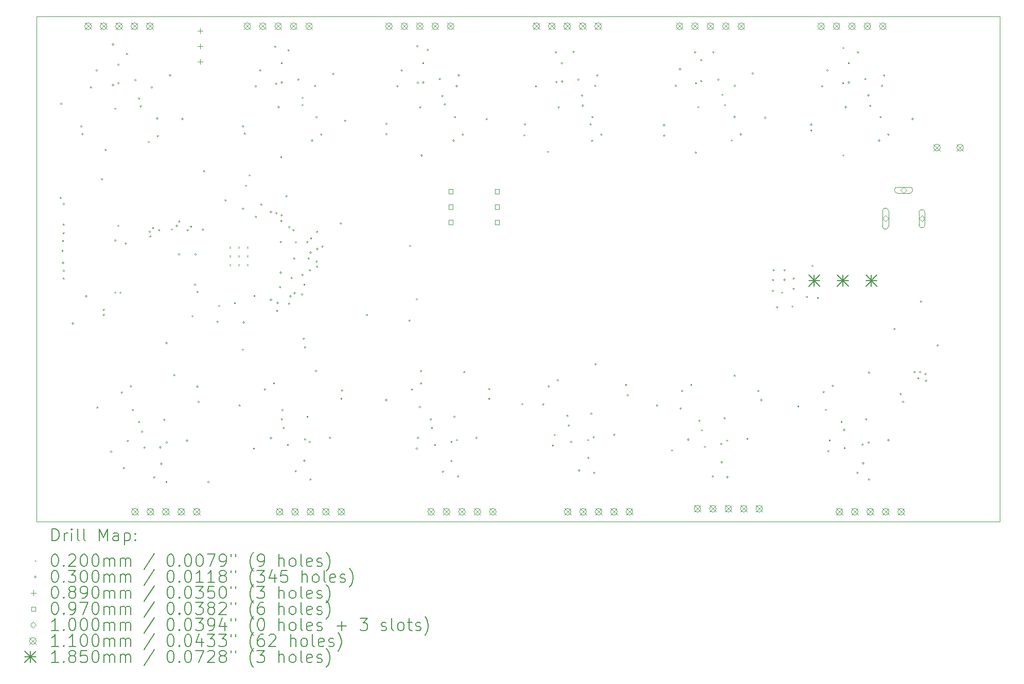
<source format=gbr>
%TF.GenerationSoftware,KiCad,Pcbnew,9.0.1*%
%TF.CreationDate,2025-05-20T14:35:32+01:00*%
%TF.ProjectId,DST,4453542e-6b69-4636-9164-5f7063625858,rev?*%
%TF.SameCoordinates,Original*%
%TF.FileFunction,Drillmap*%
%TF.FilePolarity,Positive*%
%FSLAX45Y45*%
G04 Gerber Fmt 4.5, Leading zero omitted, Abs format (unit mm)*
G04 Created by KiCad (PCBNEW 9.0.1) date 2025-05-20 14:35:32*
%MOMM*%
%LPD*%
G01*
G04 APERTURE LIST*
%ADD10C,0.050000*%
%ADD11C,0.200000*%
%ADD12C,0.100000*%
%ADD13C,0.110000*%
%ADD14C,0.185000*%
G04 APERTURE END LIST*
D10*
X9420000Y-4980000D02*
X25270000Y-4980000D01*
X25270000Y-13305000D01*
X9420000Y-13305000D01*
X9420000Y-4980000D01*
D11*
D12*
X12596250Y-8773750D02*
X12616250Y-8793750D01*
X12616250Y-8773750D02*
X12596250Y-8793750D01*
X12596250Y-8918750D02*
X12616250Y-8938750D01*
X12616250Y-8918750D02*
X12596250Y-8938750D01*
X12596250Y-9063750D02*
X12616250Y-9083750D01*
X12616250Y-9063750D02*
X12596250Y-9083750D01*
X12741250Y-8773750D02*
X12761250Y-8793750D01*
X12761250Y-8773750D02*
X12741250Y-8793750D01*
X12741250Y-8918750D02*
X12761250Y-8938750D01*
X12761250Y-8918750D02*
X12741250Y-8938750D01*
X12741250Y-9063750D02*
X12761250Y-9083750D01*
X12761250Y-9063750D02*
X12741250Y-9083750D01*
X12886250Y-8773750D02*
X12906250Y-8793750D01*
X12906250Y-8773750D02*
X12886250Y-8793750D01*
X12886250Y-8918750D02*
X12906250Y-8938750D01*
X12906250Y-8918750D02*
X12886250Y-8938750D01*
X12886250Y-9063750D02*
X12906250Y-9083750D01*
X12906250Y-9063750D02*
X12886250Y-9083750D01*
X9835000Y-7970000D02*
G75*
G02*
X9805000Y-7970000I-15000J0D01*
G01*
X9805000Y-7970000D02*
G75*
G02*
X9835000Y-7970000I15000J0D01*
G01*
X9845000Y-6420000D02*
G75*
G02*
X9815000Y-6420000I-15000J0D01*
G01*
X9815000Y-6420000D02*
G75*
G02*
X9845000Y-6420000I15000J0D01*
G01*
X9865000Y-8840000D02*
G75*
G02*
X9835000Y-8840000I-15000J0D01*
G01*
X9835000Y-8840000D02*
G75*
G02*
X9865000Y-8840000I15000J0D01*
G01*
X9875000Y-8680000D02*
G75*
G02*
X9845000Y-8680000I-15000J0D01*
G01*
X9845000Y-8680000D02*
G75*
G02*
X9875000Y-8680000I15000J0D01*
G01*
X9875000Y-9040000D02*
G75*
G02*
X9845000Y-9040000I-15000J0D01*
G01*
X9845000Y-9040000D02*
G75*
G02*
X9875000Y-9040000I15000J0D01*
G01*
X9885000Y-8070000D02*
G75*
G02*
X9855000Y-8070000I-15000J0D01*
G01*
X9855000Y-8070000D02*
G75*
G02*
X9885000Y-8070000I15000J0D01*
G01*
X9885000Y-8410000D02*
G75*
G02*
X9855000Y-8410000I-15000J0D01*
G01*
X9855000Y-8410000D02*
G75*
G02*
X9885000Y-8410000I15000J0D01*
G01*
X9885000Y-8550000D02*
G75*
G02*
X9855000Y-8550000I-15000J0D01*
G01*
X9855000Y-8550000D02*
G75*
G02*
X9885000Y-8550000I15000J0D01*
G01*
X9885000Y-9170000D02*
G75*
G02*
X9855000Y-9170000I-15000J0D01*
G01*
X9855000Y-9170000D02*
G75*
G02*
X9885000Y-9170000I15000J0D01*
G01*
X9885000Y-9300000D02*
G75*
G02*
X9855000Y-9300000I-15000J0D01*
G01*
X9855000Y-9300000D02*
G75*
G02*
X9885000Y-9300000I15000J0D01*
G01*
X10035000Y-10040000D02*
G75*
G02*
X10005000Y-10040000I-15000J0D01*
G01*
X10005000Y-10040000D02*
G75*
G02*
X10035000Y-10040000I15000J0D01*
G01*
X10175000Y-6790000D02*
G75*
G02*
X10145000Y-6790000I-15000J0D01*
G01*
X10145000Y-6790000D02*
G75*
G02*
X10175000Y-6790000I15000J0D01*
G01*
X10195000Y-6920000D02*
G75*
G02*
X10165000Y-6920000I-15000J0D01*
G01*
X10165000Y-6920000D02*
G75*
G02*
X10195000Y-6920000I15000J0D01*
G01*
X10255000Y-9590000D02*
G75*
G02*
X10225000Y-9590000I-15000J0D01*
G01*
X10225000Y-9590000D02*
G75*
G02*
X10255000Y-9590000I15000J0D01*
G01*
X10335000Y-6150000D02*
G75*
G02*
X10305000Y-6150000I-15000J0D01*
G01*
X10305000Y-6150000D02*
G75*
G02*
X10335000Y-6150000I15000J0D01*
G01*
X10429250Y-5869500D02*
G75*
G02*
X10399250Y-5869500I-15000J0D01*
G01*
X10399250Y-5869500D02*
G75*
G02*
X10429250Y-5869500I15000J0D01*
G01*
X10440000Y-11425000D02*
G75*
G02*
X10410000Y-11425000I-15000J0D01*
G01*
X10410000Y-11425000D02*
G75*
G02*
X10440000Y-11425000I15000J0D01*
G01*
X10515000Y-7660000D02*
G75*
G02*
X10485000Y-7660000I-15000J0D01*
G01*
X10485000Y-7660000D02*
G75*
G02*
X10515000Y-7660000I15000J0D01*
G01*
X10545000Y-9812500D02*
G75*
G02*
X10515000Y-9812500I-15000J0D01*
G01*
X10515000Y-9812500D02*
G75*
G02*
X10545000Y-9812500I15000J0D01*
G01*
X10545000Y-9897500D02*
G75*
G02*
X10515000Y-9897500I-15000J0D01*
G01*
X10515000Y-9897500D02*
G75*
G02*
X10545000Y-9897500I15000J0D01*
G01*
X10575000Y-7180000D02*
G75*
G02*
X10545000Y-7180000I-15000J0D01*
G01*
X10545000Y-7180000D02*
G75*
G02*
X10575000Y-7180000I15000J0D01*
G01*
X10665000Y-12150000D02*
G75*
G02*
X10635000Y-12150000I-15000J0D01*
G01*
X10635000Y-12150000D02*
G75*
G02*
X10665000Y-12150000I15000J0D01*
G01*
X10695000Y-5440000D02*
G75*
G02*
X10665000Y-5440000I-15000J0D01*
G01*
X10665000Y-5440000D02*
G75*
G02*
X10695000Y-5440000I15000J0D01*
G01*
X10695000Y-6110000D02*
G75*
G02*
X10665000Y-6110000I-15000J0D01*
G01*
X10665000Y-6110000D02*
G75*
G02*
X10695000Y-6110000I15000J0D01*
G01*
X10732500Y-9530000D02*
G75*
G02*
X10702500Y-9530000I-15000J0D01*
G01*
X10702500Y-9530000D02*
G75*
G02*
X10732500Y-9530000I15000J0D01*
G01*
X10735000Y-6499000D02*
G75*
G02*
X10705000Y-6499000I-15000J0D01*
G01*
X10705000Y-6499000D02*
G75*
G02*
X10735000Y-6499000I15000J0D01*
G01*
X10735000Y-8670000D02*
G75*
G02*
X10705000Y-8670000I-15000J0D01*
G01*
X10705000Y-8670000D02*
G75*
G02*
X10735000Y-8670000I15000J0D01*
G01*
X10785000Y-5774000D02*
G75*
G02*
X10755000Y-5774000I-15000J0D01*
G01*
X10755000Y-5774000D02*
G75*
G02*
X10785000Y-5774000I15000J0D01*
G01*
X10785000Y-6080000D02*
G75*
G02*
X10755000Y-6080000I-15000J0D01*
G01*
X10755000Y-6080000D02*
G75*
G02*
X10785000Y-6080000I15000J0D01*
G01*
X10785000Y-8430000D02*
G75*
G02*
X10755000Y-8430000I-15000J0D01*
G01*
X10755000Y-8430000D02*
G75*
G02*
X10785000Y-8430000I15000J0D01*
G01*
X10817500Y-9530000D02*
G75*
G02*
X10787500Y-9530000I-15000J0D01*
G01*
X10787500Y-9530000D02*
G75*
G02*
X10817500Y-9530000I15000J0D01*
G01*
X10840000Y-11175000D02*
G75*
G02*
X10810000Y-11175000I-15000J0D01*
G01*
X10810000Y-11175000D02*
G75*
G02*
X10840000Y-11175000I15000J0D01*
G01*
X10875000Y-12420000D02*
G75*
G02*
X10845000Y-12420000I-15000J0D01*
G01*
X10845000Y-12420000D02*
G75*
G02*
X10875000Y-12420000I15000J0D01*
G01*
X10905000Y-8720000D02*
G75*
G02*
X10875000Y-8720000I-15000J0D01*
G01*
X10875000Y-8720000D02*
G75*
G02*
X10905000Y-8720000I15000J0D01*
G01*
X10925000Y-5600000D02*
G75*
G02*
X10895000Y-5600000I-15000J0D01*
G01*
X10895000Y-5600000D02*
G75*
G02*
X10925000Y-5600000I15000J0D01*
G01*
X10940000Y-11975000D02*
G75*
G02*
X10910000Y-11975000I-15000J0D01*
G01*
X10910000Y-11975000D02*
G75*
G02*
X10940000Y-11975000I15000J0D01*
G01*
X10990000Y-11075000D02*
G75*
G02*
X10960000Y-11075000I-15000J0D01*
G01*
X10960000Y-11075000D02*
G75*
G02*
X10990000Y-11075000I15000J0D01*
G01*
X11025000Y-11462500D02*
G75*
G02*
X10995000Y-11462500I-15000J0D01*
G01*
X10995000Y-11462500D02*
G75*
G02*
X11025000Y-11462500I15000J0D01*
G01*
X11065000Y-6030000D02*
G75*
G02*
X11035000Y-6030000I-15000J0D01*
G01*
X11035000Y-6030000D02*
G75*
G02*
X11065000Y-6030000I15000J0D01*
G01*
X11125000Y-6330000D02*
G75*
G02*
X11095000Y-6330000I-15000J0D01*
G01*
X11095000Y-6330000D02*
G75*
G02*
X11125000Y-6330000I15000J0D01*
G01*
X11125000Y-11660000D02*
G75*
G02*
X11095000Y-11660000I-15000J0D01*
G01*
X11095000Y-11660000D02*
G75*
G02*
X11125000Y-11660000I15000J0D01*
G01*
X11155000Y-6460000D02*
G75*
G02*
X11125000Y-6460000I-15000J0D01*
G01*
X11125000Y-6460000D02*
G75*
G02*
X11155000Y-6460000I15000J0D01*
G01*
X11175000Y-11820000D02*
G75*
G02*
X11145000Y-11820000I-15000J0D01*
G01*
X11145000Y-11820000D02*
G75*
G02*
X11175000Y-11820000I15000J0D01*
G01*
X11215000Y-12080000D02*
G75*
G02*
X11185000Y-12080000I-15000J0D01*
G01*
X11185000Y-12080000D02*
G75*
G02*
X11215000Y-12080000I15000J0D01*
G01*
X11285000Y-7049000D02*
G75*
G02*
X11255000Y-7049000I-15000J0D01*
G01*
X11255000Y-7049000D02*
G75*
G02*
X11285000Y-7049000I15000J0D01*
G01*
X11300074Y-8526357D02*
G75*
G02*
X11270074Y-8526357I-15000J0D01*
G01*
X11270074Y-8526357D02*
G75*
G02*
X11300074Y-8526357I15000J0D01*
G01*
X11311664Y-8605514D02*
G75*
G02*
X11281664Y-8605514I-15000J0D01*
G01*
X11281664Y-8605514D02*
G75*
G02*
X11311664Y-8605514I15000J0D01*
G01*
X11335000Y-6149000D02*
G75*
G02*
X11305000Y-6149000I-15000J0D01*
G01*
X11305000Y-6149000D02*
G75*
G02*
X11335000Y-6149000I15000J0D01*
G01*
X11354584Y-8467801D02*
G75*
G02*
X11324584Y-8467801I-15000J0D01*
G01*
X11324584Y-8467801D02*
G75*
G02*
X11354584Y-8467801I15000J0D01*
G01*
X11375000Y-12570000D02*
G75*
G02*
X11345000Y-12570000I-15000J0D01*
G01*
X11345000Y-12570000D02*
G75*
G02*
X11375000Y-12570000I15000J0D01*
G01*
X11425000Y-6660000D02*
G75*
G02*
X11395000Y-6660000I-15000J0D01*
G01*
X11395000Y-6660000D02*
G75*
G02*
X11425000Y-6660000I15000J0D01*
G01*
X11435000Y-6949000D02*
G75*
G02*
X11405000Y-6949000I-15000J0D01*
G01*
X11405000Y-6949000D02*
G75*
G02*
X11435000Y-6949000I15000J0D01*
G01*
X11455000Y-8500000D02*
G75*
G02*
X11425000Y-8500000I-15000J0D01*
G01*
X11425000Y-8500000D02*
G75*
G02*
X11455000Y-8500000I15000J0D01*
G01*
X11475000Y-12080000D02*
G75*
G02*
X11445000Y-12080000I-15000J0D01*
G01*
X11445000Y-12080000D02*
G75*
G02*
X11475000Y-12080000I15000J0D01*
G01*
X11490000Y-12350000D02*
G75*
G02*
X11460000Y-12350000I-15000J0D01*
G01*
X11460000Y-12350000D02*
G75*
G02*
X11490000Y-12350000I15000J0D01*
G01*
X11540000Y-11625000D02*
G75*
G02*
X11510000Y-11625000I-15000J0D01*
G01*
X11510000Y-11625000D02*
G75*
G02*
X11540000Y-11625000I15000J0D01*
G01*
X11575000Y-10360000D02*
G75*
G02*
X11545000Y-10360000I-15000J0D01*
G01*
X11545000Y-10360000D02*
G75*
G02*
X11575000Y-10360000I15000J0D01*
G01*
X11575000Y-12650000D02*
G75*
G02*
X11545000Y-12650000I-15000J0D01*
G01*
X11545000Y-12650000D02*
G75*
G02*
X11575000Y-12650000I15000J0D01*
G01*
X11580000Y-12000000D02*
G75*
G02*
X11550000Y-12000000I-15000J0D01*
G01*
X11550000Y-12000000D02*
G75*
G02*
X11580000Y-12000000I15000J0D01*
G01*
X11635000Y-5949000D02*
G75*
G02*
X11605000Y-5949000I-15000J0D01*
G01*
X11605000Y-5949000D02*
G75*
G02*
X11635000Y-5949000I15000J0D01*
G01*
X11665000Y-8490000D02*
G75*
G02*
X11635000Y-8490000I-15000J0D01*
G01*
X11635000Y-8490000D02*
G75*
G02*
X11665000Y-8490000I15000J0D01*
G01*
X11705000Y-10890000D02*
G75*
G02*
X11675000Y-10890000I-15000J0D01*
G01*
X11675000Y-10890000D02*
G75*
G02*
X11705000Y-10890000I15000J0D01*
G01*
X11745000Y-8430000D02*
G75*
G02*
X11715000Y-8430000I-15000J0D01*
G01*
X11715000Y-8430000D02*
G75*
G02*
X11745000Y-8430000I15000J0D01*
G01*
X11785000Y-8360000D02*
G75*
G02*
X11755000Y-8360000I-15000J0D01*
G01*
X11755000Y-8360000D02*
G75*
G02*
X11785000Y-8360000I15000J0D01*
G01*
X11785000Y-8900000D02*
G75*
G02*
X11755000Y-8900000I-15000J0D01*
G01*
X11755000Y-8900000D02*
G75*
G02*
X11785000Y-8900000I15000J0D01*
G01*
X11839500Y-6669000D02*
G75*
G02*
X11809500Y-6669000I-15000J0D01*
G01*
X11809500Y-6669000D02*
G75*
G02*
X11839500Y-6669000I15000J0D01*
G01*
X11915000Y-11970000D02*
G75*
G02*
X11885000Y-11970000I-15000J0D01*
G01*
X11885000Y-11970000D02*
G75*
G02*
X11915000Y-11970000I15000J0D01*
G01*
X11925065Y-8499793D02*
G75*
G02*
X11895065Y-8499793I-15000J0D01*
G01*
X11895065Y-8499793D02*
G75*
G02*
X11925065Y-8499793I15000J0D01*
G01*
X11981634Y-8443225D02*
G75*
G02*
X11951634Y-8443225I-15000J0D01*
G01*
X11951634Y-8443225D02*
G75*
G02*
X11981634Y-8443225I15000J0D01*
G01*
X12005000Y-9920000D02*
G75*
G02*
X11975000Y-9920000I-15000J0D01*
G01*
X11975000Y-9920000D02*
G75*
G02*
X12005000Y-9920000I15000J0D01*
G01*
X12045000Y-9400000D02*
G75*
G02*
X12015000Y-9400000I-15000J0D01*
G01*
X12015000Y-9400000D02*
G75*
G02*
X12045000Y-9400000I15000J0D01*
G01*
X12055000Y-8900000D02*
G75*
G02*
X12025000Y-8900000I-15000J0D01*
G01*
X12025000Y-8900000D02*
G75*
G02*
X12055000Y-8900000I15000J0D01*
G01*
X12085000Y-9520000D02*
G75*
G02*
X12055000Y-9520000I-15000J0D01*
G01*
X12055000Y-9520000D02*
G75*
G02*
X12085000Y-9520000I15000J0D01*
G01*
X12085000Y-11080000D02*
G75*
G02*
X12055000Y-11080000I-15000J0D01*
G01*
X12055000Y-11080000D02*
G75*
G02*
X12085000Y-11080000I15000J0D01*
G01*
X12105000Y-11330000D02*
G75*
G02*
X12075000Y-11330000I-15000J0D01*
G01*
X12075000Y-11330000D02*
G75*
G02*
X12105000Y-11330000I15000J0D01*
G01*
X12175000Y-8490000D02*
G75*
G02*
X12145000Y-8490000I-15000J0D01*
G01*
X12145000Y-8490000D02*
G75*
G02*
X12175000Y-8490000I15000J0D01*
G01*
X12195000Y-7530000D02*
G75*
G02*
X12165000Y-7530000I-15000J0D01*
G01*
X12165000Y-7530000D02*
G75*
G02*
X12195000Y-7530000I15000J0D01*
G01*
X12265000Y-12650000D02*
G75*
G02*
X12235000Y-12650000I-15000J0D01*
G01*
X12235000Y-12650000D02*
G75*
G02*
X12265000Y-12650000I15000J0D01*
G01*
X12415000Y-10010000D02*
G75*
G02*
X12385000Y-10010000I-15000J0D01*
G01*
X12385000Y-10010000D02*
G75*
G02*
X12415000Y-10010000I15000J0D01*
G01*
X12445000Y-9750000D02*
G75*
G02*
X12415000Y-9750000I-15000J0D01*
G01*
X12415000Y-9750000D02*
G75*
G02*
X12445000Y-9750000I15000J0D01*
G01*
X12547573Y-8007426D02*
G75*
G02*
X12517573Y-8007426I-15000J0D01*
G01*
X12517573Y-8007426D02*
G75*
G02*
X12547573Y-8007426I15000J0D01*
G01*
X12702519Y-9702331D02*
G75*
G02*
X12672519Y-9702331I-15000J0D01*
G01*
X12672519Y-9702331D02*
G75*
G02*
X12702519Y-9702331I15000J0D01*
G01*
X12781250Y-11391250D02*
G75*
G02*
X12751250Y-11391250I-15000J0D01*
G01*
X12751250Y-11391250D02*
G75*
G02*
X12781250Y-11391250I15000J0D01*
G01*
X12834526Y-8147376D02*
G75*
G02*
X12804526Y-8147376I-15000J0D01*
G01*
X12804526Y-8147376D02*
G75*
G02*
X12834526Y-8147376I15000J0D01*
G01*
X12835000Y-6790000D02*
G75*
G02*
X12805000Y-6790000I-15000J0D01*
G01*
X12805000Y-6790000D02*
G75*
G02*
X12835000Y-6790000I15000J0D01*
G01*
X12835000Y-10470000D02*
G75*
G02*
X12805000Y-10470000I-15000J0D01*
G01*
X12805000Y-10470000D02*
G75*
G02*
X12835000Y-10470000I15000J0D01*
G01*
X12845000Y-10020000D02*
G75*
G02*
X12815000Y-10020000I-15000J0D01*
G01*
X12815000Y-10020000D02*
G75*
G02*
X12845000Y-10020000I15000J0D01*
G01*
X12865000Y-6910000D02*
G75*
G02*
X12835000Y-6910000I-15000J0D01*
G01*
X12835000Y-6910000D02*
G75*
G02*
X12865000Y-6910000I15000J0D01*
G01*
X12885000Y-7770000D02*
G75*
G02*
X12855000Y-7770000I-15000J0D01*
G01*
X12855000Y-7770000D02*
G75*
G02*
X12885000Y-7770000I15000J0D01*
G01*
X12945000Y-7600000D02*
G75*
G02*
X12915000Y-7600000I-15000J0D01*
G01*
X12915000Y-7600000D02*
G75*
G02*
X12945000Y-7600000I15000J0D01*
G01*
X13015000Y-12100000D02*
G75*
G02*
X12985000Y-12100000I-15000J0D01*
G01*
X12985000Y-12100000D02*
G75*
G02*
X13015000Y-12100000I15000J0D01*
G01*
X13022399Y-9585024D02*
G75*
G02*
X12992399Y-9585024I-15000J0D01*
G01*
X12992399Y-9585024D02*
G75*
G02*
X13022399Y-9585024I15000J0D01*
G01*
X13045000Y-6130000D02*
G75*
G02*
X13015000Y-6130000I-15000J0D01*
G01*
X13015000Y-6130000D02*
G75*
G02*
X13045000Y-6130000I15000J0D01*
G01*
X13046250Y-8280000D02*
G75*
G02*
X13016250Y-8280000I-15000J0D01*
G01*
X13016250Y-8280000D02*
G75*
G02*
X13046250Y-8280000I15000J0D01*
G01*
X13120750Y-5870500D02*
G75*
G02*
X13090750Y-5870500I-15000J0D01*
G01*
X13090750Y-5870500D02*
G75*
G02*
X13120750Y-5870500I15000J0D01*
G01*
X13135000Y-8080000D02*
G75*
G02*
X13105000Y-8080000I-15000J0D01*
G01*
X13105000Y-8080000D02*
G75*
G02*
X13135000Y-8080000I15000J0D01*
G01*
X13194500Y-11125000D02*
G75*
G02*
X13164500Y-11125000I-15000J0D01*
G01*
X13164500Y-11125000D02*
G75*
G02*
X13194500Y-11125000I15000J0D01*
G01*
X13294500Y-11925000D02*
G75*
G02*
X13264500Y-11925000I-15000J0D01*
G01*
X13264500Y-11925000D02*
G75*
G02*
X13294500Y-11925000I15000J0D01*
G01*
X13295000Y-8200000D02*
G75*
G02*
X13265000Y-8200000I-15000J0D01*
G01*
X13265000Y-8200000D02*
G75*
G02*
X13295000Y-8200000I15000J0D01*
G01*
X13295000Y-9650000D02*
G75*
G02*
X13265000Y-9650000I-15000J0D01*
G01*
X13265000Y-9650000D02*
G75*
G02*
X13295000Y-9650000I15000J0D01*
G01*
X13344500Y-11025000D02*
G75*
G02*
X13314500Y-11025000I-15000J0D01*
G01*
X13314500Y-11025000D02*
G75*
G02*
X13344500Y-11025000I15000J0D01*
G01*
X13365000Y-5480000D02*
G75*
G02*
X13335000Y-5480000I-15000J0D01*
G01*
X13335000Y-5480000D02*
G75*
G02*
X13365000Y-5480000I15000J0D01*
G01*
X13382000Y-6090000D02*
G75*
G02*
X13352000Y-6090000I-15000J0D01*
G01*
X13352000Y-6090000D02*
G75*
G02*
X13382000Y-6090000I15000J0D01*
G01*
X13385000Y-8220000D02*
G75*
G02*
X13355000Y-8220000I-15000J0D01*
G01*
X13355000Y-8220000D02*
G75*
G02*
X13385000Y-8220000I15000J0D01*
G01*
X13395000Y-9830100D02*
G75*
G02*
X13365000Y-9830100I-15000J0D01*
G01*
X13365000Y-9830100D02*
G75*
G02*
X13395000Y-9830100I15000J0D01*
G01*
X13405000Y-9700000D02*
G75*
G02*
X13375000Y-9700000I-15000J0D01*
G01*
X13375000Y-9700000D02*
G75*
G02*
X13405000Y-9700000I15000J0D01*
G01*
X13422000Y-6475000D02*
G75*
G02*
X13392000Y-6475000I-15000J0D01*
G01*
X13392000Y-6475000D02*
G75*
G02*
X13422000Y-6475000I15000J0D01*
G01*
X13445000Y-9440000D02*
G75*
G02*
X13415000Y-9440000I-15000J0D01*
G01*
X13415000Y-9440000D02*
G75*
G02*
X13445000Y-9440000I15000J0D01*
G01*
X13455000Y-9200000D02*
G75*
G02*
X13425000Y-9200000I-15000J0D01*
G01*
X13425000Y-9200000D02*
G75*
G02*
X13455000Y-9200000I15000J0D01*
G01*
X13457426Y-8692427D02*
G75*
G02*
X13427426Y-8692427I-15000J0D01*
G01*
X13427426Y-8692427D02*
G75*
G02*
X13457426Y-8692427I15000J0D01*
G01*
X13465000Y-7300000D02*
G75*
G02*
X13435000Y-7300000I-15000J0D01*
G01*
X13435000Y-7300000D02*
G75*
G02*
X13465000Y-7300000I15000J0D01*
G01*
X13465000Y-8350000D02*
G75*
G02*
X13435000Y-8350000I-15000J0D01*
G01*
X13435000Y-8350000D02*
G75*
G02*
X13465000Y-8350000I15000J0D01*
G01*
X13470147Y-8260000D02*
G75*
G02*
X13440147Y-8260000I-15000J0D01*
G01*
X13440147Y-8260000D02*
G75*
G02*
X13470147Y-8260000I15000J0D01*
G01*
X13471425Y-6067718D02*
G75*
G02*
X13441425Y-6067718I-15000J0D01*
G01*
X13441425Y-6067718D02*
G75*
G02*
X13471425Y-6067718I15000J0D01*
G01*
X13472000Y-5750000D02*
G75*
G02*
X13442000Y-5750000I-15000J0D01*
G01*
X13442000Y-5750000D02*
G75*
G02*
X13472000Y-5750000I15000J0D01*
G01*
X13475000Y-11620000D02*
G75*
G02*
X13445000Y-11620000I-15000J0D01*
G01*
X13445000Y-11620000D02*
G75*
G02*
X13475000Y-11620000I15000J0D01*
G01*
X13485000Y-11465000D02*
G75*
G02*
X13455000Y-11465000I-15000J0D01*
G01*
X13455000Y-11465000D02*
G75*
G02*
X13485000Y-11465000I15000J0D01*
G01*
X13505000Y-11760000D02*
G75*
G02*
X13475000Y-11760000I-15000J0D01*
G01*
X13475000Y-11760000D02*
G75*
G02*
X13505000Y-11760000I15000J0D01*
G01*
X13549500Y-7941000D02*
G75*
G02*
X13519500Y-7941000I-15000J0D01*
G01*
X13519500Y-7941000D02*
G75*
G02*
X13549500Y-7941000I15000J0D01*
G01*
X13575000Y-12040000D02*
G75*
G02*
X13545000Y-12040000I-15000J0D01*
G01*
X13545000Y-12040000D02*
G75*
G02*
X13575000Y-12040000I15000J0D01*
G01*
X13585000Y-5540000D02*
G75*
G02*
X13555000Y-5540000I-15000J0D01*
G01*
X13555000Y-5540000D02*
G75*
G02*
X13585000Y-5540000I15000J0D01*
G01*
X13595000Y-8450000D02*
G75*
G02*
X13565000Y-8450000I-15000J0D01*
G01*
X13565000Y-8450000D02*
G75*
G02*
X13595000Y-8450000I15000J0D01*
G01*
X13595000Y-9710000D02*
G75*
G02*
X13565000Y-9710000I-15000J0D01*
G01*
X13565000Y-9710000D02*
G75*
G02*
X13595000Y-9710000I15000J0D01*
G01*
X13615000Y-9590000D02*
G75*
G02*
X13585000Y-9590000I-15000J0D01*
G01*
X13585000Y-9590000D02*
G75*
G02*
X13615000Y-9590000I15000J0D01*
G01*
X13635000Y-9290000D02*
G75*
G02*
X13605000Y-9290000I-15000J0D01*
G01*
X13605000Y-9290000D02*
G75*
G02*
X13635000Y-9290000I15000J0D01*
G01*
X13665000Y-8500000D02*
G75*
G02*
X13635000Y-8500000I-15000J0D01*
G01*
X13635000Y-8500000D02*
G75*
G02*
X13665000Y-8500000I15000J0D01*
G01*
X13677000Y-8970000D02*
G75*
G02*
X13647000Y-8970000I-15000J0D01*
G01*
X13647000Y-8970000D02*
G75*
G02*
X13677000Y-8970000I15000J0D01*
G01*
X13685000Y-9540000D02*
G75*
G02*
X13655000Y-9540000I-15000J0D01*
G01*
X13655000Y-9540000D02*
G75*
G02*
X13685000Y-9540000I15000J0D01*
G01*
X13705000Y-8700000D02*
G75*
G02*
X13675000Y-8700000I-15000J0D01*
G01*
X13675000Y-8700000D02*
G75*
G02*
X13705000Y-8700000I15000J0D01*
G01*
X13705000Y-12470000D02*
G75*
G02*
X13675000Y-12470000I-15000J0D01*
G01*
X13675000Y-12470000D02*
G75*
G02*
X13705000Y-12470000I15000J0D01*
G01*
X13745000Y-6020000D02*
G75*
G02*
X13715000Y-6020000I-15000J0D01*
G01*
X13715000Y-6020000D02*
G75*
G02*
X13745000Y-6020000I15000J0D01*
G01*
X13805000Y-9560000D02*
G75*
G02*
X13775000Y-9560000I-15000J0D01*
G01*
X13775000Y-9560000D02*
G75*
G02*
X13805000Y-9560000I15000J0D01*
G01*
X13815000Y-6320000D02*
G75*
G02*
X13785000Y-6320000I-15000J0D01*
G01*
X13785000Y-6320000D02*
G75*
G02*
X13815000Y-6320000I15000J0D01*
G01*
X13815000Y-6440000D02*
G75*
G02*
X13785000Y-6440000I-15000J0D01*
G01*
X13785000Y-6440000D02*
G75*
G02*
X13815000Y-6440000I15000J0D01*
G01*
X13815000Y-9240000D02*
G75*
G02*
X13785000Y-9240000I-15000J0D01*
G01*
X13785000Y-9240000D02*
G75*
G02*
X13815000Y-9240000I15000J0D01*
G01*
X13835000Y-10290000D02*
G75*
G02*
X13805000Y-10290000I-15000J0D01*
G01*
X13805000Y-10290000D02*
G75*
G02*
X13835000Y-10290000I15000J0D01*
G01*
X13844500Y-12300000D02*
G75*
G02*
X13814500Y-12300000I-15000J0D01*
G01*
X13814500Y-12300000D02*
G75*
G02*
X13844500Y-12300000I15000J0D01*
G01*
X13845000Y-9400000D02*
G75*
G02*
X13815000Y-9400000I-15000J0D01*
G01*
X13815000Y-9400000D02*
G75*
G02*
X13845000Y-9400000I15000J0D01*
G01*
X13854500Y-11950000D02*
G75*
G02*
X13824500Y-11950000I-15000J0D01*
G01*
X13824500Y-11950000D02*
G75*
G02*
X13854500Y-11950000I15000J0D01*
G01*
X13855000Y-10430000D02*
G75*
G02*
X13825000Y-10430000I-15000J0D01*
G01*
X13825000Y-10430000D02*
G75*
G02*
X13855000Y-10430000I15000J0D01*
G01*
X13894109Y-8698523D02*
G75*
G02*
X13864109Y-8698523I-15000J0D01*
G01*
X13864109Y-8698523D02*
G75*
G02*
X13894109Y-8698523I15000J0D01*
G01*
X13894500Y-11575000D02*
G75*
G02*
X13864500Y-11575000I-15000J0D01*
G01*
X13864500Y-11575000D02*
G75*
G02*
X13894500Y-11575000I15000J0D01*
G01*
X13915000Y-8970000D02*
G75*
G02*
X13885000Y-8970000I-15000J0D01*
G01*
X13885000Y-8970000D02*
G75*
G02*
X13915000Y-8970000I15000J0D01*
G01*
X13934500Y-11990000D02*
G75*
G02*
X13904500Y-11990000I-15000J0D01*
G01*
X13904500Y-11990000D02*
G75*
G02*
X13934500Y-11990000I15000J0D01*
G01*
X13935000Y-9160000D02*
G75*
G02*
X13905000Y-9160000I-15000J0D01*
G01*
X13905000Y-9160000D02*
G75*
G02*
X13935000Y-9160000I15000J0D01*
G01*
X13945000Y-8870000D02*
G75*
G02*
X13915000Y-8870000I-15000J0D01*
G01*
X13915000Y-8870000D02*
G75*
G02*
X13945000Y-8870000I15000J0D01*
G01*
X13945000Y-12610000D02*
G75*
G02*
X13915000Y-12610000I-15000J0D01*
G01*
X13915000Y-12610000D02*
G75*
G02*
X13945000Y-12610000I15000J0D01*
G01*
X13955000Y-8638523D02*
G75*
G02*
X13925000Y-8638523I-15000J0D01*
G01*
X13925000Y-8638523D02*
G75*
G02*
X13955000Y-8638523I15000J0D01*
G01*
X13972000Y-7025000D02*
G75*
G02*
X13942000Y-7025000I-15000J0D01*
G01*
X13942000Y-7025000D02*
G75*
G02*
X13972000Y-7025000I15000J0D01*
G01*
X14022000Y-6125000D02*
G75*
G02*
X13992000Y-6125000I-15000J0D01*
G01*
X13992000Y-6125000D02*
G75*
G02*
X14022000Y-6125000I15000J0D01*
G01*
X14035000Y-10820000D02*
G75*
G02*
X14005000Y-10820000I-15000J0D01*
G01*
X14005000Y-10820000D02*
G75*
G02*
X14035000Y-10820000I15000J0D01*
G01*
X14045000Y-6637500D02*
G75*
G02*
X14015000Y-6637500I-15000J0D01*
G01*
X14015000Y-6637500D02*
G75*
G02*
X14045000Y-6637500I15000J0D01*
G01*
X14045398Y-9020578D02*
G75*
G02*
X14015398Y-9020578I-15000J0D01*
G01*
X14015398Y-9020578D02*
G75*
G02*
X14045398Y-9020578I15000J0D01*
G01*
X14055000Y-8530000D02*
G75*
G02*
X14025000Y-8530000I-15000J0D01*
G01*
X14025000Y-8530000D02*
G75*
G02*
X14055000Y-8530000I15000J0D01*
G01*
X14055000Y-8810000D02*
G75*
G02*
X14025000Y-8810000I-15000J0D01*
G01*
X14025000Y-8810000D02*
G75*
G02*
X14055000Y-8810000I15000J0D01*
G01*
X14055000Y-9100000D02*
G75*
G02*
X14025000Y-9100000I-15000J0D01*
G01*
X14025000Y-9100000D02*
G75*
G02*
X14055000Y-9100000I15000J0D01*
G01*
X14122000Y-6925000D02*
G75*
G02*
X14092000Y-6925000I-15000J0D01*
G01*
X14092000Y-6925000D02*
G75*
G02*
X14122000Y-6925000I15000J0D01*
G01*
X14145000Y-8770000D02*
G75*
G02*
X14115000Y-8770000I-15000J0D01*
G01*
X14115000Y-8770000D02*
G75*
G02*
X14145000Y-8770000I15000J0D01*
G01*
X14265000Y-11920000D02*
G75*
G02*
X14235000Y-11920000I-15000J0D01*
G01*
X14235000Y-11920000D02*
G75*
G02*
X14265000Y-11920000I15000J0D01*
G01*
X14322000Y-5925000D02*
G75*
G02*
X14292000Y-5925000I-15000J0D01*
G01*
X14292000Y-5925000D02*
G75*
G02*
X14322000Y-5925000I15000J0D01*
G01*
X14445000Y-8390000D02*
G75*
G02*
X14415000Y-8390000I-15000J0D01*
G01*
X14415000Y-8390000D02*
G75*
G02*
X14445000Y-8390000I15000J0D01*
G01*
X14455000Y-11280000D02*
G75*
G02*
X14425000Y-11280000I-15000J0D01*
G01*
X14425000Y-11280000D02*
G75*
G02*
X14455000Y-11280000I15000J0D01*
G01*
X14465000Y-11140000D02*
G75*
G02*
X14435000Y-11140000I-15000J0D01*
G01*
X14435000Y-11140000D02*
G75*
G02*
X14465000Y-11140000I15000J0D01*
G01*
X14515000Y-6700000D02*
G75*
G02*
X14485000Y-6700000I-15000J0D01*
G01*
X14485000Y-6700000D02*
G75*
G02*
X14515000Y-6700000I15000J0D01*
G01*
X14875000Y-9900000D02*
G75*
G02*
X14845000Y-9900000I-15000J0D01*
G01*
X14845000Y-9900000D02*
G75*
G02*
X14875000Y-9900000I15000J0D01*
G01*
X15190000Y-11300000D02*
G75*
G02*
X15160000Y-11300000I-15000J0D01*
G01*
X15160000Y-11300000D02*
G75*
G02*
X15190000Y-11300000I15000J0D01*
G01*
X15195000Y-6750000D02*
G75*
G02*
X15165000Y-6750000I-15000J0D01*
G01*
X15165000Y-6750000D02*
G75*
G02*
X15195000Y-6750000I15000J0D01*
G01*
X15195000Y-6920000D02*
G75*
G02*
X15165000Y-6920000I-15000J0D01*
G01*
X15165000Y-6920000D02*
G75*
G02*
X15195000Y-6920000I15000J0D01*
G01*
X15375000Y-6130000D02*
G75*
G02*
X15345000Y-6130000I-15000J0D01*
G01*
X15345000Y-6130000D02*
G75*
G02*
X15375000Y-6130000I15000J0D01*
G01*
X15445750Y-5870500D02*
G75*
G02*
X15415750Y-5870500I-15000J0D01*
G01*
X15415750Y-5870500D02*
G75*
G02*
X15445750Y-5870500I15000J0D01*
G01*
X15575000Y-9990000D02*
G75*
G02*
X15545000Y-9990000I-15000J0D01*
G01*
X15545000Y-9990000D02*
G75*
G02*
X15575000Y-9990000I15000J0D01*
G01*
X15585000Y-8760000D02*
G75*
G02*
X15555000Y-8760000I-15000J0D01*
G01*
X15555000Y-8760000D02*
G75*
G02*
X15585000Y-8760000I15000J0D01*
G01*
X15615000Y-11125000D02*
G75*
G02*
X15585000Y-11125000I-15000J0D01*
G01*
X15585000Y-11125000D02*
G75*
G02*
X15615000Y-11125000I15000J0D01*
G01*
X15695000Y-9640000D02*
G75*
G02*
X15665000Y-9640000I-15000J0D01*
G01*
X15665000Y-9640000D02*
G75*
G02*
X15695000Y-9640000I15000J0D01*
G01*
X15695000Y-12100000D02*
G75*
G02*
X15665000Y-12100000I-15000J0D01*
G01*
X15665000Y-12100000D02*
G75*
G02*
X15695000Y-12100000I15000J0D01*
G01*
X15705000Y-5470000D02*
G75*
G02*
X15675000Y-5470000I-15000J0D01*
G01*
X15675000Y-5470000D02*
G75*
G02*
X15705000Y-5470000I15000J0D01*
G01*
X15711500Y-6070000D02*
G75*
G02*
X15681500Y-6070000I-15000J0D01*
G01*
X15681500Y-6070000D02*
G75*
G02*
X15711500Y-6070000I15000J0D01*
G01*
X15715000Y-11925000D02*
G75*
G02*
X15685000Y-11925000I-15000J0D01*
G01*
X15685000Y-11925000D02*
G75*
G02*
X15715000Y-11925000I15000J0D01*
G01*
X15745000Y-11412500D02*
G75*
G02*
X15715000Y-11412500I-15000J0D01*
G01*
X15715000Y-11412500D02*
G75*
G02*
X15745000Y-11412500I15000J0D01*
G01*
X15751500Y-6475000D02*
G75*
G02*
X15721500Y-6475000I-15000J0D01*
G01*
X15721500Y-6475000D02*
G75*
G02*
X15751500Y-6475000I15000J0D01*
G01*
X15765000Y-10825000D02*
G75*
G02*
X15735000Y-10825000I-15000J0D01*
G01*
X15735000Y-10825000D02*
G75*
G02*
X15765000Y-10825000I15000J0D01*
G01*
X15765000Y-11025000D02*
G75*
G02*
X15735000Y-11025000I-15000J0D01*
G01*
X15735000Y-11025000D02*
G75*
G02*
X15765000Y-11025000I15000J0D01*
G01*
X15775000Y-7270000D02*
G75*
G02*
X15745000Y-7270000I-15000J0D01*
G01*
X15745000Y-7270000D02*
G75*
G02*
X15775000Y-7270000I15000J0D01*
G01*
X15801082Y-6067472D02*
G75*
G02*
X15771082Y-6067472I-15000J0D01*
G01*
X15771082Y-6067472D02*
G75*
G02*
X15801082Y-6067472I15000J0D01*
G01*
X15801500Y-5750000D02*
G75*
G02*
X15771500Y-5750000I-15000J0D01*
G01*
X15771500Y-5750000D02*
G75*
G02*
X15801500Y-5750000I15000J0D01*
G01*
X15875000Y-5530000D02*
G75*
G02*
X15845000Y-5530000I-15000J0D01*
G01*
X15845000Y-5530000D02*
G75*
G02*
X15875000Y-5530000I15000J0D01*
G01*
X15925000Y-11620000D02*
G75*
G02*
X15895000Y-11620000I-15000J0D01*
G01*
X15895000Y-11620000D02*
G75*
G02*
X15925000Y-11620000I15000J0D01*
G01*
X15945000Y-11760000D02*
G75*
G02*
X15915000Y-11760000I-15000J0D01*
G01*
X15915000Y-11760000D02*
G75*
G02*
X15945000Y-11760000I15000J0D01*
G01*
X15995000Y-12040000D02*
G75*
G02*
X15965000Y-12040000I-15000J0D01*
G01*
X15965000Y-12040000D02*
G75*
G02*
X15995000Y-12040000I15000J0D01*
G01*
X16075000Y-6010000D02*
G75*
G02*
X16045000Y-6010000I-15000J0D01*
G01*
X16045000Y-6010000D02*
G75*
G02*
X16075000Y-6010000I15000J0D01*
G01*
X16115000Y-6290000D02*
G75*
G02*
X16085000Y-6290000I-15000J0D01*
G01*
X16085000Y-6290000D02*
G75*
G02*
X16115000Y-6290000I15000J0D01*
G01*
X16125000Y-12480000D02*
G75*
G02*
X16095000Y-12480000I-15000J0D01*
G01*
X16095000Y-12480000D02*
G75*
G02*
X16125000Y-12480000I15000J0D01*
G01*
X16155000Y-6430000D02*
G75*
G02*
X16125000Y-6430000I-15000J0D01*
G01*
X16125000Y-6430000D02*
G75*
G02*
X16155000Y-6430000I15000J0D01*
G01*
X16265000Y-11990000D02*
G75*
G02*
X16235000Y-11990000I-15000J0D01*
G01*
X16235000Y-11990000D02*
G75*
G02*
X16265000Y-11990000I15000J0D01*
G01*
X16265000Y-12300000D02*
G75*
G02*
X16235000Y-12300000I-15000J0D01*
G01*
X16235000Y-12300000D02*
G75*
G02*
X16265000Y-12300000I15000J0D01*
G01*
X16301500Y-7025000D02*
G75*
G02*
X16271500Y-7025000I-15000J0D01*
G01*
X16271500Y-7025000D02*
G75*
G02*
X16301500Y-7025000I15000J0D01*
G01*
X16315000Y-11575000D02*
G75*
G02*
X16285000Y-11575000I-15000J0D01*
G01*
X16285000Y-11575000D02*
G75*
G02*
X16315000Y-11575000I15000J0D01*
G01*
X16325000Y-6637500D02*
G75*
G02*
X16295000Y-6637500I-15000J0D01*
G01*
X16295000Y-6637500D02*
G75*
G02*
X16325000Y-6637500I15000J0D01*
G01*
X16351500Y-6125000D02*
G75*
G02*
X16321500Y-6125000I-15000J0D01*
G01*
X16321500Y-6125000D02*
G75*
G02*
X16351500Y-6125000I15000J0D01*
G01*
X16355000Y-11960000D02*
G75*
G02*
X16325000Y-11960000I-15000J0D01*
G01*
X16325000Y-11960000D02*
G75*
G02*
X16355000Y-11960000I15000J0D01*
G01*
X16375000Y-12560000D02*
G75*
G02*
X16345000Y-12560000I-15000J0D01*
G01*
X16345000Y-12560000D02*
G75*
G02*
X16375000Y-12560000I15000J0D01*
G01*
X16385000Y-5950000D02*
G75*
G02*
X16355000Y-5950000I-15000J0D01*
G01*
X16355000Y-5950000D02*
G75*
G02*
X16385000Y-5950000I15000J0D01*
G01*
X16451500Y-6925000D02*
G75*
G02*
X16421500Y-6925000I-15000J0D01*
G01*
X16421500Y-6925000D02*
G75*
G02*
X16451500Y-6925000I15000J0D01*
G01*
X16475000Y-10840000D02*
G75*
G02*
X16445000Y-10840000I-15000J0D01*
G01*
X16445000Y-10840000D02*
G75*
G02*
X16475000Y-10840000I15000J0D01*
G01*
X16675000Y-11920000D02*
G75*
G02*
X16645000Y-11920000I-15000J0D01*
G01*
X16645000Y-11920000D02*
G75*
G02*
X16675000Y-11920000I15000J0D01*
G01*
X16845750Y-6670500D02*
G75*
G02*
X16815750Y-6670500I-15000J0D01*
G01*
X16815750Y-6670500D02*
G75*
G02*
X16845750Y-6670500I15000J0D01*
G01*
X16885000Y-11120000D02*
G75*
G02*
X16855000Y-11120000I-15000J0D01*
G01*
X16855000Y-11120000D02*
G75*
G02*
X16885000Y-11120000I15000J0D01*
G01*
X16885000Y-11280000D02*
G75*
G02*
X16855000Y-11280000I-15000J0D01*
G01*
X16855000Y-11280000D02*
G75*
G02*
X16885000Y-11280000I15000J0D01*
G01*
X17431250Y-11366250D02*
G75*
G02*
X17401250Y-11366250I-15000J0D01*
G01*
X17401250Y-11366250D02*
G75*
G02*
X17431250Y-11366250I15000J0D01*
G01*
X17465000Y-6940000D02*
G75*
G02*
X17435000Y-6940000I-15000J0D01*
G01*
X17435000Y-6940000D02*
G75*
G02*
X17465000Y-6940000I15000J0D01*
G01*
X17475000Y-6760000D02*
G75*
G02*
X17445000Y-6760000I-15000J0D01*
G01*
X17445000Y-6760000D02*
G75*
G02*
X17475000Y-6760000I15000J0D01*
G01*
X17655000Y-6130000D02*
G75*
G02*
X17625000Y-6130000I-15000J0D01*
G01*
X17625000Y-6130000D02*
G75*
G02*
X17655000Y-6130000I15000J0D01*
G01*
X17775000Y-11370000D02*
G75*
G02*
X17745000Y-11370000I-15000J0D01*
G01*
X17745000Y-11370000D02*
G75*
G02*
X17775000Y-11370000I15000J0D01*
G01*
X17855000Y-7210000D02*
G75*
G02*
X17825000Y-7210000I-15000J0D01*
G01*
X17825000Y-7210000D02*
G75*
G02*
X17855000Y-7210000I15000J0D01*
G01*
X17865000Y-11075000D02*
G75*
G02*
X17835000Y-11075000I-15000J0D01*
G01*
X17835000Y-11075000D02*
G75*
G02*
X17865000Y-11075000I15000J0D01*
G01*
X17935000Y-12050000D02*
G75*
G02*
X17905000Y-12050000I-15000J0D01*
G01*
X17905000Y-12050000D02*
G75*
G02*
X17935000Y-12050000I15000J0D01*
G01*
X17965000Y-11875000D02*
G75*
G02*
X17935000Y-11875000I-15000J0D01*
G01*
X17935000Y-11875000D02*
G75*
G02*
X17965000Y-11875000I15000J0D01*
G01*
X17985000Y-5570000D02*
G75*
G02*
X17955000Y-5570000I-15000J0D01*
G01*
X17955000Y-5570000D02*
G75*
G02*
X17985000Y-5570000I15000J0D01*
G01*
X17991000Y-6060000D02*
G75*
G02*
X17961000Y-6060000I-15000J0D01*
G01*
X17961000Y-6060000D02*
G75*
G02*
X17991000Y-6060000I15000J0D01*
G01*
X18015000Y-10975000D02*
G75*
G02*
X17985000Y-10975000I-15000J0D01*
G01*
X17985000Y-10975000D02*
G75*
G02*
X18015000Y-10975000I15000J0D01*
G01*
X18031000Y-6475000D02*
G75*
G02*
X18001000Y-6475000I-15000J0D01*
G01*
X18001000Y-6475000D02*
G75*
G02*
X18031000Y-6475000I15000J0D01*
G01*
X18081000Y-5750000D02*
G75*
G02*
X18051000Y-5750000I-15000J0D01*
G01*
X18051000Y-5750000D02*
G75*
G02*
X18081000Y-5750000I15000J0D01*
G01*
X18085000Y-6050000D02*
G75*
G02*
X18055000Y-6050000I-15000J0D01*
G01*
X18055000Y-6050000D02*
G75*
G02*
X18085000Y-6050000I15000J0D01*
G01*
X18175000Y-11560000D02*
G75*
G02*
X18145000Y-11560000I-15000J0D01*
G01*
X18145000Y-11560000D02*
G75*
G02*
X18175000Y-11560000I15000J0D01*
G01*
X18195000Y-11720000D02*
G75*
G02*
X18165000Y-11720000I-15000J0D01*
G01*
X18165000Y-11720000D02*
G75*
G02*
X18195000Y-11720000I15000J0D01*
G01*
X18235000Y-11990000D02*
G75*
G02*
X18205000Y-11990000I-15000J0D01*
G01*
X18205000Y-11990000D02*
G75*
G02*
X18235000Y-11990000I15000J0D01*
G01*
X18275000Y-5560000D02*
G75*
G02*
X18245000Y-5560000I-15000J0D01*
G01*
X18245000Y-5560000D02*
G75*
G02*
X18275000Y-5560000I15000J0D01*
G01*
X18355000Y-6020000D02*
G75*
G02*
X18325000Y-6020000I-15000J0D01*
G01*
X18325000Y-6020000D02*
G75*
G02*
X18355000Y-6020000I15000J0D01*
G01*
X18365000Y-12460000D02*
G75*
G02*
X18335000Y-12460000I-15000J0D01*
G01*
X18335000Y-12460000D02*
G75*
G02*
X18365000Y-12460000I15000J0D01*
G01*
X18415000Y-6280000D02*
G75*
G02*
X18385000Y-6280000I-15000J0D01*
G01*
X18385000Y-6280000D02*
G75*
G02*
X18415000Y-6280000I15000J0D01*
G01*
X18425000Y-6450000D02*
G75*
G02*
X18395000Y-6450000I-15000J0D01*
G01*
X18395000Y-6450000D02*
G75*
G02*
X18425000Y-6450000I15000J0D01*
G01*
X18515000Y-11960000D02*
G75*
G02*
X18485000Y-11960000I-15000J0D01*
G01*
X18485000Y-11960000D02*
G75*
G02*
X18515000Y-11960000I15000J0D01*
G01*
X18515000Y-12250000D02*
G75*
G02*
X18485000Y-12250000I-15000J0D01*
G01*
X18485000Y-12250000D02*
G75*
G02*
X18515000Y-12250000I15000J0D01*
G01*
X18555000Y-6760000D02*
G75*
G02*
X18525000Y-6760000I-15000J0D01*
G01*
X18525000Y-6760000D02*
G75*
G02*
X18555000Y-6760000I15000J0D01*
G01*
X18565000Y-11525000D02*
G75*
G02*
X18535000Y-11525000I-15000J0D01*
G01*
X18535000Y-11525000D02*
G75*
G02*
X18565000Y-11525000I15000J0D01*
G01*
X18581000Y-7025000D02*
G75*
G02*
X18551000Y-7025000I-15000J0D01*
G01*
X18551000Y-7025000D02*
G75*
G02*
X18581000Y-7025000I15000J0D01*
G01*
X18585000Y-6637500D02*
G75*
G02*
X18555000Y-6637500I-15000J0D01*
G01*
X18555000Y-6637500D02*
G75*
G02*
X18585000Y-6637500I15000J0D01*
G01*
X18605000Y-11910000D02*
G75*
G02*
X18575000Y-11910000I-15000J0D01*
G01*
X18575000Y-11910000D02*
G75*
G02*
X18605000Y-11910000I15000J0D01*
G01*
X18615000Y-12500000D02*
G75*
G02*
X18585000Y-12500000I-15000J0D01*
G01*
X18585000Y-12500000D02*
G75*
G02*
X18615000Y-12500000I15000J0D01*
G01*
X18631000Y-6125000D02*
G75*
G02*
X18601000Y-6125000I-15000J0D01*
G01*
X18601000Y-6125000D02*
G75*
G02*
X18631000Y-6125000I15000J0D01*
G01*
X18635000Y-10710000D02*
G75*
G02*
X18605000Y-10710000I-15000J0D01*
G01*
X18605000Y-10710000D02*
G75*
G02*
X18635000Y-10710000I15000J0D01*
G01*
X18665000Y-5950000D02*
G75*
G02*
X18635000Y-5950000I-15000J0D01*
G01*
X18635000Y-5950000D02*
G75*
G02*
X18665000Y-5950000I15000J0D01*
G01*
X18731000Y-6925000D02*
G75*
G02*
X18701000Y-6925000I-15000J0D01*
G01*
X18701000Y-6925000D02*
G75*
G02*
X18731000Y-6925000I15000J0D01*
G01*
X18945000Y-11870000D02*
G75*
G02*
X18915000Y-11870000I-15000J0D01*
G01*
X18915000Y-11870000D02*
G75*
G02*
X18945000Y-11870000I15000J0D01*
G01*
X19135000Y-11050000D02*
G75*
G02*
X19105000Y-11050000I-15000J0D01*
G01*
X19105000Y-11050000D02*
G75*
G02*
X19135000Y-11050000I15000J0D01*
G01*
X19165000Y-11220000D02*
G75*
G02*
X19135000Y-11220000I-15000J0D01*
G01*
X19135000Y-11220000D02*
G75*
G02*
X19165000Y-11220000I15000J0D01*
G01*
X19647250Y-11391250D02*
G75*
G02*
X19617250Y-11391250I-15000J0D01*
G01*
X19617250Y-11391250D02*
G75*
G02*
X19647250Y-11391250I15000J0D01*
G01*
X19765000Y-6770000D02*
G75*
G02*
X19735000Y-6770000I-15000J0D01*
G01*
X19735000Y-6770000D02*
G75*
G02*
X19765000Y-6770000I15000J0D01*
G01*
X19765000Y-6940000D02*
G75*
G02*
X19735000Y-6940000I-15000J0D01*
G01*
X19735000Y-6940000D02*
G75*
G02*
X19765000Y-6940000I15000J0D01*
G01*
X19895000Y-12130000D02*
G75*
G02*
X19865000Y-12130000I-15000J0D01*
G01*
X19865000Y-12130000D02*
G75*
G02*
X19895000Y-12130000I15000J0D01*
G01*
X19955000Y-6120000D02*
G75*
G02*
X19925000Y-6120000I-15000J0D01*
G01*
X19925000Y-6120000D02*
G75*
G02*
X19955000Y-6120000I15000J0D01*
G01*
X20026500Y-5847500D02*
G75*
G02*
X19996500Y-5847500I-15000J0D01*
G01*
X19996500Y-5847500D02*
G75*
G02*
X20026500Y-5847500I15000J0D01*
G01*
X20035000Y-11437500D02*
G75*
G02*
X20005000Y-11437500I-15000J0D01*
G01*
X20005000Y-11437500D02*
G75*
G02*
X20035000Y-11437500I15000J0D01*
G01*
X20060500Y-11150000D02*
G75*
G02*
X20030500Y-11150000I-15000J0D01*
G01*
X20030500Y-11150000D02*
G75*
G02*
X20060500Y-11150000I15000J0D01*
G01*
X20160500Y-11950000D02*
G75*
G02*
X20130500Y-11950000I-15000J0D01*
G01*
X20130500Y-11950000D02*
G75*
G02*
X20160500Y-11950000I15000J0D01*
G01*
X20210500Y-11050000D02*
G75*
G02*
X20180500Y-11050000I-15000J0D01*
G01*
X20180500Y-11050000D02*
G75*
G02*
X20210500Y-11050000I15000J0D01*
G01*
X20275000Y-5570000D02*
G75*
G02*
X20245000Y-5570000I-15000J0D01*
G01*
X20245000Y-5570000D02*
G75*
G02*
X20275000Y-5570000I15000J0D01*
G01*
X20285000Y-7220000D02*
G75*
G02*
X20255000Y-7220000I-15000J0D01*
G01*
X20255000Y-7220000D02*
G75*
G02*
X20285000Y-7220000I15000J0D01*
G01*
X20286500Y-6080000D02*
G75*
G02*
X20256500Y-6080000I-15000J0D01*
G01*
X20256500Y-6080000D02*
G75*
G02*
X20286500Y-6080000I15000J0D01*
G01*
X20326500Y-6472500D02*
G75*
G02*
X20296500Y-6472500I-15000J0D01*
G01*
X20296500Y-6472500D02*
G75*
G02*
X20326500Y-6472500I15000J0D01*
G01*
X20345000Y-11640000D02*
G75*
G02*
X20315000Y-11640000I-15000J0D01*
G01*
X20315000Y-11640000D02*
G75*
G02*
X20345000Y-11640000I15000J0D01*
G01*
X20375000Y-5700000D02*
G75*
G02*
X20345000Y-5700000I-15000J0D01*
G01*
X20345000Y-5700000D02*
G75*
G02*
X20375000Y-5700000I15000J0D01*
G01*
X20375000Y-6050000D02*
G75*
G02*
X20345000Y-6050000I-15000J0D01*
G01*
X20345000Y-6050000D02*
G75*
G02*
X20375000Y-6050000I15000J0D01*
G01*
X20385000Y-11800000D02*
G75*
G02*
X20355000Y-11800000I-15000J0D01*
G01*
X20355000Y-11800000D02*
G75*
G02*
X20385000Y-11800000I15000J0D01*
G01*
X20435000Y-12070000D02*
G75*
G02*
X20405000Y-12070000I-15000J0D01*
G01*
X20405000Y-12070000D02*
G75*
G02*
X20435000Y-12070000I15000J0D01*
G01*
X20565000Y-12560000D02*
G75*
G02*
X20535000Y-12560000I-15000J0D01*
G01*
X20535000Y-12560000D02*
G75*
G02*
X20565000Y-12560000I15000J0D01*
G01*
X20575000Y-5570000D02*
G75*
G02*
X20545000Y-5570000I-15000J0D01*
G01*
X20545000Y-5570000D02*
G75*
G02*
X20575000Y-5570000I15000J0D01*
G01*
X20655000Y-6020000D02*
G75*
G02*
X20625000Y-6020000I-15000J0D01*
G01*
X20625000Y-6020000D02*
G75*
G02*
X20655000Y-6020000I15000J0D01*
G01*
X20705000Y-12020000D02*
G75*
G02*
X20675000Y-12020000I-15000J0D01*
G01*
X20675000Y-12020000D02*
G75*
G02*
X20705000Y-12020000I15000J0D01*
G01*
X20710500Y-12325000D02*
G75*
G02*
X20680500Y-12325000I-15000J0D01*
G01*
X20680500Y-12325000D02*
G75*
G02*
X20710500Y-12325000I15000J0D01*
G01*
X20725000Y-6270000D02*
G75*
G02*
X20695000Y-6270000I-15000J0D01*
G01*
X20695000Y-6270000D02*
G75*
G02*
X20725000Y-6270000I15000J0D01*
G01*
X20760500Y-11600000D02*
G75*
G02*
X20730500Y-11600000I-15000J0D01*
G01*
X20730500Y-11600000D02*
G75*
G02*
X20760500Y-11600000I15000J0D01*
G01*
X20765000Y-6440000D02*
G75*
G02*
X20735000Y-6440000I-15000J0D01*
G01*
X20735000Y-6440000D02*
G75*
G02*
X20765000Y-6440000I15000J0D01*
G01*
X20800500Y-11970000D02*
G75*
G02*
X20770500Y-11970000I-15000J0D01*
G01*
X20770500Y-11970000D02*
G75*
G02*
X20800500Y-11970000I15000J0D01*
G01*
X20805000Y-12570000D02*
G75*
G02*
X20775000Y-12570000I-15000J0D01*
G01*
X20775000Y-12570000D02*
G75*
G02*
X20805000Y-12570000I15000J0D01*
G01*
X20876500Y-7022500D02*
G75*
G02*
X20846500Y-7022500I-15000J0D01*
G01*
X20846500Y-7022500D02*
G75*
G02*
X20876500Y-7022500I15000J0D01*
G01*
X20925000Y-6635000D02*
G75*
G02*
X20895000Y-6635000I-15000J0D01*
G01*
X20895000Y-6635000D02*
G75*
G02*
X20925000Y-6635000I15000J0D01*
G01*
X20925000Y-10900000D02*
G75*
G02*
X20895000Y-10900000I-15000J0D01*
G01*
X20895000Y-10900000D02*
G75*
G02*
X20925000Y-10900000I15000J0D01*
G01*
X20926500Y-6122500D02*
G75*
G02*
X20896500Y-6122500I-15000J0D01*
G01*
X20896500Y-6122500D02*
G75*
G02*
X20926500Y-6122500I15000J0D01*
G01*
X21026500Y-6922500D02*
G75*
G02*
X20996500Y-6922500I-15000J0D01*
G01*
X20996500Y-6922500D02*
G75*
G02*
X21026500Y-6922500I15000J0D01*
G01*
X21135000Y-11940000D02*
G75*
G02*
X21105000Y-11940000I-15000J0D01*
G01*
X21105000Y-11940000D02*
G75*
G02*
X21135000Y-11940000I15000J0D01*
G01*
X21225000Y-5920000D02*
G75*
G02*
X21195000Y-5920000I-15000J0D01*
G01*
X21195000Y-5920000D02*
G75*
G02*
X21225000Y-5920000I15000J0D01*
G01*
X21315000Y-11150000D02*
G75*
G02*
X21285000Y-11150000I-15000J0D01*
G01*
X21285000Y-11150000D02*
G75*
G02*
X21315000Y-11150000I15000J0D01*
G01*
X21365000Y-11300000D02*
G75*
G02*
X21335000Y-11300000I-15000J0D01*
G01*
X21335000Y-11300000D02*
G75*
G02*
X21365000Y-11300000I15000J0D01*
G01*
X21426500Y-6647500D02*
G75*
G02*
X21396500Y-6647500I-15000J0D01*
G01*
X21396500Y-6647500D02*
G75*
G02*
X21426500Y-6647500I15000J0D01*
G01*
X21555000Y-9320000D02*
G75*
G02*
X21525000Y-9320000I-15000J0D01*
G01*
X21525000Y-9320000D02*
G75*
G02*
X21555000Y-9320000I15000J0D01*
G01*
X21555000Y-9500000D02*
G75*
G02*
X21525000Y-9500000I-15000J0D01*
G01*
X21525000Y-9500000D02*
G75*
G02*
X21555000Y-9500000I15000J0D01*
G01*
X21565000Y-9160000D02*
G75*
G02*
X21535000Y-9160000I-15000J0D01*
G01*
X21535000Y-9160000D02*
G75*
G02*
X21565000Y-9160000I15000J0D01*
G01*
X21625000Y-9770000D02*
G75*
G02*
X21595000Y-9770000I-15000J0D01*
G01*
X21595000Y-9770000D02*
G75*
G02*
X21625000Y-9770000I15000J0D01*
G01*
X21705000Y-9530000D02*
G75*
G02*
X21675000Y-9530000I-15000J0D01*
G01*
X21675000Y-9530000D02*
G75*
G02*
X21705000Y-9530000I15000J0D01*
G01*
X21745000Y-9160000D02*
G75*
G02*
X21715000Y-9160000I-15000J0D01*
G01*
X21715000Y-9160000D02*
G75*
G02*
X21745000Y-9160000I15000J0D01*
G01*
X21745000Y-9320000D02*
G75*
G02*
X21715000Y-9320000I-15000J0D01*
G01*
X21715000Y-9320000D02*
G75*
G02*
X21745000Y-9320000I15000J0D01*
G01*
X21875000Y-9760000D02*
G75*
G02*
X21845000Y-9760000I-15000J0D01*
G01*
X21845000Y-9760000D02*
G75*
G02*
X21875000Y-9760000I15000J0D01*
G01*
X21895000Y-9300000D02*
G75*
G02*
X21865000Y-9300000I-15000J0D01*
G01*
X21865000Y-9300000D02*
G75*
G02*
X21895000Y-9300000I15000J0D01*
G01*
X21895000Y-9470000D02*
G75*
G02*
X21865000Y-9470000I-15000J0D01*
G01*
X21865000Y-9470000D02*
G75*
G02*
X21895000Y-9470000I15000J0D01*
G01*
X21972250Y-11406350D02*
G75*
G02*
X21942250Y-11406350I-15000J0D01*
G01*
X21942250Y-11406350D02*
G75*
G02*
X21972250Y-11406350I15000J0D01*
G01*
X22115000Y-9600000D02*
G75*
G02*
X22085000Y-9600000I-15000J0D01*
G01*
X22085000Y-9600000D02*
G75*
G02*
X22115000Y-9600000I15000J0D01*
G01*
X22185000Y-6760000D02*
G75*
G02*
X22155000Y-6760000I-15000J0D01*
G01*
X22155000Y-6760000D02*
G75*
G02*
X22185000Y-6760000I15000J0D01*
G01*
X22185000Y-6860000D02*
G75*
G02*
X22155000Y-6860000I-15000J0D01*
G01*
X22155000Y-6860000D02*
G75*
G02*
X22185000Y-6860000I15000J0D01*
G01*
X22205000Y-9090000D02*
G75*
G02*
X22175000Y-9090000I-15000J0D01*
G01*
X22175000Y-9090000D02*
G75*
G02*
X22205000Y-9090000I15000J0D01*
G01*
X22295000Y-9620000D02*
G75*
G02*
X22265000Y-9620000I-15000J0D01*
G01*
X22265000Y-9620000D02*
G75*
G02*
X22295000Y-9620000I15000J0D01*
G01*
X22365000Y-6130000D02*
G75*
G02*
X22335000Y-6130000I-15000J0D01*
G01*
X22335000Y-6130000D02*
G75*
G02*
X22365000Y-6130000I15000J0D01*
G01*
X22390000Y-11165100D02*
G75*
G02*
X22360000Y-11165100I-15000J0D01*
G01*
X22360000Y-11165100D02*
G75*
G02*
X22390000Y-11165100I15000J0D01*
G01*
X22425000Y-11460000D02*
G75*
G02*
X22395000Y-11460000I-15000J0D01*
G01*
X22395000Y-11460000D02*
G75*
G02*
X22425000Y-11460000I15000J0D01*
G01*
X22451500Y-5868000D02*
G75*
G02*
X22421500Y-5868000I-15000J0D01*
G01*
X22421500Y-5868000D02*
G75*
G02*
X22451500Y-5868000I15000J0D01*
G01*
X22465000Y-12140000D02*
G75*
G02*
X22435000Y-12140000I-15000J0D01*
G01*
X22435000Y-12140000D02*
G75*
G02*
X22465000Y-12140000I15000J0D01*
G01*
X22490000Y-11965100D02*
G75*
G02*
X22460000Y-11965100I-15000J0D01*
G01*
X22460000Y-11965100D02*
G75*
G02*
X22490000Y-11965100I15000J0D01*
G01*
X22540000Y-11065100D02*
G75*
G02*
X22510000Y-11065100I-15000J0D01*
G01*
X22510000Y-11065100D02*
G75*
G02*
X22540000Y-11065100I15000J0D01*
G01*
X22685000Y-11660000D02*
G75*
G02*
X22655000Y-11660000I-15000J0D01*
G01*
X22655000Y-11660000D02*
G75*
G02*
X22685000Y-11660000I15000J0D01*
G01*
X22711500Y-6080000D02*
G75*
G02*
X22681500Y-6080000I-15000J0D01*
G01*
X22681500Y-6080000D02*
G75*
G02*
X22711500Y-6080000I15000J0D01*
G01*
X22715000Y-5500000D02*
G75*
G02*
X22685000Y-5500000I-15000J0D01*
G01*
X22685000Y-5500000D02*
G75*
G02*
X22715000Y-5500000I15000J0D01*
G01*
X22715000Y-7270000D02*
G75*
G02*
X22685000Y-7270000I-15000J0D01*
G01*
X22685000Y-7270000D02*
G75*
G02*
X22715000Y-7270000I15000J0D01*
G01*
X22725000Y-11790000D02*
G75*
G02*
X22695000Y-11790000I-15000J0D01*
G01*
X22695000Y-11790000D02*
G75*
G02*
X22725000Y-11790000I15000J0D01*
G01*
X22735000Y-12090000D02*
G75*
G02*
X22705000Y-12090000I-15000J0D01*
G01*
X22705000Y-12090000D02*
G75*
G02*
X22735000Y-12090000I15000J0D01*
G01*
X22751500Y-6475000D02*
G75*
G02*
X22721500Y-6475000I-15000J0D01*
G01*
X22721500Y-6475000D02*
G75*
G02*
X22751500Y-6475000I15000J0D01*
G01*
X22801082Y-6067472D02*
G75*
G02*
X22771082Y-6067472I-15000J0D01*
G01*
X22771082Y-6067472D02*
G75*
G02*
X22801082Y-6067472I15000J0D01*
G01*
X22801500Y-5750000D02*
G75*
G02*
X22771500Y-5750000I-15000J0D01*
G01*
X22771500Y-5750000D02*
G75*
G02*
X22801500Y-5750000I15000J0D01*
G01*
X22945000Y-12500000D02*
G75*
G02*
X22915000Y-12500000I-15000J0D01*
G01*
X22915000Y-12500000D02*
G75*
G02*
X22945000Y-12500000I15000J0D01*
G01*
X22955000Y-5570000D02*
G75*
G02*
X22925000Y-5570000I-15000J0D01*
G01*
X22925000Y-5570000D02*
G75*
G02*
X22955000Y-5570000I15000J0D01*
G01*
X23029657Y-12035296D02*
G75*
G02*
X22999657Y-12035296I-15000J0D01*
G01*
X22999657Y-12035296D02*
G75*
G02*
X23029657Y-12035296I15000J0D01*
G01*
X23040000Y-12340100D02*
G75*
G02*
X23010000Y-12340100I-15000J0D01*
G01*
X23010000Y-12340100D02*
G75*
G02*
X23040000Y-12340100I15000J0D01*
G01*
X23075000Y-6010000D02*
G75*
G02*
X23045000Y-6010000I-15000J0D01*
G01*
X23045000Y-6010000D02*
G75*
G02*
X23075000Y-6010000I15000J0D01*
G01*
X23090000Y-11615100D02*
G75*
G02*
X23060000Y-11615100I-15000J0D01*
G01*
X23060000Y-11615100D02*
G75*
G02*
X23090000Y-11615100I15000J0D01*
G01*
X23125000Y-6280000D02*
G75*
G02*
X23095000Y-6280000I-15000J0D01*
G01*
X23095000Y-6280000D02*
G75*
G02*
X23125000Y-6280000I15000J0D01*
G01*
X23130000Y-12000000D02*
G75*
G02*
X23100000Y-12000000I-15000J0D01*
G01*
X23100000Y-12000000D02*
G75*
G02*
X23130000Y-12000000I15000J0D01*
G01*
X23135000Y-10850000D02*
G75*
G02*
X23105000Y-10850000I-15000J0D01*
G01*
X23105000Y-10850000D02*
G75*
G02*
X23135000Y-10850000I15000J0D01*
G01*
X23135000Y-12610000D02*
G75*
G02*
X23105000Y-12610000I-15000J0D01*
G01*
X23105000Y-12610000D02*
G75*
G02*
X23135000Y-12610000I15000J0D01*
G01*
X23155000Y-6450000D02*
G75*
G02*
X23125000Y-6450000I-15000J0D01*
G01*
X23125000Y-6450000D02*
G75*
G02*
X23155000Y-6450000I15000J0D01*
G01*
X23301500Y-7025000D02*
G75*
G02*
X23271500Y-7025000I-15000J0D01*
G01*
X23271500Y-7025000D02*
G75*
G02*
X23301500Y-7025000I15000J0D01*
G01*
X23325000Y-6637500D02*
G75*
G02*
X23295000Y-6637500I-15000J0D01*
G01*
X23295000Y-6637500D02*
G75*
G02*
X23325000Y-6637500I15000J0D01*
G01*
X23351500Y-6125000D02*
G75*
G02*
X23321500Y-6125000I-15000J0D01*
G01*
X23321500Y-6125000D02*
G75*
G02*
X23351500Y-6125000I15000J0D01*
G01*
X23385000Y-5950000D02*
G75*
G02*
X23355000Y-5950000I-15000J0D01*
G01*
X23355000Y-5950000D02*
G75*
G02*
X23385000Y-5950000I15000J0D01*
G01*
X23451500Y-6925000D02*
G75*
G02*
X23421500Y-6925000I-15000J0D01*
G01*
X23421500Y-6925000D02*
G75*
G02*
X23451500Y-6925000I15000J0D01*
G01*
X23455000Y-11960000D02*
G75*
G02*
X23425000Y-11960000I-15000J0D01*
G01*
X23425000Y-11960000D02*
G75*
G02*
X23455000Y-11960000I15000J0D01*
G01*
X23555000Y-10130000D02*
G75*
G02*
X23525000Y-10130000I-15000J0D01*
G01*
X23525000Y-10130000D02*
G75*
G02*
X23555000Y-10130000I15000J0D01*
G01*
X23655000Y-11200000D02*
G75*
G02*
X23625000Y-11200000I-15000J0D01*
G01*
X23625000Y-11200000D02*
G75*
G02*
X23655000Y-11200000I15000J0D01*
G01*
X23695000Y-11330000D02*
G75*
G02*
X23665000Y-11330000I-15000J0D01*
G01*
X23665000Y-11330000D02*
G75*
G02*
X23695000Y-11330000I15000J0D01*
G01*
X23851500Y-6668000D02*
G75*
G02*
X23821500Y-6668000I-15000J0D01*
G01*
X23821500Y-6668000D02*
G75*
G02*
X23851500Y-6668000I15000J0D01*
G01*
X23885000Y-10840000D02*
G75*
G02*
X23855000Y-10840000I-15000J0D01*
G01*
X23855000Y-10840000D02*
G75*
G02*
X23885000Y-10840000I15000J0D01*
G01*
X23945000Y-10940000D02*
G75*
G02*
X23915000Y-10940000I-15000J0D01*
G01*
X23915000Y-10940000D02*
G75*
G02*
X23945000Y-10940000I15000J0D01*
G01*
X23975000Y-10840000D02*
G75*
G02*
X23945000Y-10840000I-15000J0D01*
G01*
X23945000Y-10840000D02*
G75*
G02*
X23975000Y-10840000I15000J0D01*
G01*
X23990000Y-9675000D02*
G75*
G02*
X23960000Y-9675000I-15000J0D01*
G01*
X23960000Y-9675000D02*
G75*
G02*
X23990000Y-9675000I15000J0D01*
G01*
X24065000Y-10870000D02*
G75*
G02*
X24035000Y-10870000I-15000J0D01*
G01*
X24035000Y-10870000D02*
G75*
G02*
X24065000Y-10870000I15000J0D01*
G01*
X24075000Y-10980000D02*
G75*
G02*
X24045000Y-10980000I-15000J0D01*
G01*
X24045000Y-10980000D02*
G75*
G02*
X24075000Y-10980000I15000J0D01*
G01*
X24265000Y-10400000D02*
G75*
G02*
X24235000Y-10400000I-15000J0D01*
G01*
X24235000Y-10400000D02*
G75*
G02*
X24265000Y-10400000I15000J0D01*
G01*
X12113750Y-5171500D02*
X12113750Y-5260500D01*
X12069250Y-5216000D02*
X12158250Y-5216000D01*
X12113750Y-5425500D02*
X12113750Y-5514500D01*
X12069250Y-5470000D02*
X12158250Y-5470000D01*
X12113750Y-5679500D02*
X12113750Y-5768500D01*
X12069250Y-5724000D02*
X12158250Y-5724000D01*
X16274295Y-7896295D02*
X16274295Y-7827705D01*
X16205705Y-7827705D01*
X16205705Y-7896295D01*
X16274295Y-7896295D01*
X16274295Y-8150295D02*
X16274295Y-8081705D01*
X16205705Y-8081705D01*
X16205705Y-8150295D01*
X16274295Y-8150295D01*
X16274295Y-8404295D02*
X16274295Y-8335705D01*
X16205705Y-8335705D01*
X16205705Y-8404295D01*
X16274295Y-8404295D01*
X17036295Y-7896295D02*
X17036295Y-7827705D01*
X16967705Y-7827705D01*
X16967705Y-7896295D01*
X17036295Y-7896295D01*
X17036295Y-8150295D02*
X17036295Y-8081705D01*
X16967705Y-8081705D01*
X16967705Y-8150295D01*
X17036295Y-8150295D01*
X17036295Y-8404295D02*
X17036295Y-8335705D01*
X16967705Y-8335705D01*
X16967705Y-8404295D01*
X17036295Y-8404295D01*
X23390000Y-8360000D02*
X23440000Y-8310000D01*
X23390000Y-8260000D01*
X23340000Y-8310000D01*
X23390000Y-8360000D01*
X23440000Y-8435000D02*
X23440000Y-8185000D01*
X23340000Y-8185000D02*
G75*
G02*
X23440000Y-8185000I50000J0D01*
G01*
X23340000Y-8185000D02*
X23340000Y-8435000D01*
X23340000Y-8435000D02*
G75*
G03*
X23440000Y-8435000I50000J0D01*
G01*
X23690000Y-7890000D02*
X23740000Y-7840000D01*
X23690000Y-7790000D01*
X23640000Y-7840000D01*
X23690000Y-7890000D01*
X23790000Y-7790000D02*
X23590000Y-7790000D01*
X23590000Y-7890000D02*
G75*
G02*
X23590000Y-7790000I0J50000D01*
G01*
X23590000Y-7890000D02*
X23790000Y-7890000D01*
X23790000Y-7890000D02*
G75*
G03*
X23790000Y-7790000I0J50000D01*
G01*
X23990000Y-8360000D02*
X24040000Y-8310000D01*
X23990000Y-8260000D01*
X23940000Y-8310000D01*
X23990000Y-8360000D01*
X24040000Y-8410000D02*
X24040000Y-8210000D01*
X23940000Y-8210000D02*
G75*
G02*
X24040000Y-8210000I50000J0D01*
G01*
X23940000Y-8210000D02*
X23940000Y-8410000D01*
X23940000Y-8410000D02*
G75*
G03*
X24040000Y-8410000I50000J0D01*
G01*
D13*
X10217000Y-5085000D02*
X10327000Y-5195000D01*
X10327000Y-5085000D02*
X10217000Y-5195000D01*
X10327000Y-5140000D02*
G75*
G02*
X10217000Y-5140000I-55000J0D01*
G01*
X10217000Y-5140000D02*
G75*
G02*
X10327000Y-5140000I55000J0D01*
G01*
X10471000Y-5085000D02*
X10581000Y-5195000D01*
X10581000Y-5085000D02*
X10471000Y-5195000D01*
X10581000Y-5140000D02*
G75*
G02*
X10471000Y-5140000I-55000J0D01*
G01*
X10471000Y-5140000D02*
G75*
G02*
X10581000Y-5140000I55000J0D01*
G01*
X10725000Y-5085000D02*
X10835000Y-5195000D01*
X10835000Y-5085000D02*
X10725000Y-5195000D01*
X10835000Y-5140000D02*
G75*
G02*
X10725000Y-5140000I-55000J0D01*
G01*
X10725000Y-5140000D02*
G75*
G02*
X10835000Y-5140000I55000J0D01*
G01*
X10979000Y-5085000D02*
X11089000Y-5195000D01*
X11089000Y-5085000D02*
X10979000Y-5195000D01*
X11089000Y-5140000D02*
G75*
G02*
X10979000Y-5140000I-55000J0D01*
G01*
X10979000Y-5140000D02*
G75*
G02*
X11089000Y-5140000I55000J0D01*
G01*
X10987000Y-13085000D02*
X11097000Y-13195000D01*
X11097000Y-13085000D02*
X10987000Y-13195000D01*
X11097000Y-13140000D02*
G75*
G02*
X10987000Y-13140000I-55000J0D01*
G01*
X10987000Y-13140000D02*
G75*
G02*
X11097000Y-13140000I55000J0D01*
G01*
X11233000Y-5085000D02*
X11343000Y-5195000D01*
X11343000Y-5085000D02*
X11233000Y-5195000D01*
X11343000Y-5140000D02*
G75*
G02*
X11233000Y-5140000I-55000J0D01*
G01*
X11233000Y-5140000D02*
G75*
G02*
X11343000Y-5140000I55000J0D01*
G01*
X11241000Y-13085000D02*
X11351000Y-13195000D01*
X11351000Y-13085000D02*
X11241000Y-13195000D01*
X11351000Y-13140000D02*
G75*
G02*
X11241000Y-13140000I-55000J0D01*
G01*
X11241000Y-13140000D02*
G75*
G02*
X11351000Y-13140000I55000J0D01*
G01*
X11495000Y-13085000D02*
X11605000Y-13195000D01*
X11605000Y-13085000D02*
X11495000Y-13195000D01*
X11605000Y-13140000D02*
G75*
G02*
X11495000Y-13140000I-55000J0D01*
G01*
X11495000Y-13140000D02*
G75*
G02*
X11605000Y-13140000I55000J0D01*
G01*
X11749000Y-13085000D02*
X11859000Y-13195000D01*
X11859000Y-13085000D02*
X11749000Y-13195000D01*
X11859000Y-13140000D02*
G75*
G02*
X11749000Y-13140000I-55000J0D01*
G01*
X11749000Y-13140000D02*
G75*
G02*
X11859000Y-13140000I55000J0D01*
G01*
X12003000Y-13085000D02*
X12113000Y-13195000D01*
X12113000Y-13085000D02*
X12003000Y-13195000D01*
X12113000Y-13140000D02*
G75*
G02*
X12003000Y-13140000I-55000J0D01*
G01*
X12003000Y-13140000D02*
G75*
G02*
X12113000Y-13140000I55000J0D01*
G01*
X12837000Y-5085000D02*
X12947000Y-5195000D01*
X12947000Y-5085000D02*
X12837000Y-5195000D01*
X12947000Y-5140000D02*
G75*
G02*
X12837000Y-5140000I-55000J0D01*
G01*
X12837000Y-5140000D02*
G75*
G02*
X12947000Y-5140000I55000J0D01*
G01*
X13091000Y-5085000D02*
X13201000Y-5195000D01*
X13201000Y-5085000D02*
X13091000Y-5195000D01*
X13201000Y-5140000D02*
G75*
G02*
X13091000Y-5140000I-55000J0D01*
G01*
X13091000Y-5140000D02*
G75*
G02*
X13201000Y-5140000I55000J0D01*
G01*
X13345000Y-5085000D02*
X13455000Y-5195000D01*
X13455000Y-5085000D02*
X13345000Y-5195000D01*
X13455000Y-5140000D02*
G75*
G02*
X13345000Y-5140000I-55000J0D01*
G01*
X13345000Y-5140000D02*
G75*
G02*
X13455000Y-5140000I55000J0D01*
G01*
X13367000Y-13085000D02*
X13477000Y-13195000D01*
X13477000Y-13085000D02*
X13367000Y-13195000D01*
X13477000Y-13140000D02*
G75*
G02*
X13367000Y-13140000I-55000J0D01*
G01*
X13367000Y-13140000D02*
G75*
G02*
X13477000Y-13140000I55000J0D01*
G01*
X13599000Y-5085000D02*
X13709000Y-5195000D01*
X13709000Y-5085000D02*
X13599000Y-5195000D01*
X13709000Y-5140000D02*
G75*
G02*
X13599000Y-5140000I-55000J0D01*
G01*
X13599000Y-5140000D02*
G75*
G02*
X13709000Y-5140000I55000J0D01*
G01*
X13621000Y-13085000D02*
X13731000Y-13195000D01*
X13731000Y-13085000D02*
X13621000Y-13195000D01*
X13731000Y-13140000D02*
G75*
G02*
X13621000Y-13140000I-55000J0D01*
G01*
X13621000Y-13140000D02*
G75*
G02*
X13731000Y-13140000I55000J0D01*
G01*
X13853000Y-5085000D02*
X13963000Y-5195000D01*
X13963000Y-5085000D02*
X13853000Y-5195000D01*
X13963000Y-5140000D02*
G75*
G02*
X13853000Y-5140000I-55000J0D01*
G01*
X13853000Y-5140000D02*
G75*
G02*
X13963000Y-5140000I55000J0D01*
G01*
X13875000Y-13085000D02*
X13985000Y-13195000D01*
X13985000Y-13085000D02*
X13875000Y-13195000D01*
X13985000Y-13140000D02*
G75*
G02*
X13875000Y-13140000I-55000J0D01*
G01*
X13875000Y-13140000D02*
G75*
G02*
X13985000Y-13140000I55000J0D01*
G01*
X14129000Y-13085000D02*
X14239000Y-13195000D01*
X14239000Y-13085000D02*
X14129000Y-13195000D01*
X14239000Y-13140000D02*
G75*
G02*
X14129000Y-13140000I-55000J0D01*
G01*
X14129000Y-13140000D02*
G75*
G02*
X14239000Y-13140000I55000J0D01*
G01*
X14383000Y-13085000D02*
X14493000Y-13195000D01*
X14493000Y-13085000D02*
X14383000Y-13195000D01*
X14493000Y-13140000D02*
G75*
G02*
X14383000Y-13140000I-55000J0D01*
G01*
X14383000Y-13140000D02*
G75*
G02*
X14493000Y-13140000I55000J0D01*
G01*
X15167000Y-5085000D02*
X15277000Y-5195000D01*
X15277000Y-5085000D02*
X15167000Y-5195000D01*
X15277000Y-5140000D02*
G75*
G02*
X15167000Y-5140000I-55000J0D01*
G01*
X15167000Y-5140000D02*
G75*
G02*
X15277000Y-5140000I55000J0D01*
G01*
X15421000Y-5085000D02*
X15531000Y-5195000D01*
X15531000Y-5085000D02*
X15421000Y-5195000D01*
X15531000Y-5140000D02*
G75*
G02*
X15421000Y-5140000I-55000J0D01*
G01*
X15421000Y-5140000D02*
G75*
G02*
X15531000Y-5140000I55000J0D01*
G01*
X15675000Y-5085000D02*
X15785000Y-5195000D01*
X15785000Y-5085000D02*
X15675000Y-5195000D01*
X15785000Y-5140000D02*
G75*
G02*
X15675000Y-5140000I-55000J0D01*
G01*
X15675000Y-5140000D02*
G75*
G02*
X15785000Y-5140000I55000J0D01*
G01*
X15861000Y-13085000D02*
X15971000Y-13195000D01*
X15971000Y-13085000D02*
X15861000Y-13195000D01*
X15971000Y-13140000D02*
G75*
G02*
X15861000Y-13140000I-55000J0D01*
G01*
X15861000Y-13140000D02*
G75*
G02*
X15971000Y-13140000I55000J0D01*
G01*
X15929000Y-5085000D02*
X16039000Y-5195000D01*
X16039000Y-5085000D02*
X15929000Y-5195000D01*
X16039000Y-5140000D02*
G75*
G02*
X15929000Y-5140000I-55000J0D01*
G01*
X15929000Y-5140000D02*
G75*
G02*
X16039000Y-5140000I55000J0D01*
G01*
X16115000Y-13085000D02*
X16225000Y-13195000D01*
X16225000Y-13085000D02*
X16115000Y-13195000D01*
X16225000Y-13140000D02*
G75*
G02*
X16115000Y-13140000I-55000J0D01*
G01*
X16115000Y-13140000D02*
G75*
G02*
X16225000Y-13140000I55000J0D01*
G01*
X16183000Y-5085000D02*
X16293000Y-5195000D01*
X16293000Y-5085000D02*
X16183000Y-5195000D01*
X16293000Y-5140000D02*
G75*
G02*
X16183000Y-5140000I-55000J0D01*
G01*
X16183000Y-5140000D02*
G75*
G02*
X16293000Y-5140000I55000J0D01*
G01*
X16369000Y-13085000D02*
X16479000Y-13195000D01*
X16479000Y-13085000D02*
X16369000Y-13195000D01*
X16479000Y-13140000D02*
G75*
G02*
X16369000Y-13140000I-55000J0D01*
G01*
X16369000Y-13140000D02*
G75*
G02*
X16479000Y-13140000I55000J0D01*
G01*
X16623000Y-13085000D02*
X16733000Y-13195000D01*
X16733000Y-13085000D02*
X16623000Y-13195000D01*
X16733000Y-13140000D02*
G75*
G02*
X16623000Y-13140000I-55000J0D01*
G01*
X16623000Y-13140000D02*
G75*
G02*
X16733000Y-13140000I55000J0D01*
G01*
X16877000Y-13085000D02*
X16987000Y-13195000D01*
X16987000Y-13085000D02*
X16877000Y-13195000D01*
X16987000Y-13140000D02*
G75*
G02*
X16877000Y-13140000I-55000J0D01*
G01*
X16877000Y-13140000D02*
G75*
G02*
X16987000Y-13140000I55000J0D01*
G01*
X17591000Y-5085000D02*
X17701000Y-5195000D01*
X17701000Y-5085000D02*
X17591000Y-5195000D01*
X17701000Y-5140000D02*
G75*
G02*
X17591000Y-5140000I-55000J0D01*
G01*
X17591000Y-5140000D02*
G75*
G02*
X17701000Y-5140000I55000J0D01*
G01*
X17845000Y-5085000D02*
X17955000Y-5195000D01*
X17955000Y-5085000D02*
X17845000Y-5195000D01*
X17955000Y-5140000D02*
G75*
G02*
X17845000Y-5140000I-55000J0D01*
G01*
X17845000Y-5140000D02*
G75*
G02*
X17955000Y-5140000I55000J0D01*
G01*
X18099000Y-5085000D02*
X18209000Y-5195000D01*
X18209000Y-5085000D02*
X18099000Y-5195000D01*
X18209000Y-5140000D02*
G75*
G02*
X18099000Y-5140000I-55000J0D01*
G01*
X18099000Y-5140000D02*
G75*
G02*
X18209000Y-5140000I55000J0D01*
G01*
X18107000Y-13085000D02*
X18217000Y-13195000D01*
X18217000Y-13085000D02*
X18107000Y-13195000D01*
X18217000Y-13140000D02*
G75*
G02*
X18107000Y-13140000I-55000J0D01*
G01*
X18107000Y-13140000D02*
G75*
G02*
X18217000Y-13140000I55000J0D01*
G01*
X18353000Y-5085000D02*
X18463000Y-5195000D01*
X18463000Y-5085000D02*
X18353000Y-5195000D01*
X18463000Y-5140000D02*
G75*
G02*
X18353000Y-5140000I-55000J0D01*
G01*
X18353000Y-5140000D02*
G75*
G02*
X18463000Y-5140000I55000J0D01*
G01*
X18361000Y-13085000D02*
X18471000Y-13195000D01*
X18471000Y-13085000D02*
X18361000Y-13195000D01*
X18471000Y-13140000D02*
G75*
G02*
X18361000Y-13140000I-55000J0D01*
G01*
X18361000Y-13140000D02*
G75*
G02*
X18471000Y-13140000I55000J0D01*
G01*
X18607000Y-5085000D02*
X18717000Y-5195000D01*
X18717000Y-5085000D02*
X18607000Y-5195000D01*
X18717000Y-5140000D02*
G75*
G02*
X18607000Y-5140000I-55000J0D01*
G01*
X18607000Y-5140000D02*
G75*
G02*
X18717000Y-5140000I55000J0D01*
G01*
X18615000Y-13085000D02*
X18725000Y-13195000D01*
X18725000Y-13085000D02*
X18615000Y-13195000D01*
X18725000Y-13140000D02*
G75*
G02*
X18615000Y-13140000I-55000J0D01*
G01*
X18615000Y-13140000D02*
G75*
G02*
X18725000Y-13140000I55000J0D01*
G01*
X18869000Y-13085000D02*
X18979000Y-13195000D01*
X18979000Y-13085000D02*
X18869000Y-13195000D01*
X18979000Y-13140000D02*
G75*
G02*
X18869000Y-13140000I-55000J0D01*
G01*
X18869000Y-13140000D02*
G75*
G02*
X18979000Y-13140000I55000J0D01*
G01*
X19123000Y-13085000D02*
X19233000Y-13195000D01*
X19233000Y-13085000D02*
X19123000Y-13195000D01*
X19233000Y-13140000D02*
G75*
G02*
X19123000Y-13140000I-55000J0D01*
G01*
X19123000Y-13140000D02*
G75*
G02*
X19233000Y-13140000I55000J0D01*
G01*
X19949000Y-5085000D02*
X20059000Y-5195000D01*
X20059000Y-5085000D02*
X19949000Y-5195000D01*
X20059000Y-5140000D02*
G75*
G02*
X19949000Y-5140000I-55000J0D01*
G01*
X19949000Y-5140000D02*
G75*
G02*
X20059000Y-5140000I55000J0D01*
G01*
X20203000Y-5085000D02*
X20313000Y-5195000D01*
X20313000Y-5085000D02*
X20203000Y-5195000D01*
X20313000Y-5140000D02*
G75*
G02*
X20203000Y-5140000I-55000J0D01*
G01*
X20203000Y-5140000D02*
G75*
G02*
X20313000Y-5140000I55000J0D01*
G01*
X20243000Y-13035000D02*
X20353000Y-13145000D01*
X20353000Y-13035000D02*
X20243000Y-13145000D01*
X20353000Y-13090000D02*
G75*
G02*
X20243000Y-13090000I-55000J0D01*
G01*
X20243000Y-13090000D02*
G75*
G02*
X20353000Y-13090000I55000J0D01*
G01*
X20457000Y-5085000D02*
X20567000Y-5195000D01*
X20567000Y-5085000D02*
X20457000Y-5195000D01*
X20567000Y-5140000D02*
G75*
G02*
X20457000Y-5140000I-55000J0D01*
G01*
X20457000Y-5140000D02*
G75*
G02*
X20567000Y-5140000I55000J0D01*
G01*
X20497000Y-13035000D02*
X20607000Y-13145000D01*
X20607000Y-13035000D02*
X20497000Y-13145000D01*
X20607000Y-13090000D02*
G75*
G02*
X20497000Y-13090000I-55000J0D01*
G01*
X20497000Y-13090000D02*
G75*
G02*
X20607000Y-13090000I55000J0D01*
G01*
X20711000Y-5085000D02*
X20821000Y-5195000D01*
X20821000Y-5085000D02*
X20711000Y-5195000D01*
X20821000Y-5140000D02*
G75*
G02*
X20711000Y-5140000I-55000J0D01*
G01*
X20711000Y-5140000D02*
G75*
G02*
X20821000Y-5140000I55000J0D01*
G01*
X20751000Y-13035000D02*
X20861000Y-13145000D01*
X20861000Y-13035000D02*
X20751000Y-13145000D01*
X20861000Y-13090000D02*
G75*
G02*
X20751000Y-13090000I-55000J0D01*
G01*
X20751000Y-13090000D02*
G75*
G02*
X20861000Y-13090000I55000J0D01*
G01*
X20965000Y-5085000D02*
X21075000Y-5195000D01*
X21075000Y-5085000D02*
X20965000Y-5195000D01*
X21075000Y-5140000D02*
G75*
G02*
X20965000Y-5140000I-55000J0D01*
G01*
X20965000Y-5140000D02*
G75*
G02*
X21075000Y-5140000I55000J0D01*
G01*
X21005000Y-13035000D02*
X21115000Y-13145000D01*
X21115000Y-13035000D02*
X21005000Y-13145000D01*
X21115000Y-13090000D02*
G75*
G02*
X21005000Y-13090000I-55000J0D01*
G01*
X21005000Y-13090000D02*
G75*
G02*
X21115000Y-13090000I55000J0D01*
G01*
X21259000Y-13035000D02*
X21369000Y-13145000D01*
X21369000Y-13035000D02*
X21259000Y-13145000D01*
X21369000Y-13090000D02*
G75*
G02*
X21259000Y-13090000I-55000J0D01*
G01*
X21259000Y-13090000D02*
G75*
G02*
X21369000Y-13090000I55000J0D01*
G01*
X22277000Y-5085000D02*
X22387000Y-5195000D01*
X22387000Y-5085000D02*
X22277000Y-5195000D01*
X22387000Y-5140000D02*
G75*
G02*
X22277000Y-5140000I-55000J0D01*
G01*
X22277000Y-5140000D02*
G75*
G02*
X22387000Y-5140000I55000J0D01*
G01*
X22531000Y-5085000D02*
X22641000Y-5195000D01*
X22641000Y-5085000D02*
X22531000Y-5195000D01*
X22641000Y-5140000D02*
G75*
G02*
X22531000Y-5140000I-55000J0D01*
G01*
X22531000Y-5140000D02*
G75*
G02*
X22641000Y-5140000I55000J0D01*
G01*
X22577000Y-13085000D02*
X22687000Y-13195000D01*
X22687000Y-13085000D02*
X22577000Y-13195000D01*
X22687000Y-13140000D02*
G75*
G02*
X22577000Y-13140000I-55000J0D01*
G01*
X22577000Y-13140000D02*
G75*
G02*
X22687000Y-13140000I55000J0D01*
G01*
X22785000Y-5085000D02*
X22895000Y-5195000D01*
X22895000Y-5085000D02*
X22785000Y-5195000D01*
X22895000Y-5140000D02*
G75*
G02*
X22785000Y-5140000I-55000J0D01*
G01*
X22785000Y-5140000D02*
G75*
G02*
X22895000Y-5140000I55000J0D01*
G01*
X22831000Y-13085000D02*
X22941000Y-13195000D01*
X22941000Y-13085000D02*
X22831000Y-13195000D01*
X22941000Y-13140000D02*
G75*
G02*
X22831000Y-13140000I-55000J0D01*
G01*
X22831000Y-13140000D02*
G75*
G02*
X22941000Y-13140000I55000J0D01*
G01*
X23039000Y-5085000D02*
X23149000Y-5195000D01*
X23149000Y-5085000D02*
X23039000Y-5195000D01*
X23149000Y-5140000D02*
G75*
G02*
X23039000Y-5140000I-55000J0D01*
G01*
X23039000Y-5140000D02*
G75*
G02*
X23149000Y-5140000I55000J0D01*
G01*
X23085000Y-13085000D02*
X23195000Y-13195000D01*
X23195000Y-13085000D02*
X23085000Y-13195000D01*
X23195000Y-13140000D02*
G75*
G02*
X23085000Y-13140000I-55000J0D01*
G01*
X23085000Y-13140000D02*
G75*
G02*
X23195000Y-13140000I55000J0D01*
G01*
X23293000Y-5085000D02*
X23403000Y-5195000D01*
X23403000Y-5085000D02*
X23293000Y-5195000D01*
X23403000Y-5140000D02*
G75*
G02*
X23293000Y-5140000I-55000J0D01*
G01*
X23293000Y-5140000D02*
G75*
G02*
X23403000Y-5140000I55000J0D01*
G01*
X23339000Y-13085000D02*
X23449000Y-13195000D01*
X23449000Y-13085000D02*
X23339000Y-13195000D01*
X23449000Y-13140000D02*
G75*
G02*
X23339000Y-13140000I-55000J0D01*
G01*
X23339000Y-13140000D02*
G75*
G02*
X23449000Y-13140000I55000J0D01*
G01*
X23593000Y-13085000D02*
X23703000Y-13195000D01*
X23703000Y-13085000D02*
X23593000Y-13195000D01*
X23703000Y-13140000D02*
G75*
G02*
X23593000Y-13140000I-55000J0D01*
G01*
X23593000Y-13140000D02*
G75*
G02*
X23703000Y-13140000I55000J0D01*
G01*
X24184000Y-7085000D02*
X24294000Y-7195000D01*
X24294000Y-7085000D02*
X24184000Y-7195000D01*
X24294000Y-7140000D02*
G75*
G02*
X24184000Y-7140000I-55000J0D01*
G01*
X24184000Y-7140000D02*
G75*
G02*
X24294000Y-7140000I55000J0D01*
G01*
X24565000Y-7085000D02*
X24675000Y-7195000D01*
X24675000Y-7085000D02*
X24565000Y-7195000D01*
X24675000Y-7140000D02*
G75*
G02*
X24565000Y-7140000I-55000J0D01*
G01*
X24565000Y-7140000D02*
G75*
G02*
X24675000Y-7140000I55000J0D01*
G01*
D14*
X22127500Y-9237500D02*
X22312500Y-9422500D01*
X22312500Y-9237500D02*
X22127500Y-9422500D01*
X22220000Y-9237500D02*
X22220000Y-9422500D01*
X22127500Y-9330000D02*
X22312500Y-9330000D01*
X22597500Y-9237500D02*
X22782500Y-9422500D01*
X22782500Y-9237500D02*
X22597500Y-9422500D01*
X22690000Y-9237500D02*
X22690000Y-9422500D01*
X22597500Y-9330000D02*
X22782500Y-9330000D01*
X23067500Y-9237500D02*
X23252500Y-9422500D01*
X23252500Y-9237500D02*
X23067500Y-9422500D01*
X23160000Y-9237500D02*
X23160000Y-9422500D01*
X23067500Y-9330000D02*
X23252500Y-9330000D01*
D11*
X9678277Y-13618984D02*
X9678277Y-13418984D01*
X9678277Y-13418984D02*
X9725896Y-13418984D01*
X9725896Y-13418984D02*
X9754467Y-13428508D01*
X9754467Y-13428508D02*
X9773515Y-13447555D01*
X9773515Y-13447555D02*
X9783039Y-13466603D01*
X9783039Y-13466603D02*
X9792563Y-13504698D01*
X9792563Y-13504698D02*
X9792563Y-13533269D01*
X9792563Y-13533269D02*
X9783039Y-13571365D01*
X9783039Y-13571365D02*
X9773515Y-13590412D01*
X9773515Y-13590412D02*
X9754467Y-13609460D01*
X9754467Y-13609460D02*
X9725896Y-13618984D01*
X9725896Y-13618984D02*
X9678277Y-13618984D01*
X9878277Y-13618984D02*
X9878277Y-13485650D01*
X9878277Y-13523746D02*
X9887801Y-13504698D01*
X9887801Y-13504698D02*
X9897324Y-13495174D01*
X9897324Y-13495174D02*
X9916372Y-13485650D01*
X9916372Y-13485650D02*
X9935420Y-13485650D01*
X10002086Y-13618984D02*
X10002086Y-13485650D01*
X10002086Y-13418984D02*
X9992563Y-13428508D01*
X9992563Y-13428508D02*
X10002086Y-13438031D01*
X10002086Y-13438031D02*
X10011610Y-13428508D01*
X10011610Y-13428508D02*
X10002086Y-13418984D01*
X10002086Y-13418984D02*
X10002086Y-13438031D01*
X10125896Y-13618984D02*
X10106848Y-13609460D01*
X10106848Y-13609460D02*
X10097324Y-13590412D01*
X10097324Y-13590412D02*
X10097324Y-13418984D01*
X10230658Y-13618984D02*
X10211610Y-13609460D01*
X10211610Y-13609460D02*
X10202086Y-13590412D01*
X10202086Y-13590412D02*
X10202086Y-13418984D01*
X10459229Y-13618984D02*
X10459229Y-13418984D01*
X10459229Y-13418984D02*
X10525896Y-13561841D01*
X10525896Y-13561841D02*
X10592563Y-13418984D01*
X10592563Y-13418984D02*
X10592563Y-13618984D01*
X10773515Y-13618984D02*
X10773515Y-13514222D01*
X10773515Y-13514222D02*
X10763991Y-13495174D01*
X10763991Y-13495174D02*
X10744944Y-13485650D01*
X10744944Y-13485650D02*
X10706848Y-13485650D01*
X10706848Y-13485650D02*
X10687801Y-13495174D01*
X10773515Y-13609460D02*
X10754467Y-13618984D01*
X10754467Y-13618984D02*
X10706848Y-13618984D01*
X10706848Y-13618984D02*
X10687801Y-13609460D01*
X10687801Y-13609460D02*
X10678277Y-13590412D01*
X10678277Y-13590412D02*
X10678277Y-13571365D01*
X10678277Y-13571365D02*
X10687801Y-13552317D01*
X10687801Y-13552317D02*
X10706848Y-13542793D01*
X10706848Y-13542793D02*
X10754467Y-13542793D01*
X10754467Y-13542793D02*
X10773515Y-13533269D01*
X10868753Y-13485650D02*
X10868753Y-13685650D01*
X10868753Y-13495174D02*
X10887801Y-13485650D01*
X10887801Y-13485650D02*
X10925896Y-13485650D01*
X10925896Y-13485650D02*
X10944944Y-13495174D01*
X10944944Y-13495174D02*
X10954467Y-13504698D01*
X10954467Y-13504698D02*
X10963991Y-13523746D01*
X10963991Y-13523746D02*
X10963991Y-13580888D01*
X10963991Y-13580888D02*
X10954467Y-13599936D01*
X10954467Y-13599936D02*
X10944944Y-13609460D01*
X10944944Y-13609460D02*
X10925896Y-13618984D01*
X10925896Y-13618984D02*
X10887801Y-13618984D01*
X10887801Y-13618984D02*
X10868753Y-13609460D01*
X11049705Y-13599936D02*
X11059229Y-13609460D01*
X11059229Y-13609460D02*
X11049705Y-13618984D01*
X11049705Y-13618984D02*
X11040182Y-13609460D01*
X11040182Y-13609460D02*
X11049705Y-13599936D01*
X11049705Y-13599936D02*
X11049705Y-13618984D01*
X11049705Y-13495174D02*
X11059229Y-13504698D01*
X11059229Y-13504698D02*
X11049705Y-13514222D01*
X11049705Y-13514222D02*
X11040182Y-13504698D01*
X11040182Y-13504698D02*
X11049705Y-13495174D01*
X11049705Y-13495174D02*
X11049705Y-13514222D01*
D12*
X9397500Y-13937500D02*
X9417500Y-13957500D01*
X9417500Y-13937500D02*
X9397500Y-13957500D01*
D11*
X9716372Y-13838984D02*
X9735420Y-13838984D01*
X9735420Y-13838984D02*
X9754467Y-13848508D01*
X9754467Y-13848508D02*
X9763991Y-13858031D01*
X9763991Y-13858031D02*
X9773515Y-13877079D01*
X9773515Y-13877079D02*
X9783039Y-13915174D01*
X9783039Y-13915174D02*
X9783039Y-13962793D01*
X9783039Y-13962793D02*
X9773515Y-14000888D01*
X9773515Y-14000888D02*
X9763991Y-14019936D01*
X9763991Y-14019936D02*
X9754467Y-14029460D01*
X9754467Y-14029460D02*
X9735420Y-14038984D01*
X9735420Y-14038984D02*
X9716372Y-14038984D01*
X9716372Y-14038984D02*
X9697324Y-14029460D01*
X9697324Y-14029460D02*
X9687801Y-14019936D01*
X9687801Y-14019936D02*
X9678277Y-14000888D01*
X9678277Y-14000888D02*
X9668753Y-13962793D01*
X9668753Y-13962793D02*
X9668753Y-13915174D01*
X9668753Y-13915174D02*
X9678277Y-13877079D01*
X9678277Y-13877079D02*
X9687801Y-13858031D01*
X9687801Y-13858031D02*
X9697324Y-13848508D01*
X9697324Y-13848508D02*
X9716372Y-13838984D01*
X9868753Y-14019936D02*
X9878277Y-14029460D01*
X9878277Y-14029460D02*
X9868753Y-14038984D01*
X9868753Y-14038984D02*
X9859229Y-14029460D01*
X9859229Y-14029460D02*
X9868753Y-14019936D01*
X9868753Y-14019936D02*
X9868753Y-14038984D01*
X9954467Y-13858031D02*
X9963991Y-13848508D01*
X9963991Y-13848508D02*
X9983039Y-13838984D01*
X9983039Y-13838984D02*
X10030658Y-13838984D01*
X10030658Y-13838984D02*
X10049705Y-13848508D01*
X10049705Y-13848508D02*
X10059229Y-13858031D01*
X10059229Y-13858031D02*
X10068753Y-13877079D01*
X10068753Y-13877079D02*
X10068753Y-13896127D01*
X10068753Y-13896127D02*
X10059229Y-13924698D01*
X10059229Y-13924698D02*
X9944944Y-14038984D01*
X9944944Y-14038984D02*
X10068753Y-14038984D01*
X10192563Y-13838984D02*
X10211610Y-13838984D01*
X10211610Y-13838984D02*
X10230658Y-13848508D01*
X10230658Y-13848508D02*
X10240182Y-13858031D01*
X10240182Y-13858031D02*
X10249705Y-13877079D01*
X10249705Y-13877079D02*
X10259229Y-13915174D01*
X10259229Y-13915174D02*
X10259229Y-13962793D01*
X10259229Y-13962793D02*
X10249705Y-14000888D01*
X10249705Y-14000888D02*
X10240182Y-14019936D01*
X10240182Y-14019936D02*
X10230658Y-14029460D01*
X10230658Y-14029460D02*
X10211610Y-14038984D01*
X10211610Y-14038984D02*
X10192563Y-14038984D01*
X10192563Y-14038984D02*
X10173515Y-14029460D01*
X10173515Y-14029460D02*
X10163991Y-14019936D01*
X10163991Y-14019936D02*
X10154467Y-14000888D01*
X10154467Y-14000888D02*
X10144944Y-13962793D01*
X10144944Y-13962793D02*
X10144944Y-13915174D01*
X10144944Y-13915174D02*
X10154467Y-13877079D01*
X10154467Y-13877079D02*
X10163991Y-13858031D01*
X10163991Y-13858031D02*
X10173515Y-13848508D01*
X10173515Y-13848508D02*
X10192563Y-13838984D01*
X10383039Y-13838984D02*
X10402086Y-13838984D01*
X10402086Y-13838984D02*
X10421134Y-13848508D01*
X10421134Y-13848508D02*
X10430658Y-13858031D01*
X10430658Y-13858031D02*
X10440182Y-13877079D01*
X10440182Y-13877079D02*
X10449705Y-13915174D01*
X10449705Y-13915174D02*
X10449705Y-13962793D01*
X10449705Y-13962793D02*
X10440182Y-14000888D01*
X10440182Y-14000888D02*
X10430658Y-14019936D01*
X10430658Y-14019936D02*
X10421134Y-14029460D01*
X10421134Y-14029460D02*
X10402086Y-14038984D01*
X10402086Y-14038984D02*
X10383039Y-14038984D01*
X10383039Y-14038984D02*
X10363991Y-14029460D01*
X10363991Y-14029460D02*
X10354467Y-14019936D01*
X10354467Y-14019936D02*
X10344944Y-14000888D01*
X10344944Y-14000888D02*
X10335420Y-13962793D01*
X10335420Y-13962793D02*
X10335420Y-13915174D01*
X10335420Y-13915174D02*
X10344944Y-13877079D01*
X10344944Y-13877079D02*
X10354467Y-13858031D01*
X10354467Y-13858031D02*
X10363991Y-13848508D01*
X10363991Y-13848508D02*
X10383039Y-13838984D01*
X10535420Y-14038984D02*
X10535420Y-13905650D01*
X10535420Y-13924698D02*
X10544944Y-13915174D01*
X10544944Y-13915174D02*
X10563991Y-13905650D01*
X10563991Y-13905650D02*
X10592563Y-13905650D01*
X10592563Y-13905650D02*
X10611610Y-13915174D01*
X10611610Y-13915174D02*
X10621134Y-13934222D01*
X10621134Y-13934222D02*
X10621134Y-14038984D01*
X10621134Y-13934222D02*
X10630658Y-13915174D01*
X10630658Y-13915174D02*
X10649705Y-13905650D01*
X10649705Y-13905650D02*
X10678277Y-13905650D01*
X10678277Y-13905650D02*
X10697325Y-13915174D01*
X10697325Y-13915174D02*
X10706848Y-13934222D01*
X10706848Y-13934222D02*
X10706848Y-14038984D01*
X10802086Y-14038984D02*
X10802086Y-13905650D01*
X10802086Y-13924698D02*
X10811610Y-13915174D01*
X10811610Y-13915174D02*
X10830658Y-13905650D01*
X10830658Y-13905650D02*
X10859229Y-13905650D01*
X10859229Y-13905650D02*
X10878277Y-13915174D01*
X10878277Y-13915174D02*
X10887801Y-13934222D01*
X10887801Y-13934222D02*
X10887801Y-14038984D01*
X10887801Y-13934222D02*
X10897325Y-13915174D01*
X10897325Y-13915174D02*
X10916372Y-13905650D01*
X10916372Y-13905650D02*
X10944944Y-13905650D01*
X10944944Y-13905650D02*
X10963991Y-13915174D01*
X10963991Y-13915174D02*
X10973515Y-13934222D01*
X10973515Y-13934222D02*
X10973515Y-14038984D01*
X11363991Y-13829460D02*
X11192563Y-14086603D01*
X11621134Y-13838984D02*
X11640182Y-13838984D01*
X11640182Y-13838984D02*
X11659229Y-13848508D01*
X11659229Y-13848508D02*
X11668753Y-13858031D01*
X11668753Y-13858031D02*
X11678277Y-13877079D01*
X11678277Y-13877079D02*
X11687801Y-13915174D01*
X11687801Y-13915174D02*
X11687801Y-13962793D01*
X11687801Y-13962793D02*
X11678277Y-14000888D01*
X11678277Y-14000888D02*
X11668753Y-14019936D01*
X11668753Y-14019936D02*
X11659229Y-14029460D01*
X11659229Y-14029460D02*
X11640182Y-14038984D01*
X11640182Y-14038984D02*
X11621134Y-14038984D01*
X11621134Y-14038984D02*
X11602086Y-14029460D01*
X11602086Y-14029460D02*
X11592563Y-14019936D01*
X11592563Y-14019936D02*
X11583039Y-14000888D01*
X11583039Y-14000888D02*
X11573515Y-13962793D01*
X11573515Y-13962793D02*
X11573515Y-13915174D01*
X11573515Y-13915174D02*
X11583039Y-13877079D01*
X11583039Y-13877079D02*
X11592563Y-13858031D01*
X11592563Y-13858031D02*
X11602086Y-13848508D01*
X11602086Y-13848508D02*
X11621134Y-13838984D01*
X11773515Y-14019936D02*
X11783039Y-14029460D01*
X11783039Y-14029460D02*
X11773515Y-14038984D01*
X11773515Y-14038984D02*
X11763991Y-14029460D01*
X11763991Y-14029460D02*
X11773515Y-14019936D01*
X11773515Y-14019936D02*
X11773515Y-14038984D01*
X11906848Y-13838984D02*
X11925896Y-13838984D01*
X11925896Y-13838984D02*
X11944944Y-13848508D01*
X11944944Y-13848508D02*
X11954467Y-13858031D01*
X11954467Y-13858031D02*
X11963991Y-13877079D01*
X11963991Y-13877079D02*
X11973515Y-13915174D01*
X11973515Y-13915174D02*
X11973515Y-13962793D01*
X11973515Y-13962793D02*
X11963991Y-14000888D01*
X11963991Y-14000888D02*
X11954467Y-14019936D01*
X11954467Y-14019936D02*
X11944944Y-14029460D01*
X11944944Y-14029460D02*
X11925896Y-14038984D01*
X11925896Y-14038984D02*
X11906848Y-14038984D01*
X11906848Y-14038984D02*
X11887801Y-14029460D01*
X11887801Y-14029460D02*
X11878277Y-14019936D01*
X11878277Y-14019936D02*
X11868753Y-14000888D01*
X11868753Y-14000888D02*
X11859229Y-13962793D01*
X11859229Y-13962793D02*
X11859229Y-13915174D01*
X11859229Y-13915174D02*
X11868753Y-13877079D01*
X11868753Y-13877079D02*
X11878277Y-13858031D01*
X11878277Y-13858031D02*
X11887801Y-13848508D01*
X11887801Y-13848508D02*
X11906848Y-13838984D01*
X12097325Y-13838984D02*
X12116372Y-13838984D01*
X12116372Y-13838984D02*
X12135420Y-13848508D01*
X12135420Y-13848508D02*
X12144944Y-13858031D01*
X12144944Y-13858031D02*
X12154467Y-13877079D01*
X12154467Y-13877079D02*
X12163991Y-13915174D01*
X12163991Y-13915174D02*
X12163991Y-13962793D01*
X12163991Y-13962793D02*
X12154467Y-14000888D01*
X12154467Y-14000888D02*
X12144944Y-14019936D01*
X12144944Y-14019936D02*
X12135420Y-14029460D01*
X12135420Y-14029460D02*
X12116372Y-14038984D01*
X12116372Y-14038984D02*
X12097325Y-14038984D01*
X12097325Y-14038984D02*
X12078277Y-14029460D01*
X12078277Y-14029460D02*
X12068753Y-14019936D01*
X12068753Y-14019936D02*
X12059229Y-14000888D01*
X12059229Y-14000888D02*
X12049706Y-13962793D01*
X12049706Y-13962793D02*
X12049706Y-13915174D01*
X12049706Y-13915174D02*
X12059229Y-13877079D01*
X12059229Y-13877079D02*
X12068753Y-13858031D01*
X12068753Y-13858031D02*
X12078277Y-13848508D01*
X12078277Y-13848508D02*
X12097325Y-13838984D01*
X12230658Y-13838984D02*
X12363991Y-13838984D01*
X12363991Y-13838984D02*
X12278277Y-14038984D01*
X12449706Y-14038984D02*
X12487801Y-14038984D01*
X12487801Y-14038984D02*
X12506848Y-14029460D01*
X12506848Y-14029460D02*
X12516372Y-14019936D01*
X12516372Y-14019936D02*
X12535420Y-13991365D01*
X12535420Y-13991365D02*
X12544944Y-13953269D01*
X12544944Y-13953269D02*
X12544944Y-13877079D01*
X12544944Y-13877079D02*
X12535420Y-13858031D01*
X12535420Y-13858031D02*
X12525896Y-13848508D01*
X12525896Y-13848508D02*
X12506848Y-13838984D01*
X12506848Y-13838984D02*
X12468753Y-13838984D01*
X12468753Y-13838984D02*
X12449706Y-13848508D01*
X12449706Y-13848508D02*
X12440182Y-13858031D01*
X12440182Y-13858031D02*
X12430658Y-13877079D01*
X12430658Y-13877079D02*
X12430658Y-13924698D01*
X12430658Y-13924698D02*
X12440182Y-13943746D01*
X12440182Y-13943746D02*
X12449706Y-13953269D01*
X12449706Y-13953269D02*
X12468753Y-13962793D01*
X12468753Y-13962793D02*
X12506848Y-13962793D01*
X12506848Y-13962793D02*
X12525896Y-13953269D01*
X12525896Y-13953269D02*
X12535420Y-13943746D01*
X12535420Y-13943746D02*
X12544944Y-13924698D01*
X12621134Y-13838984D02*
X12621134Y-13877079D01*
X12697325Y-13838984D02*
X12697325Y-13877079D01*
X12992563Y-14115174D02*
X12983039Y-14105650D01*
X12983039Y-14105650D02*
X12963991Y-14077079D01*
X12963991Y-14077079D02*
X12954468Y-14058031D01*
X12954468Y-14058031D02*
X12944944Y-14029460D01*
X12944944Y-14029460D02*
X12935420Y-13981841D01*
X12935420Y-13981841D02*
X12935420Y-13943746D01*
X12935420Y-13943746D02*
X12944944Y-13896127D01*
X12944944Y-13896127D02*
X12954468Y-13867555D01*
X12954468Y-13867555D02*
X12963991Y-13848508D01*
X12963991Y-13848508D02*
X12983039Y-13819936D01*
X12983039Y-13819936D02*
X12992563Y-13810412D01*
X13078277Y-14038984D02*
X13116372Y-14038984D01*
X13116372Y-14038984D02*
X13135420Y-14029460D01*
X13135420Y-14029460D02*
X13144944Y-14019936D01*
X13144944Y-14019936D02*
X13163991Y-13991365D01*
X13163991Y-13991365D02*
X13173515Y-13953269D01*
X13173515Y-13953269D02*
X13173515Y-13877079D01*
X13173515Y-13877079D02*
X13163991Y-13858031D01*
X13163991Y-13858031D02*
X13154468Y-13848508D01*
X13154468Y-13848508D02*
X13135420Y-13838984D01*
X13135420Y-13838984D02*
X13097325Y-13838984D01*
X13097325Y-13838984D02*
X13078277Y-13848508D01*
X13078277Y-13848508D02*
X13068753Y-13858031D01*
X13068753Y-13858031D02*
X13059229Y-13877079D01*
X13059229Y-13877079D02*
X13059229Y-13924698D01*
X13059229Y-13924698D02*
X13068753Y-13943746D01*
X13068753Y-13943746D02*
X13078277Y-13953269D01*
X13078277Y-13953269D02*
X13097325Y-13962793D01*
X13097325Y-13962793D02*
X13135420Y-13962793D01*
X13135420Y-13962793D02*
X13154468Y-13953269D01*
X13154468Y-13953269D02*
X13163991Y-13943746D01*
X13163991Y-13943746D02*
X13173515Y-13924698D01*
X13411610Y-14038984D02*
X13411610Y-13838984D01*
X13497325Y-14038984D02*
X13497325Y-13934222D01*
X13497325Y-13934222D02*
X13487801Y-13915174D01*
X13487801Y-13915174D02*
X13468753Y-13905650D01*
X13468753Y-13905650D02*
X13440182Y-13905650D01*
X13440182Y-13905650D02*
X13421134Y-13915174D01*
X13421134Y-13915174D02*
X13411610Y-13924698D01*
X13621134Y-14038984D02*
X13602087Y-14029460D01*
X13602087Y-14029460D02*
X13592563Y-14019936D01*
X13592563Y-14019936D02*
X13583039Y-14000888D01*
X13583039Y-14000888D02*
X13583039Y-13943746D01*
X13583039Y-13943746D02*
X13592563Y-13924698D01*
X13592563Y-13924698D02*
X13602087Y-13915174D01*
X13602087Y-13915174D02*
X13621134Y-13905650D01*
X13621134Y-13905650D02*
X13649706Y-13905650D01*
X13649706Y-13905650D02*
X13668753Y-13915174D01*
X13668753Y-13915174D02*
X13678277Y-13924698D01*
X13678277Y-13924698D02*
X13687801Y-13943746D01*
X13687801Y-13943746D02*
X13687801Y-14000888D01*
X13687801Y-14000888D02*
X13678277Y-14019936D01*
X13678277Y-14019936D02*
X13668753Y-14029460D01*
X13668753Y-14029460D02*
X13649706Y-14038984D01*
X13649706Y-14038984D02*
X13621134Y-14038984D01*
X13802087Y-14038984D02*
X13783039Y-14029460D01*
X13783039Y-14029460D02*
X13773515Y-14010412D01*
X13773515Y-14010412D02*
X13773515Y-13838984D01*
X13954468Y-14029460D02*
X13935420Y-14038984D01*
X13935420Y-14038984D02*
X13897325Y-14038984D01*
X13897325Y-14038984D02*
X13878277Y-14029460D01*
X13878277Y-14029460D02*
X13868753Y-14010412D01*
X13868753Y-14010412D02*
X13868753Y-13934222D01*
X13868753Y-13934222D02*
X13878277Y-13915174D01*
X13878277Y-13915174D02*
X13897325Y-13905650D01*
X13897325Y-13905650D02*
X13935420Y-13905650D01*
X13935420Y-13905650D02*
X13954468Y-13915174D01*
X13954468Y-13915174D02*
X13963991Y-13934222D01*
X13963991Y-13934222D02*
X13963991Y-13953269D01*
X13963991Y-13953269D02*
X13868753Y-13972317D01*
X14040182Y-14029460D02*
X14059230Y-14038984D01*
X14059230Y-14038984D02*
X14097325Y-14038984D01*
X14097325Y-14038984D02*
X14116372Y-14029460D01*
X14116372Y-14029460D02*
X14125896Y-14010412D01*
X14125896Y-14010412D02*
X14125896Y-14000888D01*
X14125896Y-14000888D02*
X14116372Y-13981841D01*
X14116372Y-13981841D02*
X14097325Y-13972317D01*
X14097325Y-13972317D02*
X14068753Y-13972317D01*
X14068753Y-13972317D02*
X14049706Y-13962793D01*
X14049706Y-13962793D02*
X14040182Y-13943746D01*
X14040182Y-13943746D02*
X14040182Y-13934222D01*
X14040182Y-13934222D02*
X14049706Y-13915174D01*
X14049706Y-13915174D02*
X14068753Y-13905650D01*
X14068753Y-13905650D02*
X14097325Y-13905650D01*
X14097325Y-13905650D02*
X14116372Y-13915174D01*
X14192563Y-14115174D02*
X14202087Y-14105650D01*
X14202087Y-14105650D02*
X14221134Y-14077079D01*
X14221134Y-14077079D02*
X14230658Y-14058031D01*
X14230658Y-14058031D02*
X14240182Y-14029460D01*
X14240182Y-14029460D02*
X14249706Y-13981841D01*
X14249706Y-13981841D02*
X14249706Y-13943746D01*
X14249706Y-13943746D02*
X14240182Y-13896127D01*
X14240182Y-13896127D02*
X14230658Y-13867555D01*
X14230658Y-13867555D02*
X14221134Y-13848508D01*
X14221134Y-13848508D02*
X14202087Y-13819936D01*
X14202087Y-13819936D02*
X14192563Y-13810412D01*
D12*
X9417500Y-14211500D02*
G75*
G02*
X9387500Y-14211500I-15000J0D01*
G01*
X9387500Y-14211500D02*
G75*
G02*
X9417500Y-14211500I15000J0D01*
G01*
D11*
X9716372Y-14102984D02*
X9735420Y-14102984D01*
X9735420Y-14102984D02*
X9754467Y-14112508D01*
X9754467Y-14112508D02*
X9763991Y-14122031D01*
X9763991Y-14122031D02*
X9773515Y-14141079D01*
X9773515Y-14141079D02*
X9783039Y-14179174D01*
X9783039Y-14179174D02*
X9783039Y-14226793D01*
X9783039Y-14226793D02*
X9773515Y-14264888D01*
X9773515Y-14264888D02*
X9763991Y-14283936D01*
X9763991Y-14283936D02*
X9754467Y-14293460D01*
X9754467Y-14293460D02*
X9735420Y-14302984D01*
X9735420Y-14302984D02*
X9716372Y-14302984D01*
X9716372Y-14302984D02*
X9697324Y-14293460D01*
X9697324Y-14293460D02*
X9687801Y-14283936D01*
X9687801Y-14283936D02*
X9678277Y-14264888D01*
X9678277Y-14264888D02*
X9668753Y-14226793D01*
X9668753Y-14226793D02*
X9668753Y-14179174D01*
X9668753Y-14179174D02*
X9678277Y-14141079D01*
X9678277Y-14141079D02*
X9687801Y-14122031D01*
X9687801Y-14122031D02*
X9697324Y-14112508D01*
X9697324Y-14112508D02*
X9716372Y-14102984D01*
X9868753Y-14283936D02*
X9878277Y-14293460D01*
X9878277Y-14293460D02*
X9868753Y-14302984D01*
X9868753Y-14302984D02*
X9859229Y-14293460D01*
X9859229Y-14293460D02*
X9868753Y-14283936D01*
X9868753Y-14283936D02*
X9868753Y-14302984D01*
X9944944Y-14102984D02*
X10068753Y-14102984D01*
X10068753Y-14102984D02*
X10002086Y-14179174D01*
X10002086Y-14179174D02*
X10030658Y-14179174D01*
X10030658Y-14179174D02*
X10049705Y-14188698D01*
X10049705Y-14188698D02*
X10059229Y-14198222D01*
X10059229Y-14198222D02*
X10068753Y-14217269D01*
X10068753Y-14217269D02*
X10068753Y-14264888D01*
X10068753Y-14264888D02*
X10059229Y-14283936D01*
X10059229Y-14283936D02*
X10049705Y-14293460D01*
X10049705Y-14293460D02*
X10030658Y-14302984D01*
X10030658Y-14302984D02*
X9973515Y-14302984D01*
X9973515Y-14302984D02*
X9954467Y-14293460D01*
X9954467Y-14293460D02*
X9944944Y-14283936D01*
X10192563Y-14102984D02*
X10211610Y-14102984D01*
X10211610Y-14102984D02*
X10230658Y-14112508D01*
X10230658Y-14112508D02*
X10240182Y-14122031D01*
X10240182Y-14122031D02*
X10249705Y-14141079D01*
X10249705Y-14141079D02*
X10259229Y-14179174D01*
X10259229Y-14179174D02*
X10259229Y-14226793D01*
X10259229Y-14226793D02*
X10249705Y-14264888D01*
X10249705Y-14264888D02*
X10240182Y-14283936D01*
X10240182Y-14283936D02*
X10230658Y-14293460D01*
X10230658Y-14293460D02*
X10211610Y-14302984D01*
X10211610Y-14302984D02*
X10192563Y-14302984D01*
X10192563Y-14302984D02*
X10173515Y-14293460D01*
X10173515Y-14293460D02*
X10163991Y-14283936D01*
X10163991Y-14283936D02*
X10154467Y-14264888D01*
X10154467Y-14264888D02*
X10144944Y-14226793D01*
X10144944Y-14226793D02*
X10144944Y-14179174D01*
X10144944Y-14179174D02*
X10154467Y-14141079D01*
X10154467Y-14141079D02*
X10163991Y-14122031D01*
X10163991Y-14122031D02*
X10173515Y-14112508D01*
X10173515Y-14112508D02*
X10192563Y-14102984D01*
X10383039Y-14102984D02*
X10402086Y-14102984D01*
X10402086Y-14102984D02*
X10421134Y-14112508D01*
X10421134Y-14112508D02*
X10430658Y-14122031D01*
X10430658Y-14122031D02*
X10440182Y-14141079D01*
X10440182Y-14141079D02*
X10449705Y-14179174D01*
X10449705Y-14179174D02*
X10449705Y-14226793D01*
X10449705Y-14226793D02*
X10440182Y-14264888D01*
X10440182Y-14264888D02*
X10430658Y-14283936D01*
X10430658Y-14283936D02*
X10421134Y-14293460D01*
X10421134Y-14293460D02*
X10402086Y-14302984D01*
X10402086Y-14302984D02*
X10383039Y-14302984D01*
X10383039Y-14302984D02*
X10363991Y-14293460D01*
X10363991Y-14293460D02*
X10354467Y-14283936D01*
X10354467Y-14283936D02*
X10344944Y-14264888D01*
X10344944Y-14264888D02*
X10335420Y-14226793D01*
X10335420Y-14226793D02*
X10335420Y-14179174D01*
X10335420Y-14179174D02*
X10344944Y-14141079D01*
X10344944Y-14141079D02*
X10354467Y-14122031D01*
X10354467Y-14122031D02*
X10363991Y-14112508D01*
X10363991Y-14112508D02*
X10383039Y-14102984D01*
X10535420Y-14302984D02*
X10535420Y-14169650D01*
X10535420Y-14188698D02*
X10544944Y-14179174D01*
X10544944Y-14179174D02*
X10563991Y-14169650D01*
X10563991Y-14169650D02*
X10592563Y-14169650D01*
X10592563Y-14169650D02*
X10611610Y-14179174D01*
X10611610Y-14179174D02*
X10621134Y-14198222D01*
X10621134Y-14198222D02*
X10621134Y-14302984D01*
X10621134Y-14198222D02*
X10630658Y-14179174D01*
X10630658Y-14179174D02*
X10649705Y-14169650D01*
X10649705Y-14169650D02*
X10678277Y-14169650D01*
X10678277Y-14169650D02*
X10697325Y-14179174D01*
X10697325Y-14179174D02*
X10706848Y-14198222D01*
X10706848Y-14198222D02*
X10706848Y-14302984D01*
X10802086Y-14302984D02*
X10802086Y-14169650D01*
X10802086Y-14188698D02*
X10811610Y-14179174D01*
X10811610Y-14179174D02*
X10830658Y-14169650D01*
X10830658Y-14169650D02*
X10859229Y-14169650D01*
X10859229Y-14169650D02*
X10878277Y-14179174D01*
X10878277Y-14179174D02*
X10887801Y-14198222D01*
X10887801Y-14198222D02*
X10887801Y-14302984D01*
X10887801Y-14198222D02*
X10897325Y-14179174D01*
X10897325Y-14179174D02*
X10916372Y-14169650D01*
X10916372Y-14169650D02*
X10944944Y-14169650D01*
X10944944Y-14169650D02*
X10963991Y-14179174D01*
X10963991Y-14179174D02*
X10973515Y-14198222D01*
X10973515Y-14198222D02*
X10973515Y-14302984D01*
X11363991Y-14093460D02*
X11192563Y-14350603D01*
X11621134Y-14102984D02*
X11640182Y-14102984D01*
X11640182Y-14102984D02*
X11659229Y-14112508D01*
X11659229Y-14112508D02*
X11668753Y-14122031D01*
X11668753Y-14122031D02*
X11678277Y-14141079D01*
X11678277Y-14141079D02*
X11687801Y-14179174D01*
X11687801Y-14179174D02*
X11687801Y-14226793D01*
X11687801Y-14226793D02*
X11678277Y-14264888D01*
X11678277Y-14264888D02*
X11668753Y-14283936D01*
X11668753Y-14283936D02*
X11659229Y-14293460D01*
X11659229Y-14293460D02*
X11640182Y-14302984D01*
X11640182Y-14302984D02*
X11621134Y-14302984D01*
X11621134Y-14302984D02*
X11602086Y-14293460D01*
X11602086Y-14293460D02*
X11592563Y-14283936D01*
X11592563Y-14283936D02*
X11583039Y-14264888D01*
X11583039Y-14264888D02*
X11573515Y-14226793D01*
X11573515Y-14226793D02*
X11573515Y-14179174D01*
X11573515Y-14179174D02*
X11583039Y-14141079D01*
X11583039Y-14141079D02*
X11592563Y-14122031D01*
X11592563Y-14122031D02*
X11602086Y-14112508D01*
X11602086Y-14112508D02*
X11621134Y-14102984D01*
X11773515Y-14283936D02*
X11783039Y-14293460D01*
X11783039Y-14293460D02*
X11773515Y-14302984D01*
X11773515Y-14302984D02*
X11763991Y-14293460D01*
X11763991Y-14293460D02*
X11773515Y-14283936D01*
X11773515Y-14283936D02*
X11773515Y-14302984D01*
X11906848Y-14102984D02*
X11925896Y-14102984D01*
X11925896Y-14102984D02*
X11944944Y-14112508D01*
X11944944Y-14112508D02*
X11954467Y-14122031D01*
X11954467Y-14122031D02*
X11963991Y-14141079D01*
X11963991Y-14141079D02*
X11973515Y-14179174D01*
X11973515Y-14179174D02*
X11973515Y-14226793D01*
X11973515Y-14226793D02*
X11963991Y-14264888D01*
X11963991Y-14264888D02*
X11954467Y-14283936D01*
X11954467Y-14283936D02*
X11944944Y-14293460D01*
X11944944Y-14293460D02*
X11925896Y-14302984D01*
X11925896Y-14302984D02*
X11906848Y-14302984D01*
X11906848Y-14302984D02*
X11887801Y-14293460D01*
X11887801Y-14293460D02*
X11878277Y-14283936D01*
X11878277Y-14283936D02*
X11868753Y-14264888D01*
X11868753Y-14264888D02*
X11859229Y-14226793D01*
X11859229Y-14226793D02*
X11859229Y-14179174D01*
X11859229Y-14179174D02*
X11868753Y-14141079D01*
X11868753Y-14141079D02*
X11878277Y-14122031D01*
X11878277Y-14122031D02*
X11887801Y-14112508D01*
X11887801Y-14112508D02*
X11906848Y-14102984D01*
X12163991Y-14302984D02*
X12049706Y-14302984D01*
X12106848Y-14302984D02*
X12106848Y-14102984D01*
X12106848Y-14102984D02*
X12087801Y-14131555D01*
X12087801Y-14131555D02*
X12068753Y-14150603D01*
X12068753Y-14150603D02*
X12049706Y-14160127D01*
X12354467Y-14302984D02*
X12240182Y-14302984D01*
X12297325Y-14302984D02*
X12297325Y-14102984D01*
X12297325Y-14102984D02*
X12278277Y-14131555D01*
X12278277Y-14131555D02*
X12259229Y-14150603D01*
X12259229Y-14150603D02*
X12240182Y-14160127D01*
X12468753Y-14188698D02*
X12449706Y-14179174D01*
X12449706Y-14179174D02*
X12440182Y-14169650D01*
X12440182Y-14169650D02*
X12430658Y-14150603D01*
X12430658Y-14150603D02*
X12430658Y-14141079D01*
X12430658Y-14141079D02*
X12440182Y-14122031D01*
X12440182Y-14122031D02*
X12449706Y-14112508D01*
X12449706Y-14112508D02*
X12468753Y-14102984D01*
X12468753Y-14102984D02*
X12506848Y-14102984D01*
X12506848Y-14102984D02*
X12525896Y-14112508D01*
X12525896Y-14112508D02*
X12535420Y-14122031D01*
X12535420Y-14122031D02*
X12544944Y-14141079D01*
X12544944Y-14141079D02*
X12544944Y-14150603D01*
X12544944Y-14150603D02*
X12535420Y-14169650D01*
X12535420Y-14169650D02*
X12525896Y-14179174D01*
X12525896Y-14179174D02*
X12506848Y-14188698D01*
X12506848Y-14188698D02*
X12468753Y-14188698D01*
X12468753Y-14188698D02*
X12449706Y-14198222D01*
X12449706Y-14198222D02*
X12440182Y-14207746D01*
X12440182Y-14207746D02*
X12430658Y-14226793D01*
X12430658Y-14226793D02*
X12430658Y-14264888D01*
X12430658Y-14264888D02*
X12440182Y-14283936D01*
X12440182Y-14283936D02*
X12449706Y-14293460D01*
X12449706Y-14293460D02*
X12468753Y-14302984D01*
X12468753Y-14302984D02*
X12506848Y-14302984D01*
X12506848Y-14302984D02*
X12525896Y-14293460D01*
X12525896Y-14293460D02*
X12535420Y-14283936D01*
X12535420Y-14283936D02*
X12544944Y-14264888D01*
X12544944Y-14264888D02*
X12544944Y-14226793D01*
X12544944Y-14226793D02*
X12535420Y-14207746D01*
X12535420Y-14207746D02*
X12525896Y-14198222D01*
X12525896Y-14198222D02*
X12506848Y-14188698D01*
X12621134Y-14102984D02*
X12621134Y-14141079D01*
X12697325Y-14102984D02*
X12697325Y-14141079D01*
X12992563Y-14379174D02*
X12983039Y-14369650D01*
X12983039Y-14369650D02*
X12963991Y-14341079D01*
X12963991Y-14341079D02*
X12954468Y-14322031D01*
X12954468Y-14322031D02*
X12944944Y-14293460D01*
X12944944Y-14293460D02*
X12935420Y-14245841D01*
X12935420Y-14245841D02*
X12935420Y-14207746D01*
X12935420Y-14207746D02*
X12944944Y-14160127D01*
X12944944Y-14160127D02*
X12954468Y-14131555D01*
X12954468Y-14131555D02*
X12963991Y-14112508D01*
X12963991Y-14112508D02*
X12983039Y-14083936D01*
X12983039Y-14083936D02*
X12992563Y-14074412D01*
X13049706Y-14102984D02*
X13173515Y-14102984D01*
X13173515Y-14102984D02*
X13106848Y-14179174D01*
X13106848Y-14179174D02*
X13135420Y-14179174D01*
X13135420Y-14179174D02*
X13154468Y-14188698D01*
X13154468Y-14188698D02*
X13163991Y-14198222D01*
X13163991Y-14198222D02*
X13173515Y-14217269D01*
X13173515Y-14217269D02*
X13173515Y-14264888D01*
X13173515Y-14264888D02*
X13163991Y-14283936D01*
X13163991Y-14283936D02*
X13154468Y-14293460D01*
X13154468Y-14293460D02*
X13135420Y-14302984D01*
X13135420Y-14302984D02*
X13078277Y-14302984D01*
X13078277Y-14302984D02*
X13059229Y-14293460D01*
X13059229Y-14293460D02*
X13049706Y-14283936D01*
X13344944Y-14169650D02*
X13344944Y-14302984D01*
X13297325Y-14093460D02*
X13249706Y-14236317D01*
X13249706Y-14236317D02*
X13373515Y-14236317D01*
X13544944Y-14102984D02*
X13449706Y-14102984D01*
X13449706Y-14102984D02*
X13440182Y-14198222D01*
X13440182Y-14198222D02*
X13449706Y-14188698D01*
X13449706Y-14188698D02*
X13468753Y-14179174D01*
X13468753Y-14179174D02*
X13516372Y-14179174D01*
X13516372Y-14179174D02*
X13535420Y-14188698D01*
X13535420Y-14188698D02*
X13544944Y-14198222D01*
X13544944Y-14198222D02*
X13554468Y-14217269D01*
X13554468Y-14217269D02*
X13554468Y-14264888D01*
X13554468Y-14264888D02*
X13544944Y-14283936D01*
X13544944Y-14283936D02*
X13535420Y-14293460D01*
X13535420Y-14293460D02*
X13516372Y-14302984D01*
X13516372Y-14302984D02*
X13468753Y-14302984D01*
X13468753Y-14302984D02*
X13449706Y-14293460D01*
X13449706Y-14293460D02*
X13440182Y-14283936D01*
X13792563Y-14302984D02*
X13792563Y-14102984D01*
X13878277Y-14302984D02*
X13878277Y-14198222D01*
X13878277Y-14198222D02*
X13868753Y-14179174D01*
X13868753Y-14179174D02*
X13849706Y-14169650D01*
X13849706Y-14169650D02*
X13821134Y-14169650D01*
X13821134Y-14169650D02*
X13802087Y-14179174D01*
X13802087Y-14179174D02*
X13792563Y-14188698D01*
X14002087Y-14302984D02*
X13983039Y-14293460D01*
X13983039Y-14293460D02*
X13973515Y-14283936D01*
X13973515Y-14283936D02*
X13963991Y-14264888D01*
X13963991Y-14264888D02*
X13963991Y-14207746D01*
X13963991Y-14207746D02*
X13973515Y-14188698D01*
X13973515Y-14188698D02*
X13983039Y-14179174D01*
X13983039Y-14179174D02*
X14002087Y-14169650D01*
X14002087Y-14169650D02*
X14030658Y-14169650D01*
X14030658Y-14169650D02*
X14049706Y-14179174D01*
X14049706Y-14179174D02*
X14059230Y-14188698D01*
X14059230Y-14188698D02*
X14068753Y-14207746D01*
X14068753Y-14207746D02*
X14068753Y-14264888D01*
X14068753Y-14264888D02*
X14059230Y-14283936D01*
X14059230Y-14283936D02*
X14049706Y-14293460D01*
X14049706Y-14293460D02*
X14030658Y-14302984D01*
X14030658Y-14302984D02*
X14002087Y-14302984D01*
X14183039Y-14302984D02*
X14163991Y-14293460D01*
X14163991Y-14293460D02*
X14154468Y-14274412D01*
X14154468Y-14274412D02*
X14154468Y-14102984D01*
X14335420Y-14293460D02*
X14316372Y-14302984D01*
X14316372Y-14302984D02*
X14278277Y-14302984D01*
X14278277Y-14302984D02*
X14259230Y-14293460D01*
X14259230Y-14293460D02*
X14249706Y-14274412D01*
X14249706Y-14274412D02*
X14249706Y-14198222D01*
X14249706Y-14198222D02*
X14259230Y-14179174D01*
X14259230Y-14179174D02*
X14278277Y-14169650D01*
X14278277Y-14169650D02*
X14316372Y-14169650D01*
X14316372Y-14169650D02*
X14335420Y-14179174D01*
X14335420Y-14179174D02*
X14344944Y-14198222D01*
X14344944Y-14198222D02*
X14344944Y-14217269D01*
X14344944Y-14217269D02*
X14249706Y-14236317D01*
X14421134Y-14293460D02*
X14440182Y-14302984D01*
X14440182Y-14302984D02*
X14478277Y-14302984D01*
X14478277Y-14302984D02*
X14497325Y-14293460D01*
X14497325Y-14293460D02*
X14506849Y-14274412D01*
X14506849Y-14274412D02*
X14506849Y-14264888D01*
X14506849Y-14264888D02*
X14497325Y-14245841D01*
X14497325Y-14245841D02*
X14478277Y-14236317D01*
X14478277Y-14236317D02*
X14449706Y-14236317D01*
X14449706Y-14236317D02*
X14430658Y-14226793D01*
X14430658Y-14226793D02*
X14421134Y-14207746D01*
X14421134Y-14207746D02*
X14421134Y-14198222D01*
X14421134Y-14198222D02*
X14430658Y-14179174D01*
X14430658Y-14179174D02*
X14449706Y-14169650D01*
X14449706Y-14169650D02*
X14478277Y-14169650D01*
X14478277Y-14169650D02*
X14497325Y-14179174D01*
X14573515Y-14379174D02*
X14583039Y-14369650D01*
X14583039Y-14369650D02*
X14602087Y-14341079D01*
X14602087Y-14341079D02*
X14611611Y-14322031D01*
X14611611Y-14322031D02*
X14621134Y-14293460D01*
X14621134Y-14293460D02*
X14630658Y-14245841D01*
X14630658Y-14245841D02*
X14630658Y-14207746D01*
X14630658Y-14207746D02*
X14621134Y-14160127D01*
X14621134Y-14160127D02*
X14611611Y-14131555D01*
X14611611Y-14131555D02*
X14602087Y-14112508D01*
X14602087Y-14112508D02*
X14583039Y-14083936D01*
X14583039Y-14083936D02*
X14573515Y-14074412D01*
D12*
X9373000Y-14431000D02*
X9373000Y-14520000D01*
X9328500Y-14475500D02*
X9417500Y-14475500D01*
D11*
X9716372Y-14366984D02*
X9735420Y-14366984D01*
X9735420Y-14366984D02*
X9754467Y-14376508D01*
X9754467Y-14376508D02*
X9763991Y-14386031D01*
X9763991Y-14386031D02*
X9773515Y-14405079D01*
X9773515Y-14405079D02*
X9783039Y-14443174D01*
X9783039Y-14443174D02*
X9783039Y-14490793D01*
X9783039Y-14490793D02*
X9773515Y-14528888D01*
X9773515Y-14528888D02*
X9763991Y-14547936D01*
X9763991Y-14547936D02*
X9754467Y-14557460D01*
X9754467Y-14557460D02*
X9735420Y-14566984D01*
X9735420Y-14566984D02*
X9716372Y-14566984D01*
X9716372Y-14566984D02*
X9697324Y-14557460D01*
X9697324Y-14557460D02*
X9687801Y-14547936D01*
X9687801Y-14547936D02*
X9678277Y-14528888D01*
X9678277Y-14528888D02*
X9668753Y-14490793D01*
X9668753Y-14490793D02*
X9668753Y-14443174D01*
X9668753Y-14443174D02*
X9678277Y-14405079D01*
X9678277Y-14405079D02*
X9687801Y-14386031D01*
X9687801Y-14386031D02*
X9697324Y-14376508D01*
X9697324Y-14376508D02*
X9716372Y-14366984D01*
X9868753Y-14547936D02*
X9878277Y-14557460D01*
X9878277Y-14557460D02*
X9868753Y-14566984D01*
X9868753Y-14566984D02*
X9859229Y-14557460D01*
X9859229Y-14557460D02*
X9868753Y-14547936D01*
X9868753Y-14547936D02*
X9868753Y-14566984D01*
X9992563Y-14452698D02*
X9973515Y-14443174D01*
X9973515Y-14443174D02*
X9963991Y-14433650D01*
X9963991Y-14433650D02*
X9954467Y-14414603D01*
X9954467Y-14414603D02*
X9954467Y-14405079D01*
X9954467Y-14405079D02*
X9963991Y-14386031D01*
X9963991Y-14386031D02*
X9973515Y-14376508D01*
X9973515Y-14376508D02*
X9992563Y-14366984D01*
X9992563Y-14366984D02*
X10030658Y-14366984D01*
X10030658Y-14366984D02*
X10049705Y-14376508D01*
X10049705Y-14376508D02*
X10059229Y-14386031D01*
X10059229Y-14386031D02*
X10068753Y-14405079D01*
X10068753Y-14405079D02*
X10068753Y-14414603D01*
X10068753Y-14414603D02*
X10059229Y-14433650D01*
X10059229Y-14433650D02*
X10049705Y-14443174D01*
X10049705Y-14443174D02*
X10030658Y-14452698D01*
X10030658Y-14452698D02*
X9992563Y-14452698D01*
X9992563Y-14452698D02*
X9973515Y-14462222D01*
X9973515Y-14462222D02*
X9963991Y-14471746D01*
X9963991Y-14471746D02*
X9954467Y-14490793D01*
X9954467Y-14490793D02*
X9954467Y-14528888D01*
X9954467Y-14528888D02*
X9963991Y-14547936D01*
X9963991Y-14547936D02*
X9973515Y-14557460D01*
X9973515Y-14557460D02*
X9992563Y-14566984D01*
X9992563Y-14566984D02*
X10030658Y-14566984D01*
X10030658Y-14566984D02*
X10049705Y-14557460D01*
X10049705Y-14557460D02*
X10059229Y-14547936D01*
X10059229Y-14547936D02*
X10068753Y-14528888D01*
X10068753Y-14528888D02*
X10068753Y-14490793D01*
X10068753Y-14490793D02*
X10059229Y-14471746D01*
X10059229Y-14471746D02*
X10049705Y-14462222D01*
X10049705Y-14462222D02*
X10030658Y-14452698D01*
X10163991Y-14566984D02*
X10202086Y-14566984D01*
X10202086Y-14566984D02*
X10221134Y-14557460D01*
X10221134Y-14557460D02*
X10230658Y-14547936D01*
X10230658Y-14547936D02*
X10249705Y-14519365D01*
X10249705Y-14519365D02*
X10259229Y-14481269D01*
X10259229Y-14481269D02*
X10259229Y-14405079D01*
X10259229Y-14405079D02*
X10249705Y-14386031D01*
X10249705Y-14386031D02*
X10240182Y-14376508D01*
X10240182Y-14376508D02*
X10221134Y-14366984D01*
X10221134Y-14366984D02*
X10183039Y-14366984D01*
X10183039Y-14366984D02*
X10163991Y-14376508D01*
X10163991Y-14376508D02*
X10154467Y-14386031D01*
X10154467Y-14386031D02*
X10144944Y-14405079D01*
X10144944Y-14405079D02*
X10144944Y-14452698D01*
X10144944Y-14452698D02*
X10154467Y-14471746D01*
X10154467Y-14471746D02*
X10163991Y-14481269D01*
X10163991Y-14481269D02*
X10183039Y-14490793D01*
X10183039Y-14490793D02*
X10221134Y-14490793D01*
X10221134Y-14490793D02*
X10240182Y-14481269D01*
X10240182Y-14481269D02*
X10249705Y-14471746D01*
X10249705Y-14471746D02*
X10259229Y-14452698D01*
X10383039Y-14366984D02*
X10402086Y-14366984D01*
X10402086Y-14366984D02*
X10421134Y-14376508D01*
X10421134Y-14376508D02*
X10430658Y-14386031D01*
X10430658Y-14386031D02*
X10440182Y-14405079D01*
X10440182Y-14405079D02*
X10449705Y-14443174D01*
X10449705Y-14443174D02*
X10449705Y-14490793D01*
X10449705Y-14490793D02*
X10440182Y-14528888D01*
X10440182Y-14528888D02*
X10430658Y-14547936D01*
X10430658Y-14547936D02*
X10421134Y-14557460D01*
X10421134Y-14557460D02*
X10402086Y-14566984D01*
X10402086Y-14566984D02*
X10383039Y-14566984D01*
X10383039Y-14566984D02*
X10363991Y-14557460D01*
X10363991Y-14557460D02*
X10354467Y-14547936D01*
X10354467Y-14547936D02*
X10344944Y-14528888D01*
X10344944Y-14528888D02*
X10335420Y-14490793D01*
X10335420Y-14490793D02*
X10335420Y-14443174D01*
X10335420Y-14443174D02*
X10344944Y-14405079D01*
X10344944Y-14405079D02*
X10354467Y-14386031D01*
X10354467Y-14386031D02*
X10363991Y-14376508D01*
X10363991Y-14376508D02*
X10383039Y-14366984D01*
X10535420Y-14566984D02*
X10535420Y-14433650D01*
X10535420Y-14452698D02*
X10544944Y-14443174D01*
X10544944Y-14443174D02*
X10563991Y-14433650D01*
X10563991Y-14433650D02*
X10592563Y-14433650D01*
X10592563Y-14433650D02*
X10611610Y-14443174D01*
X10611610Y-14443174D02*
X10621134Y-14462222D01*
X10621134Y-14462222D02*
X10621134Y-14566984D01*
X10621134Y-14462222D02*
X10630658Y-14443174D01*
X10630658Y-14443174D02*
X10649705Y-14433650D01*
X10649705Y-14433650D02*
X10678277Y-14433650D01*
X10678277Y-14433650D02*
X10697325Y-14443174D01*
X10697325Y-14443174D02*
X10706848Y-14462222D01*
X10706848Y-14462222D02*
X10706848Y-14566984D01*
X10802086Y-14566984D02*
X10802086Y-14433650D01*
X10802086Y-14452698D02*
X10811610Y-14443174D01*
X10811610Y-14443174D02*
X10830658Y-14433650D01*
X10830658Y-14433650D02*
X10859229Y-14433650D01*
X10859229Y-14433650D02*
X10878277Y-14443174D01*
X10878277Y-14443174D02*
X10887801Y-14462222D01*
X10887801Y-14462222D02*
X10887801Y-14566984D01*
X10887801Y-14462222D02*
X10897325Y-14443174D01*
X10897325Y-14443174D02*
X10916372Y-14433650D01*
X10916372Y-14433650D02*
X10944944Y-14433650D01*
X10944944Y-14433650D02*
X10963991Y-14443174D01*
X10963991Y-14443174D02*
X10973515Y-14462222D01*
X10973515Y-14462222D02*
X10973515Y-14566984D01*
X11363991Y-14357460D02*
X11192563Y-14614603D01*
X11621134Y-14366984D02*
X11640182Y-14366984D01*
X11640182Y-14366984D02*
X11659229Y-14376508D01*
X11659229Y-14376508D02*
X11668753Y-14386031D01*
X11668753Y-14386031D02*
X11678277Y-14405079D01*
X11678277Y-14405079D02*
X11687801Y-14443174D01*
X11687801Y-14443174D02*
X11687801Y-14490793D01*
X11687801Y-14490793D02*
X11678277Y-14528888D01*
X11678277Y-14528888D02*
X11668753Y-14547936D01*
X11668753Y-14547936D02*
X11659229Y-14557460D01*
X11659229Y-14557460D02*
X11640182Y-14566984D01*
X11640182Y-14566984D02*
X11621134Y-14566984D01*
X11621134Y-14566984D02*
X11602086Y-14557460D01*
X11602086Y-14557460D02*
X11592563Y-14547936D01*
X11592563Y-14547936D02*
X11583039Y-14528888D01*
X11583039Y-14528888D02*
X11573515Y-14490793D01*
X11573515Y-14490793D02*
X11573515Y-14443174D01*
X11573515Y-14443174D02*
X11583039Y-14405079D01*
X11583039Y-14405079D02*
X11592563Y-14386031D01*
X11592563Y-14386031D02*
X11602086Y-14376508D01*
X11602086Y-14376508D02*
X11621134Y-14366984D01*
X11773515Y-14547936D02*
X11783039Y-14557460D01*
X11783039Y-14557460D02*
X11773515Y-14566984D01*
X11773515Y-14566984D02*
X11763991Y-14557460D01*
X11763991Y-14557460D02*
X11773515Y-14547936D01*
X11773515Y-14547936D02*
X11773515Y-14566984D01*
X11906848Y-14366984D02*
X11925896Y-14366984D01*
X11925896Y-14366984D02*
X11944944Y-14376508D01*
X11944944Y-14376508D02*
X11954467Y-14386031D01*
X11954467Y-14386031D02*
X11963991Y-14405079D01*
X11963991Y-14405079D02*
X11973515Y-14443174D01*
X11973515Y-14443174D02*
X11973515Y-14490793D01*
X11973515Y-14490793D02*
X11963991Y-14528888D01*
X11963991Y-14528888D02*
X11954467Y-14547936D01*
X11954467Y-14547936D02*
X11944944Y-14557460D01*
X11944944Y-14557460D02*
X11925896Y-14566984D01*
X11925896Y-14566984D02*
X11906848Y-14566984D01*
X11906848Y-14566984D02*
X11887801Y-14557460D01*
X11887801Y-14557460D02*
X11878277Y-14547936D01*
X11878277Y-14547936D02*
X11868753Y-14528888D01*
X11868753Y-14528888D02*
X11859229Y-14490793D01*
X11859229Y-14490793D02*
X11859229Y-14443174D01*
X11859229Y-14443174D02*
X11868753Y-14405079D01*
X11868753Y-14405079D02*
X11878277Y-14386031D01*
X11878277Y-14386031D02*
X11887801Y-14376508D01*
X11887801Y-14376508D02*
X11906848Y-14366984D01*
X12040182Y-14366984D02*
X12163991Y-14366984D01*
X12163991Y-14366984D02*
X12097325Y-14443174D01*
X12097325Y-14443174D02*
X12125896Y-14443174D01*
X12125896Y-14443174D02*
X12144944Y-14452698D01*
X12144944Y-14452698D02*
X12154467Y-14462222D01*
X12154467Y-14462222D02*
X12163991Y-14481269D01*
X12163991Y-14481269D02*
X12163991Y-14528888D01*
X12163991Y-14528888D02*
X12154467Y-14547936D01*
X12154467Y-14547936D02*
X12144944Y-14557460D01*
X12144944Y-14557460D02*
X12125896Y-14566984D01*
X12125896Y-14566984D02*
X12068753Y-14566984D01*
X12068753Y-14566984D02*
X12049706Y-14557460D01*
X12049706Y-14557460D02*
X12040182Y-14547936D01*
X12344944Y-14366984D02*
X12249706Y-14366984D01*
X12249706Y-14366984D02*
X12240182Y-14462222D01*
X12240182Y-14462222D02*
X12249706Y-14452698D01*
X12249706Y-14452698D02*
X12268753Y-14443174D01*
X12268753Y-14443174D02*
X12316372Y-14443174D01*
X12316372Y-14443174D02*
X12335420Y-14452698D01*
X12335420Y-14452698D02*
X12344944Y-14462222D01*
X12344944Y-14462222D02*
X12354467Y-14481269D01*
X12354467Y-14481269D02*
X12354467Y-14528888D01*
X12354467Y-14528888D02*
X12344944Y-14547936D01*
X12344944Y-14547936D02*
X12335420Y-14557460D01*
X12335420Y-14557460D02*
X12316372Y-14566984D01*
X12316372Y-14566984D02*
X12268753Y-14566984D01*
X12268753Y-14566984D02*
X12249706Y-14557460D01*
X12249706Y-14557460D02*
X12240182Y-14547936D01*
X12478277Y-14366984D02*
X12497325Y-14366984D01*
X12497325Y-14366984D02*
X12516372Y-14376508D01*
X12516372Y-14376508D02*
X12525896Y-14386031D01*
X12525896Y-14386031D02*
X12535420Y-14405079D01*
X12535420Y-14405079D02*
X12544944Y-14443174D01*
X12544944Y-14443174D02*
X12544944Y-14490793D01*
X12544944Y-14490793D02*
X12535420Y-14528888D01*
X12535420Y-14528888D02*
X12525896Y-14547936D01*
X12525896Y-14547936D02*
X12516372Y-14557460D01*
X12516372Y-14557460D02*
X12497325Y-14566984D01*
X12497325Y-14566984D02*
X12478277Y-14566984D01*
X12478277Y-14566984D02*
X12459229Y-14557460D01*
X12459229Y-14557460D02*
X12449706Y-14547936D01*
X12449706Y-14547936D02*
X12440182Y-14528888D01*
X12440182Y-14528888D02*
X12430658Y-14490793D01*
X12430658Y-14490793D02*
X12430658Y-14443174D01*
X12430658Y-14443174D02*
X12440182Y-14405079D01*
X12440182Y-14405079D02*
X12449706Y-14386031D01*
X12449706Y-14386031D02*
X12459229Y-14376508D01*
X12459229Y-14376508D02*
X12478277Y-14366984D01*
X12621134Y-14366984D02*
X12621134Y-14405079D01*
X12697325Y-14366984D02*
X12697325Y-14405079D01*
X12992563Y-14643174D02*
X12983039Y-14633650D01*
X12983039Y-14633650D02*
X12963991Y-14605079D01*
X12963991Y-14605079D02*
X12954468Y-14586031D01*
X12954468Y-14586031D02*
X12944944Y-14557460D01*
X12944944Y-14557460D02*
X12935420Y-14509841D01*
X12935420Y-14509841D02*
X12935420Y-14471746D01*
X12935420Y-14471746D02*
X12944944Y-14424127D01*
X12944944Y-14424127D02*
X12954468Y-14395555D01*
X12954468Y-14395555D02*
X12963991Y-14376508D01*
X12963991Y-14376508D02*
X12983039Y-14347936D01*
X12983039Y-14347936D02*
X12992563Y-14338412D01*
X13049706Y-14366984D02*
X13173515Y-14366984D01*
X13173515Y-14366984D02*
X13106848Y-14443174D01*
X13106848Y-14443174D02*
X13135420Y-14443174D01*
X13135420Y-14443174D02*
X13154468Y-14452698D01*
X13154468Y-14452698D02*
X13163991Y-14462222D01*
X13163991Y-14462222D02*
X13173515Y-14481269D01*
X13173515Y-14481269D02*
X13173515Y-14528888D01*
X13173515Y-14528888D02*
X13163991Y-14547936D01*
X13163991Y-14547936D02*
X13154468Y-14557460D01*
X13154468Y-14557460D02*
X13135420Y-14566984D01*
X13135420Y-14566984D02*
X13078277Y-14566984D01*
X13078277Y-14566984D02*
X13059229Y-14557460D01*
X13059229Y-14557460D02*
X13049706Y-14547936D01*
X13411610Y-14566984D02*
X13411610Y-14366984D01*
X13497325Y-14566984D02*
X13497325Y-14462222D01*
X13497325Y-14462222D02*
X13487801Y-14443174D01*
X13487801Y-14443174D02*
X13468753Y-14433650D01*
X13468753Y-14433650D02*
X13440182Y-14433650D01*
X13440182Y-14433650D02*
X13421134Y-14443174D01*
X13421134Y-14443174D02*
X13411610Y-14452698D01*
X13621134Y-14566984D02*
X13602087Y-14557460D01*
X13602087Y-14557460D02*
X13592563Y-14547936D01*
X13592563Y-14547936D02*
X13583039Y-14528888D01*
X13583039Y-14528888D02*
X13583039Y-14471746D01*
X13583039Y-14471746D02*
X13592563Y-14452698D01*
X13592563Y-14452698D02*
X13602087Y-14443174D01*
X13602087Y-14443174D02*
X13621134Y-14433650D01*
X13621134Y-14433650D02*
X13649706Y-14433650D01*
X13649706Y-14433650D02*
X13668753Y-14443174D01*
X13668753Y-14443174D02*
X13678277Y-14452698D01*
X13678277Y-14452698D02*
X13687801Y-14471746D01*
X13687801Y-14471746D02*
X13687801Y-14528888D01*
X13687801Y-14528888D02*
X13678277Y-14547936D01*
X13678277Y-14547936D02*
X13668753Y-14557460D01*
X13668753Y-14557460D02*
X13649706Y-14566984D01*
X13649706Y-14566984D02*
X13621134Y-14566984D01*
X13802087Y-14566984D02*
X13783039Y-14557460D01*
X13783039Y-14557460D02*
X13773515Y-14538412D01*
X13773515Y-14538412D02*
X13773515Y-14366984D01*
X13954468Y-14557460D02*
X13935420Y-14566984D01*
X13935420Y-14566984D02*
X13897325Y-14566984D01*
X13897325Y-14566984D02*
X13878277Y-14557460D01*
X13878277Y-14557460D02*
X13868753Y-14538412D01*
X13868753Y-14538412D02*
X13868753Y-14462222D01*
X13868753Y-14462222D02*
X13878277Y-14443174D01*
X13878277Y-14443174D02*
X13897325Y-14433650D01*
X13897325Y-14433650D02*
X13935420Y-14433650D01*
X13935420Y-14433650D02*
X13954468Y-14443174D01*
X13954468Y-14443174D02*
X13963991Y-14462222D01*
X13963991Y-14462222D02*
X13963991Y-14481269D01*
X13963991Y-14481269D02*
X13868753Y-14500317D01*
X14040182Y-14557460D02*
X14059230Y-14566984D01*
X14059230Y-14566984D02*
X14097325Y-14566984D01*
X14097325Y-14566984D02*
X14116372Y-14557460D01*
X14116372Y-14557460D02*
X14125896Y-14538412D01*
X14125896Y-14538412D02*
X14125896Y-14528888D01*
X14125896Y-14528888D02*
X14116372Y-14509841D01*
X14116372Y-14509841D02*
X14097325Y-14500317D01*
X14097325Y-14500317D02*
X14068753Y-14500317D01*
X14068753Y-14500317D02*
X14049706Y-14490793D01*
X14049706Y-14490793D02*
X14040182Y-14471746D01*
X14040182Y-14471746D02*
X14040182Y-14462222D01*
X14040182Y-14462222D02*
X14049706Y-14443174D01*
X14049706Y-14443174D02*
X14068753Y-14433650D01*
X14068753Y-14433650D02*
X14097325Y-14433650D01*
X14097325Y-14433650D02*
X14116372Y-14443174D01*
X14192563Y-14643174D02*
X14202087Y-14633650D01*
X14202087Y-14633650D02*
X14221134Y-14605079D01*
X14221134Y-14605079D02*
X14230658Y-14586031D01*
X14230658Y-14586031D02*
X14240182Y-14557460D01*
X14240182Y-14557460D02*
X14249706Y-14509841D01*
X14249706Y-14509841D02*
X14249706Y-14471746D01*
X14249706Y-14471746D02*
X14240182Y-14424127D01*
X14240182Y-14424127D02*
X14230658Y-14395555D01*
X14230658Y-14395555D02*
X14221134Y-14376508D01*
X14221134Y-14376508D02*
X14202087Y-14347936D01*
X14202087Y-14347936D02*
X14192563Y-14338412D01*
D12*
X9403295Y-14773795D02*
X9403295Y-14705205D01*
X9334705Y-14705205D01*
X9334705Y-14773795D01*
X9403295Y-14773795D01*
D11*
X9716372Y-14630984D02*
X9735420Y-14630984D01*
X9735420Y-14630984D02*
X9754467Y-14640508D01*
X9754467Y-14640508D02*
X9763991Y-14650031D01*
X9763991Y-14650031D02*
X9773515Y-14669079D01*
X9773515Y-14669079D02*
X9783039Y-14707174D01*
X9783039Y-14707174D02*
X9783039Y-14754793D01*
X9783039Y-14754793D02*
X9773515Y-14792888D01*
X9773515Y-14792888D02*
X9763991Y-14811936D01*
X9763991Y-14811936D02*
X9754467Y-14821460D01*
X9754467Y-14821460D02*
X9735420Y-14830984D01*
X9735420Y-14830984D02*
X9716372Y-14830984D01*
X9716372Y-14830984D02*
X9697324Y-14821460D01*
X9697324Y-14821460D02*
X9687801Y-14811936D01*
X9687801Y-14811936D02*
X9678277Y-14792888D01*
X9678277Y-14792888D02*
X9668753Y-14754793D01*
X9668753Y-14754793D02*
X9668753Y-14707174D01*
X9668753Y-14707174D02*
X9678277Y-14669079D01*
X9678277Y-14669079D02*
X9687801Y-14650031D01*
X9687801Y-14650031D02*
X9697324Y-14640508D01*
X9697324Y-14640508D02*
X9716372Y-14630984D01*
X9868753Y-14811936D02*
X9878277Y-14821460D01*
X9878277Y-14821460D02*
X9868753Y-14830984D01*
X9868753Y-14830984D02*
X9859229Y-14821460D01*
X9859229Y-14821460D02*
X9868753Y-14811936D01*
X9868753Y-14811936D02*
X9868753Y-14830984D01*
X9973515Y-14830984D02*
X10011610Y-14830984D01*
X10011610Y-14830984D02*
X10030658Y-14821460D01*
X10030658Y-14821460D02*
X10040182Y-14811936D01*
X10040182Y-14811936D02*
X10059229Y-14783365D01*
X10059229Y-14783365D02*
X10068753Y-14745269D01*
X10068753Y-14745269D02*
X10068753Y-14669079D01*
X10068753Y-14669079D02*
X10059229Y-14650031D01*
X10059229Y-14650031D02*
X10049705Y-14640508D01*
X10049705Y-14640508D02*
X10030658Y-14630984D01*
X10030658Y-14630984D02*
X9992563Y-14630984D01*
X9992563Y-14630984D02*
X9973515Y-14640508D01*
X9973515Y-14640508D02*
X9963991Y-14650031D01*
X9963991Y-14650031D02*
X9954467Y-14669079D01*
X9954467Y-14669079D02*
X9954467Y-14716698D01*
X9954467Y-14716698D02*
X9963991Y-14735746D01*
X9963991Y-14735746D02*
X9973515Y-14745269D01*
X9973515Y-14745269D02*
X9992563Y-14754793D01*
X9992563Y-14754793D02*
X10030658Y-14754793D01*
X10030658Y-14754793D02*
X10049705Y-14745269D01*
X10049705Y-14745269D02*
X10059229Y-14735746D01*
X10059229Y-14735746D02*
X10068753Y-14716698D01*
X10135420Y-14630984D02*
X10268753Y-14630984D01*
X10268753Y-14630984D02*
X10183039Y-14830984D01*
X10383039Y-14630984D02*
X10402086Y-14630984D01*
X10402086Y-14630984D02*
X10421134Y-14640508D01*
X10421134Y-14640508D02*
X10430658Y-14650031D01*
X10430658Y-14650031D02*
X10440182Y-14669079D01*
X10440182Y-14669079D02*
X10449705Y-14707174D01*
X10449705Y-14707174D02*
X10449705Y-14754793D01*
X10449705Y-14754793D02*
X10440182Y-14792888D01*
X10440182Y-14792888D02*
X10430658Y-14811936D01*
X10430658Y-14811936D02*
X10421134Y-14821460D01*
X10421134Y-14821460D02*
X10402086Y-14830984D01*
X10402086Y-14830984D02*
X10383039Y-14830984D01*
X10383039Y-14830984D02*
X10363991Y-14821460D01*
X10363991Y-14821460D02*
X10354467Y-14811936D01*
X10354467Y-14811936D02*
X10344944Y-14792888D01*
X10344944Y-14792888D02*
X10335420Y-14754793D01*
X10335420Y-14754793D02*
X10335420Y-14707174D01*
X10335420Y-14707174D02*
X10344944Y-14669079D01*
X10344944Y-14669079D02*
X10354467Y-14650031D01*
X10354467Y-14650031D02*
X10363991Y-14640508D01*
X10363991Y-14640508D02*
X10383039Y-14630984D01*
X10535420Y-14830984D02*
X10535420Y-14697650D01*
X10535420Y-14716698D02*
X10544944Y-14707174D01*
X10544944Y-14707174D02*
X10563991Y-14697650D01*
X10563991Y-14697650D02*
X10592563Y-14697650D01*
X10592563Y-14697650D02*
X10611610Y-14707174D01*
X10611610Y-14707174D02*
X10621134Y-14726222D01*
X10621134Y-14726222D02*
X10621134Y-14830984D01*
X10621134Y-14726222D02*
X10630658Y-14707174D01*
X10630658Y-14707174D02*
X10649705Y-14697650D01*
X10649705Y-14697650D02*
X10678277Y-14697650D01*
X10678277Y-14697650D02*
X10697325Y-14707174D01*
X10697325Y-14707174D02*
X10706848Y-14726222D01*
X10706848Y-14726222D02*
X10706848Y-14830984D01*
X10802086Y-14830984D02*
X10802086Y-14697650D01*
X10802086Y-14716698D02*
X10811610Y-14707174D01*
X10811610Y-14707174D02*
X10830658Y-14697650D01*
X10830658Y-14697650D02*
X10859229Y-14697650D01*
X10859229Y-14697650D02*
X10878277Y-14707174D01*
X10878277Y-14707174D02*
X10887801Y-14726222D01*
X10887801Y-14726222D02*
X10887801Y-14830984D01*
X10887801Y-14726222D02*
X10897325Y-14707174D01*
X10897325Y-14707174D02*
X10916372Y-14697650D01*
X10916372Y-14697650D02*
X10944944Y-14697650D01*
X10944944Y-14697650D02*
X10963991Y-14707174D01*
X10963991Y-14707174D02*
X10973515Y-14726222D01*
X10973515Y-14726222D02*
X10973515Y-14830984D01*
X11363991Y-14621460D02*
X11192563Y-14878603D01*
X11621134Y-14630984D02*
X11640182Y-14630984D01*
X11640182Y-14630984D02*
X11659229Y-14640508D01*
X11659229Y-14640508D02*
X11668753Y-14650031D01*
X11668753Y-14650031D02*
X11678277Y-14669079D01*
X11678277Y-14669079D02*
X11687801Y-14707174D01*
X11687801Y-14707174D02*
X11687801Y-14754793D01*
X11687801Y-14754793D02*
X11678277Y-14792888D01*
X11678277Y-14792888D02*
X11668753Y-14811936D01*
X11668753Y-14811936D02*
X11659229Y-14821460D01*
X11659229Y-14821460D02*
X11640182Y-14830984D01*
X11640182Y-14830984D02*
X11621134Y-14830984D01*
X11621134Y-14830984D02*
X11602086Y-14821460D01*
X11602086Y-14821460D02*
X11592563Y-14811936D01*
X11592563Y-14811936D02*
X11583039Y-14792888D01*
X11583039Y-14792888D02*
X11573515Y-14754793D01*
X11573515Y-14754793D02*
X11573515Y-14707174D01*
X11573515Y-14707174D02*
X11583039Y-14669079D01*
X11583039Y-14669079D02*
X11592563Y-14650031D01*
X11592563Y-14650031D02*
X11602086Y-14640508D01*
X11602086Y-14640508D02*
X11621134Y-14630984D01*
X11773515Y-14811936D02*
X11783039Y-14821460D01*
X11783039Y-14821460D02*
X11773515Y-14830984D01*
X11773515Y-14830984D02*
X11763991Y-14821460D01*
X11763991Y-14821460D02*
X11773515Y-14811936D01*
X11773515Y-14811936D02*
X11773515Y-14830984D01*
X11906848Y-14630984D02*
X11925896Y-14630984D01*
X11925896Y-14630984D02*
X11944944Y-14640508D01*
X11944944Y-14640508D02*
X11954467Y-14650031D01*
X11954467Y-14650031D02*
X11963991Y-14669079D01*
X11963991Y-14669079D02*
X11973515Y-14707174D01*
X11973515Y-14707174D02*
X11973515Y-14754793D01*
X11973515Y-14754793D02*
X11963991Y-14792888D01*
X11963991Y-14792888D02*
X11954467Y-14811936D01*
X11954467Y-14811936D02*
X11944944Y-14821460D01*
X11944944Y-14821460D02*
X11925896Y-14830984D01*
X11925896Y-14830984D02*
X11906848Y-14830984D01*
X11906848Y-14830984D02*
X11887801Y-14821460D01*
X11887801Y-14821460D02*
X11878277Y-14811936D01*
X11878277Y-14811936D02*
X11868753Y-14792888D01*
X11868753Y-14792888D02*
X11859229Y-14754793D01*
X11859229Y-14754793D02*
X11859229Y-14707174D01*
X11859229Y-14707174D02*
X11868753Y-14669079D01*
X11868753Y-14669079D02*
X11878277Y-14650031D01*
X11878277Y-14650031D02*
X11887801Y-14640508D01*
X11887801Y-14640508D02*
X11906848Y-14630984D01*
X12040182Y-14630984D02*
X12163991Y-14630984D01*
X12163991Y-14630984D02*
X12097325Y-14707174D01*
X12097325Y-14707174D02*
X12125896Y-14707174D01*
X12125896Y-14707174D02*
X12144944Y-14716698D01*
X12144944Y-14716698D02*
X12154467Y-14726222D01*
X12154467Y-14726222D02*
X12163991Y-14745269D01*
X12163991Y-14745269D02*
X12163991Y-14792888D01*
X12163991Y-14792888D02*
X12154467Y-14811936D01*
X12154467Y-14811936D02*
X12144944Y-14821460D01*
X12144944Y-14821460D02*
X12125896Y-14830984D01*
X12125896Y-14830984D02*
X12068753Y-14830984D01*
X12068753Y-14830984D02*
X12049706Y-14821460D01*
X12049706Y-14821460D02*
X12040182Y-14811936D01*
X12278277Y-14716698D02*
X12259229Y-14707174D01*
X12259229Y-14707174D02*
X12249706Y-14697650D01*
X12249706Y-14697650D02*
X12240182Y-14678603D01*
X12240182Y-14678603D02*
X12240182Y-14669079D01*
X12240182Y-14669079D02*
X12249706Y-14650031D01*
X12249706Y-14650031D02*
X12259229Y-14640508D01*
X12259229Y-14640508D02*
X12278277Y-14630984D01*
X12278277Y-14630984D02*
X12316372Y-14630984D01*
X12316372Y-14630984D02*
X12335420Y-14640508D01*
X12335420Y-14640508D02*
X12344944Y-14650031D01*
X12344944Y-14650031D02*
X12354467Y-14669079D01*
X12354467Y-14669079D02*
X12354467Y-14678603D01*
X12354467Y-14678603D02*
X12344944Y-14697650D01*
X12344944Y-14697650D02*
X12335420Y-14707174D01*
X12335420Y-14707174D02*
X12316372Y-14716698D01*
X12316372Y-14716698D02*
X12278277Y-14716698D01*
X12278277Y-14716698D02*
X12259229Y-14726222D01*
X12259229Y-14726222D02*
X12249706Y-14735746D01*
X12249706Y-14735746D02*
X12240182Y-14754793D01*
X12240182Y-14754793D02*
X12240182Y-14792888D01*
X12240182Y-14792888D02*
X12249706Y-14811936D01*
X12249706Y-14811936D02*
X12259229Y-14821460D01*
X12259229Y-14821460D02*
X12278277Y-14830984D01*
X12278277Y-14830984D02*
X12316372Y-14830984D01*
X12316372Y-14830984D02*
X12335420Y-14821460D01*
X12335420Y-14821460D02*
X12344944Y-14811936D01*
X12344944Y-14811936D02*
X12354467Y-14792888D01*
X12354467Y-14792888D02*
X12354467Y-14754793D01*
X12354467Y-14754793D02*
X12344944Y-14735746D01*
X12344944Y-14735746D02*
X12335420Y-14726222D01*
X12335420Y-14726222D02*
X12316372Y-14716698D01*
X12430658Y-14650031D02*
X12440182Y-14640508D01*
X12440182Y-14640508D02*
X12459229Y-14630984D01*
X12459229Y-14630984D02*
X12506848Y-14630984D01*
X12506848Y-14630984D02*
X12525896Y-14640508D01*
X12525896Y-14640508D02*
X12535420Y-14650031D01*
X12535420Y-14650031D02*
X12544944Y-14669079D01*
X12544944Y-14669079D02*
X12544944Y-14688127D01*
X12544944Y-14688127D02*
X12535420Y-14716698D01*
X12535420Y-14716698D02*
X12421134Y-14830984D01*
X12421134Y-14830984D02*
X12544944Y-14830984D01*
X12621134Y-14630984D02*
X12621134Y-14669079D01*
X12697325Y-14630984D02*
X12697325Y-14669079D01*
X12992563Y-14907174D02*
X12983039Y-14897650D01*
X12983039Y-14897650D02*
X12963991Y-14869079D01*
X12963991Y-14869079D02*
X12954468Y-14850031D01*
X12954468Y-14850031D02*
X12944944Y-14821460D01*
X12944944Y-14821460D02*
X12935420Y-14773841D01*
X12935420Y-14773841D02*
X12935420Y-14735746D01*
X12935420Y-14735746D02*
X12944944Y-14688127D01*
X12944944Y-14688127D02*
X12954468Y-14659555D01*
X12954468Y-14659555D02*
X12963991Y-14640508D01*
X12963991Y-14640508D02*
X12983039Y-14611936D01*
X12983039Y-14611936D02*
X12992563Y-14602412D01*
X13154468Y-14630984D02*
X13116372Y-14630984D01*
X13116372Y-14630984D02*
X13097325Y-14640508D01*
X13097325Y-14640508D02*
X13087801Y-14650031D01*
X13087801Y-14650031D02*
X13068753Y-14678603D01*
X13068753Y-14678603D02*
X13059229Y-14716698D01*
X13059229Y-14716698D02*
X13059229Y-14792888D01*
X13059229Y-14792888D02*
X13068753Y-14811936D01*
X13068753Y-14811936D02*
X13078277Y-14821460D01*
X13078277Y-14821460D02*
X13097325Y-14830984D01*
X13097325Y-14830984D02*
X13135420Y-14830984D01*
X13135420Y-14830984D02*
X13154468Y-14821460D01*
X13154468Y-14821460D02*
X13163991Y-14811936D01*
X13163991Y-14811936D02*
X13173515Y-14792888D01*
X13173515Y-14792888D02*
X13173515Y-14745269D01*
X13173515Y-14745269D02*
X13163991Y-14726222D01*
X13163991Y-14726222D02*
X13154468Y-14716698D01*
X13154468Y-14716698D02*
X13135420Y-14707174D01*
X13135420Y-14707174D02*
X13097325Y-14707174D01*
X13097325Y-14707174D02*
X13078277Y-14716698D01*
X13078277Y-14716698D02*
X13068753Y-14726222D01*
X13068753Y-14726222D02*
X13059229Y-14745269D01*
X13411610Y-14830984D02*
X13411610Y-14630984D01*
X13497325Y-14830984D02*
X13497325Y-14726222D01*
X13497325Y-14726222D02*
X13487801Y-14707174D01*
X13487801Y-14707174D02*
X13468753Y-14697650D01*
X13468753Y-14697650D02*
X13440182Y-14697650D01*
X13440182Y-14697650D02*
X13421134Y-14707174D01*
X13421134Y-14707174D02*
X13411610Y-14716698D01*
X13621134Y-14830984D02*
X13602087Y-14821460D01*
X13602087Y-14821460D02*
X13592563Y-14811936D01*
X13592563Y-14811936D02*
X13583039Y-14792888D01*
X13583039Y-14792888D02*
X13583039Y-14735746D01*
X13583039Y-14735746D02*
X13592563Y-14716698D01*
X13592563Y-14716698D02*
X13602087Y-14707174D01*
X13602087Y-14707174D02*
X13621134Y-14697650D01*
X13621134Y-14697650D02*
X13649706Y-14697650D01*
X13649706Y-14697650D02*
X13668753Y-14707174D01*
X13668753Y-14707174D02*
X13678277Y-14716698D01*
X13678277Y-14716698D02*
X13687801Y-14735746D01*
X13687801Y-14735746D02*
X13687801Y-14792888D01*
X13687801Y-14792888D02*
X13678277Y-14811936D01*
X13678277Y-14811936D02*
X13668753Y-14821460D01*
X13668753Y-14821460D02*
X13649706Y-14830984D01*
X13649706Y-14830984D02*
X13621134Y-14830984D01*
X13802087Y-14830984D02*
X13783039Y-14821460D01*
X13783039Y-14821460D02*
X13773515Y-14802412D01*
X13773515Y-14802412D02*
X13773515Y-14630984D01*
X13954468Y-14821460D02*
X13935420Y-14830984D01*
X13935420Y-14830984D02*
X13897325Y-14830984D01*
X13897325Y-14830984D02*
X13878277Y-14821460D01*
X13878277Y-14821460D02*
X13868753Y-14802412D01*
X13868753Y-14802412D02*
X13868753Y-14726222D01*
X13868753Y-14726222D02*
X13878277Y-14707174D01*
X13878277Y-14707174D02*
X13897325Y-14697650D01*
X13897325Y-14697650D02*
X13935420Y-14697650D01*
X13935420Y-14697650D02*
X13954468Y-14707174D01*
X13954468Y-14707174D02*
X13963991Y-14726222D01*
X13963991Y-14726222D02*
X13963991Y-14745269D01*
X13963991Y-14745269D02*
X13868753Y-14764317D01*
X14040182Y-14821460D02*
X14059230Y-14830984D01*
X14059230Y-14830984D02*
X14097325Y-14830984D01*
X14097325Y-14830984D02*
X14116372Y-14821460D01*
X14116372Y-14821460D02*
X14125896Y-14802412D01*
X14125896Y-14802412D02*
X14125896Y-14792888D01*
X14125896Y-14792888D02*
X14116372Y-14773841D01*
X14116372Y-14773841D02*
X14097325Y-14764317D01*
X14097325Y-14764317D02*
X14068753Y-14764317D01*
X14068753Y-14764317D02*
X14049706Y-14754793D01*
X14049706Y-14754793D02*
X14040182Y-14735746D01*
X14040182Y-14735746D02*
X14040182Y-14726222D01*
X14040182Y-14726222D02*
X14049706Y-14707174D01*
X14049706Y-14707174D02*
X14068753Y-14697650D01*
X14068753Y-14697650D02*
X14097325Y-14697650D01*
X14097325Y-14697650D02*
X14116372Y-14707174D01*
X14192563Y-14907174D02*
X14202087Y-14897650D01*
X14202087Y-14897650D02*
X14221134Y-14869079D01*
X14221134Y-14869079D02*
X14230658Y-14850031D01*
X14230658Y-14850031D02*
X14240182Y-14821460D01*
X14240182Y-14821460D02*
X14249706Y-14773841D01*
X14249706Y-14773841D02*
X14249706Y-14735746D01*
X14249706Y-14735746D02*
X14240182Y-14688127D01*
X14240182Y-14688127D02*
X14230658Y-14659555D01*
X14230658Y-14659555D02*
X14221134Y-14640508D01*
X14221134Y-14640508D02*
X14202087Y-14611936D01*
X14202087Y-14611936D02*
X14192563Y-14602412D01*
D12*
X9367500Y-15053500D02*
X9417500Y-15003500D01*
X9367500Y-14953500D01*
X9317500Y-15003500D01*
X9367500Y-15053500D01*
D11*
X9783039Y-15094984D02*
X9668753Y-15094984D01*
X9725896Y-15094984D02*
X9725896Y-14894984D01*
X9725896Y-14894984D02*
X9706848Y-14923555D01*
X9706848Y-14923555D02*
X9687801Y-14942603D01*
X9687801Y-14942603D02*
X9668753Y-14952127D01*
X9868753Y-15075936D02*
X9878277Y-15085460D01*
X9878277Y-15085460D02*
X9868753Y-15094984D01*
X9868753Y-15094984D02*
X9859229Y-15085460D01*
X9859229Y-15085460D02*
X9868753Y-15075936D01*
X9868753Y-15075936D02*
X9868753Y-15094984D01*
X10002086Y-14894984D02*
X10021134Y-14894984D01*
X10021134Y-14894984D02*
X10040182Y-14904508D01*
X10040182Y-14904508D02*
X10049705Y-14914031D01*
X10049705Y-14914031D02*
X10059229Y-14933079D01*
X10059229Y-14933079D02*
X10068753Y-14971174D01*
X10068753Y-14971174D02*
X10068753Y-15018793D01*
X10068753Y-15018793D02*
X10059229Y-15056888D01*
X10059229Y-15056888D02*
X10049705Y-15075936D01*
X10049705Y-15075936D02*
X10040182Y-15085460D01*
X10040182Y-15085460D02*
X10021134Y-15094984D01*
X10021134Y-15094984D02*
X10002086Y-15094984D01*
X10002086Y-15094984D02*
X9983039Y-15085460D01*
X9983039Y-15085460D02*
X9973515Y-15075936D01*
X9973515Y-15075936D02*
X9963991Y-15056888D01*
X9963991Y-15056888D02*
X9954467Y-15018793D01*
X9954467Y-15018793D02*
X9954467Y-14971174D01*
X9954467Y-14971174D02*
X9963991Y-14933079D01*
X9963991Y-14933079D02*
X9973515Y-14914031D01*
X9973515Y-14914031D02*
X9983039Y-14904508D01*
X9983039Y-14904508D02*
X10002086Y-14894984D01*
X10192563Y-14894984D02*
X10211610Y-14894984D01*
X10211610Y-14894984D02*
X10230658Y-14904508D01*
X10230658Y-14904508D02*
X10240182Y-14914031D01*
X10240182Y-14914031D02*
X10249705Y-14933079D01*
X10249705Y-14933079D02*
X10259229Y-14971174D01*
X10259229Y-14971174D02*
X10259229Y-15018793D01*
X10259229Y-15018793D02*
X10249705Y-15056888D01*
X10249705Y-15056888D02*
X10240182Y-15075936D01*
X10240182Y-15075936D02*
X10230658Y-15085460D01*
X10230658Y-15085460D02*
X10211610Y-15094984D01*
X10211610Y-15094984D02*
X10192563Y-15094984D01*
X10192563Y-15094984D02*
X10173515Y-15085460D01*
X10173515Y-15085460D02*
X10163991Y-15075936D01*
X10163991Y-15075936D02*
X10154467Y-15056888D01*
X10154467Y-15056888D02*
X10144944Y-15018793D01*
X10144944Y-15018793D02*
X10144944Y-14971174D01*
X10144944Y-14971174D02*
X10154467Y-14933079D01*
X10154467Y-14933079D02*
X10163991Y-14914031D01*
X10163991Y-14914031D02*
X10173515Y-14904508D01*
X10173515Y-14904508D02*
X10192563Y-14894984D01*
X10383039Y-14894984D02*
X10402086Y-14894984D01*
X10402086Y-14894984D02*
X10421134Y-14904508D01*
X10421134Y-14904508D02*
X10430658Y-14914031D01*
X10430658Y-14914031D02*
X10440182Y-14933079D01*
X10440182Y-14933079D02*
X10449705Y-14971174D01*
X10449705Y-14971174D02*
X10449705Y-15018793D01*
X10449705Y-15018793D02*
X10440182Y-15056888D01*
X10440182Y-15056888D02*
X10430658Y-15075936D01*
X10430658Y-15075936D02*
X10421134Y-15085460D01*
X10421134Y-15085460D02*
X10402086Y-15094984D01*
X10402086Y-15094984D02*
X10383039Y-15094984D01*
X10383039Y-15094984D02*
X10363991Y-15085460D01*
X10363991Y-15085460D02*
X10354467Y-15075936D01*
X10354467Y-15075936D02*
X10344944Y-15056888D01*
X10344944Y-15056888D02*
X10335420Y-15018793D01*
X10335420Y-15018793D02*
X10335420Y-14971174D01*
X10335420Y-14971174D02*
X10344944Y-14933079D01*
X10344944Y-14933079D02*
X10354467Y-14914031D01*
X10354467Y-14914031D02*
X10363991Y-14904508D01*
X10363991Y-14904508D02*
X10383039Y-14894984D01*
X10535420Y-15094984D02*
X10535420Y-14961650D01*
X10535420Y-14980698D02*
X10544944Y-14971174D01*
X10544944Y-14971174D02*
X10563991Y-14961650D01*
X10563991Y-14961650D02*
X10592563Y-14961650D01*
X10592563Y-14961650D02*
X10611610Y-14971174D01*
X10611610Y-14971174D02*
X10621134Y-14990222D01*
X10621134Y-14990222D02*
X10621134Y-15094984D01*
X10621134Y-14990222D02*
X10630658Y-14971174D01*
X10630658Y-14971174D02*
X10649705Y-14961650D01*
X10649705Y-14961650D02*
X10678277Y-14961650D01*
X10678277Y-14961650D02*
X10697325Y-14971174D01*
X10697325Y-14971174D02*
X10706848Y-14990222D01*
X10706848Y-14990222D02*
X10706848Y-15094984D01*
X10802086Y-15094984D02*
X10802086Y-14961650D01*
X10802086Y-14980698D02*
X10811610Y-14971174D01*
X10811610Y-14971174D02*
X10830658Y-14961650D01*
X10830658Y-14961650D02*
X10859229Y-14961650D01*
X10859229Y-14961650D02*
X10878277Y-14971174D01*
X10878277Y-14971174D02*
X10887801Y-14990222D01*
X10887801Y-14990222D02*
X10887801Y-15094984D01*
X10887801Y-14990222D02*
X10897325Y-14971174D01*
X10897325Y-14971174D02*
X10916372Y-14961650D01*
X10916372Y-14961650D02*
X10944944Y-14961650D01*
X10944944Y-14961650D02*
X10963991Y-14971174D01*
X10963991Y-14971174D02*
X10973515Y-14990222D01*
X10973515Y-14990222D02*
X10973515Y-15094984D01*
X11363991Y-14885460D02*
X11192563Y-15142603D01*
X11621134Y-14894984D02*
X11640182Y-14894984D01*
X11640182Y-14894984D02*
X11659229Y-14904508D01*
X11659229Y-14904508D02*
X11668753Y-14914031D01*
X11668753Y-14914031D02*
X11678277Y-14933079D01*
X11678277Y-14933079D02*
X11687801Y-14971174D01*
X11687801Y-14971174D02*
X11687801Y-15018793D01*
X11687801Y-15018793D02*
X11678277Y-15056888D01*
X11678277Y-15056888D02*
X11668753Y-15075936D01*
X11668753Y-15075936D02*
X11659229Y-15085460D01*
X11659229Y-15085460D02*
X11640182Y-15094984D01*
X11640182Y-15094984D02*
X11621134Y-15094984D01*
X11621134Y-15094984D02*
X11602086Y-15085460D01*
X11602086Y-15085460D02*
X11592563Y-15075936D01*
X11592563Y-15075936D02*
X11583039Y-15056888D01*
X11583039Y-15056888D02*
X11573515Y-15018793D01*
X11573515Y-15018793D02*
X11573515Y-14971174D01*
X11573515Y-14971174D02*
X11583039Y-14933079D01*
X11583039Y-14933079D02*
X11592563Y-14914031D01*
X11592563Y-14914031D02*
X11602086Y-14904508D01*
X11602086Y-14904508D02*
X11621134Y-14894984D01*
X11773515Y-15075936D02*
X11783039Y-15085460D01*
X11783039Y-15085460D02*
X11773515Y-15094984D01*
X11773515Y-15094984D02*
X11763991Y-15085460D01*
X11763991Y-15085460D02*
X11773515Y-15075936D01*
X11773515Y-15075936D02*
X11773515Y-15094984D01*
X11906848Y-14894984D02*
X11925896Y-14894984D01*
X11925896Y-14894984D02*
X11944944Y-14904508D01*
X11944944Y-14904508D02*
X11954467Y-14914031D01*
X11954467Y-14914031D02*
X11963991Y-14933079D01*
X11963991Y-14933079D02*
X11973515Y-14971174D01*
X11973515Y-14971174D02*
X11973515Y-15018793D01*
X11973515Y-15018793D02*
X11963991Y-15056888D01*
X11963991Y-15056888D02*
X11954467Y-15075936D01*
X11954467Y-15075936D02*
X11944944Y-15085460D01*
X11944944Y-15085460D02*
X11925896Y-15094984D01*
X11925896Y-15094984D02*
X11906848Y-15094984D01*
X11906848Y-15094984D02*
X11887801Y-15085460D01*
X11887801Y-15085460D02*
X11878277Y-15075936D01*
X11878277Y-15075936D02*
X11868753Y-15056888D01*
X11868753Y-15056888D02*
X11859229Y-15018793D01*
X11859229Y-15018793D02*
X11859229Y-14971174D01*
X11859229Y-14971174D02*
X11868753Y-14933079D01*
X11868753Y-14933079D02*
X11878277Y-14914031D01*
X11878277Y-14914031D02*
X11887801Y-14904508D01*
X11887801Y-14904508D02*
X11906848Y-14894984D01*
X12040182Y-14894984D02*
X12163991Y-14894984D01*
X12163991Y-14894984D02*
X12097325Y-14971174D01*
X12097325Y-14971174D02*
X12125896Y-14971174D01*
X12125896Y-14971174D02*
X12144944Y-14980698D01*
X12144944Y-14980698D02*
X12154467Y-14990222D01*
X12154467Y-14990222D02*
X12163991Y-15009269D01*
X12163991Y-15009269D02*
X12163991Y-15056888D01*
X12163991Y-15056888D02*
X12154467Y-15075936D01*
X12154467Y-15075936D02*
X12144944Y-15085460D01*
X12144944Y-15085460D02*
X12125896Y-15094984D01*
X12125896Y-15094984D02*
X12068753Y-15094984D01*
X12068753Y-15094984D02*
X12049706Y-15085460D01*
X12049706Y-15085460D02*
X12040182Y-15075936D01*
X12259229Y-15094984D02*
X12297325Y-15094984D01*
X12297325Y-15094984D02*
X12316372Y-15085460D01*
X12316372Y-15085460D02*
X12325896Y-15075936D01*
X12325896Y-15075936D02*
X12344944Y-15047365D01*
X12344944Y-15047365D02*
X12354467Y-15009269D01*
X12354467Y-15009269D02*
X12354467Y-14933079D01*
X12354467Y-14933079D02*
X12344944Y-14914031D01*
X12344944Y-14914031D02*
X12335420Y-14904508D01*
X12335420Y-14904508D02*
X12316372Y-14894984D01*
X12316372Y-14894984D02*
X12278277Y-14894984D01*
X12278277Y-14894984D02*
X12259229Y-14904508D01*
X12259229Y-14904508D02*
X12249706Y-14914031D01*
X12249706Y-14914031D02*
X12240182Y-14933079D01*
X12240182Y-14933079D02*
X12240182Y-14980698D01*
X12240182Y-14980698D02*
X12249706Y-14999746D01*
X12249706Y-14999746D02*
X12259229Y-15009269D01*
X12259229Y-15009269D02*
X12278277Y-15018793D01*
X12278277Y-15018793D02*
X12316372Y-15018793D01*
X12316372Y-15018793D02*
X12335420Y-15009269D01*
X12335420Y-15009269D02*
X12344944Y-14999746D01*
X12344944Y-14999746D02*
X12354467Y-14980698D01*
X12525896Y-14961650D02*
X12525896Y-15094984D01*
X12478277Y-14885460D02*
X12430658Y-15028317D01*
X12430658Y-15028317D02*
X12554467Y-15028317D01*
X12621134Y-14894984D02*
X12621134Y-14933079D01*
X12697325Y-14894984D02*
X12697325Y-14933079D01*
X12992563Y-15171174D02*
X12983039Y-15161650D01*
X12983039Y-15161650D02*
X12963991Y-15133079D01*
X12963991Y-15133079D02*
X12954468Y-15114031D01*
X12954468Y-15114031D02*
X12944944Y-15085460D01*
X12944944Y-15085460D02*
X12935420Y-15037841D01*
X12935420Y-15037841D02*
X12935420Y-14999746D01*
X12935420Y-14999746D02*
X12944944Y-14952127D01*
X12944944Y-14952127D02*
X12954468Y-14923555D01*
X12954468Y-14923555D02*
X12963991Y-14904508D01*
X12963991Y-14904508D02*
X12983039Y-14875936D01*
X12983039Y-14875936D02*
X12992563Y-14866412D01*
X13106848Y-14894984D02*
X13125896Y-14894984D01*
X13125896Y-14894984D02*
X13144944Y-14904508D01*
X13144944Y-14904508D02*
X13154468Y-14914031D01*
X13154468Y-14914031D02*
X13163991Y-14933079D01*
X13163991Y-14933079D02*
X13173515Y-14971174D01*
X13173515Y-14971174D02*
X13173515Y-15018793D01*
X13173515Y-15018793D02*
X13163991Y-15056888D01*
X13163991Y-15056888D02*
X13154468Y-15075936D01*
X13154468Y-15075936D02*
X13144944Y-15085460D01*
X13144944Y-15085460D02*
X13125896Y-15094984D01*
X13125896Y-15094984D02*
X13106848Y-15094984D01*
X13106848Y-15094984D02*
X13087801Y-15085460D01*
X13087801Y-15085460D02*
X13078277Y-15075936D01*
X13078277Y-15075936D02*
X13068753Y-15056888D01*
X13068753Y-15056888D02*
X13059229Y-15018793D01*
X13059229Y-15018793D02*
X13059229Y-14971174D01*
X13059229Y-14971174D02*
X13068753Y-14933079D01*
X13068753Y-14933079D02*
X13078277Y-14914031D01*
X13078277Y-14914031D02*
X13087801Y-14904508D01*
X13087801Y-14904508D02*
X13106848Y-14894984D01*
X13411610Y-15094984D02*
X13411610Y-14894984D01*
X13497325Y-15094984D02*
X13497325Y-14990222D01*
X13497325Y-14990222D02*
X13487801Y-14971174D01*
X13487801Y-14971174D02*
X13468753Y-14961650D01*
X13468753Y-14961650D02*
X13440182Y-14961650D01*
X13440182Y-14961650D02*
X13421134Y-14971174D01*
X13421134Y-14971174D02*
X13411610Y-14980698D01*
X13621134Y-15094984D02*
X13602087Y-15085460D01*
X13602087Y-15085460D02*
X13592563Y-15075936D01*
X13592563Y-15075936D02*
X13583039Y-15056888D01*
X13583039Y-15056888D02*
X13583039Y-14999746D01*
X13583039Y-14999746D02*
X13592563Y-14980698D01*
X13592563Y-14980698D02*
X13602087Y-14971174D01*
X13602087Y-14971174D02*
X13621134Y-14961650D01*
X13621134Y-14961650D02*
X13649706Y-14961650D01*
X13649706Y-14961650D02*
X13668753Y-14971174D01*
X13668753Y-14971174D02*
X13678277Y-14980698D01*
X13678277Y-14980698D02*
X13687801Y-14999746D01*
X13687801Y-14999746D02*
X13687801Y-15056888D01*
X13687801Y-15056888D02*
X13678277Y-15075936D01*
X13678277Y-15075936D02*
X13668753Y-15085460D01*
X13668753Y-15085460D02*
X13649706Y-15094984D01*
X13649706Y-15094984D02*
X13621134Y-15094984D01*
X13802087Y-15094984D02*
X13783039Y-15085460D01*
X13783039Y-15085460D02*
X13773515Y-15066412D01*
X13773515Y-15066412D02*
X13773515Y-14894984D01*
X13954468Y-15085460D02*
X13935420Y-15094984D01*
X13935420Y-15094984D02*
X13897325Y-15094984D01*
X13897325Y-15094984D02*
X13878277Y-15085460D01*
X13878277Y-15085460D02*
X13868753Y-15066412D01*
X13868753Y-15066412D02*
X13868753Y-14990222D01*
X13868753Y-14990222D02*
X13878277Y-14971174D01*
X13878277Y-14971174D02*
X13897325Y-14961650D01*
X13897325Y-14961650D02*
X13935420Y-14961650D01*
X13935420Y-14961650D02*
X13954468Y-14971174D01*
X13954468Y-14971174D02*
X13963991Y-14990222D01*
X13963991Y-14990222D02*
X13963991Y-15009269D01*
X13963991Y-15009269D02*
X13868753Y-15028317D01*
X14040182Y-15085460D02*
X14059230Y-15094984D01*
X14059230Y-15094984D02*
X14097325Y-15094984D01*
X14097325Y-15094984D02*
X14116372Y-15085460D01*
X14116372Y-15085460D02*
X14125896Y-15066412D01*
X14125896Y-15066412D02*
X14125896Y-15056888D01*
X14125896Y-15056888D02*
X14116372Y-15037841D01*
X14116372Y-15037841D02*
X14097325Y-15028317D01*
X14097325Y-15028317D02*
X14068753Y-15028317D01*
X14068753Y-15028317D02*
X14049706Y-15018793D01*
X14049706Y-15018793D02*
X14040182Y-14999746D01*
X14040182Y-14999746D02*
X14040182Y-14990222D01*
X14040182Y-14990222D02*
X14049706Y-14971174D01*
X14049706Y-14971174D02*
X14068753Y-14961650D01*
X14068753Y-14961650D02*
X14097325Y-14961650D01*
X14097325Y-14961650D02*
X14116372Y-14971174D01*
X14363992Y-15018793D02*
X14516373Y-15018793D01*
X14440182Y-15094984D02*
X14440182Y-14942603D01*
X14744944Y-14894984D02*
X14868753Y-14894984D01*
X14868753Y-14894984D02*
X14802087Y-14971174D01*
X14802087Y-14971174D02*
X14830658Y-14971174D01*
X14830658Y-14971174D02*
X14849706Y-14980698D01*
X14849706Y-14980698D02*
X14859230Y-14990222D01*
X14859230Y-14990222D02*
X14868753Y-15009269D01*
X14868753Y-15009269D02*
X14868753Y-15056888D01*
X14868753Y-15056888D02*
X14859230Y-15075936D01*
X14859230Y-15075936D02*
X14849706Y-15085460D01*
X14849706Y-15085460D02*
X14830658Y-15094984D01*
X14830658Y-15094984D02*
X14773515Y-15094984D01*
X14773515Y-15094984D02*
X14754468Y-15085460D01*
X14754468Y-15085460D02*
X14744944Y-15075936D01*
X15097325Y-15085460D02*
X15116373Y-15094984D01*
X15116373Y-15094984D02*
X15154468Y-15094984D01*
X15154468Y-15094984D02*
X15173515Y-15085460D01*
X15173515Y-15085460D02*
X15183039Y-15066412D01*
X15183039Y-15066412D02*
X15183039Y-15056888D01*
X15183039Y-15056888D02*
X15173515Y-15037841D01*
X15173515Y-15037841D02*
X15154468Y-15028317D01*
X15154468Y-15028317D02*
X15125896Y-15028317D01*
X15125896Y-15028317D02*
X15106849Y-15018793D01*
X15106849Y-15018793D02*
X15097325Y-14999746D01*
X15097325Y-14999746D02*
X15097325Y-14990222D01*
X15097325Y-14990222D02*
X15106849Y-14971174D01*
X15106849Y-14971174D02*
X15125896Y-14961650D01*
X15125896Y-14961650D02*
X15154468Y-14961650D01*
X15154468Y-14961650D02*
X15173515Y-14971174D01*
X15297325Y-15094984D02*
X15278277Y-15085460D01*
X15278277Y-15085460D02*
X15268754Y-15066412D01*
X15268754Y-15066412D02*
X15268754Y-14894984D01*
X15402087Y-15094984D02*
X15383039Y-15085460D01*
X15383039Y-15085460D02*
X15373515Y-15075936D01*
X15373515Y-15075936D02*
X15363992Y-15056888D01*
X15363992Y-15056888D02*
X15363992Y-14999746D01*
X15363992Y-14999746D02*
X15373515Y-14980698D01*
X15373515Y-14980698D02*
X15383039Y-14971174D01*
X15383039Y-14971174D02*
X15402087Y-14961650D01*
X15402087Y-14961650D02*
X15430658Y-14961650D01*
X15430658Y-14961650D02*
X15449706Y-14971174D01*
X15449706Y-14971174D02*
X15459230Y-14980698D01*
X15459230Y-14980698D02*
X15468754Y-14999746D01*
X15468754Y-14999746D02*
X15468754Y-15056888D01*
X15468754Y-15056888D02*
X15459230Y-15075936D01*
X15459230Y-15075936D02*
X15449706Y-15085460D01*
X15449706Y-15085460D02*
X15430658Y-15094984D01*
X15430658Y-15094984D02*
X15402087Y-15094984D01*
X15525896Y-14961650D02*
X15602087Y-14961650D01*
X15554468Y-14894984D02*
X15554468Y-15066412D01*
X15554468Y-15066412D02*
X15563992Y-15085460D01*
X15563992Y-15085460D02*
X15583039Y-15094984D01*
X15583039Y-15094984D02*
X15602087Y-15094984D01*
X15659230Y-15085460D02*
X15678277Y-15094984D01*
X15678277Y-15094984D02*
X15716373Y-15094984D01*
X15716373Y-15094984D02*
X15735420Y-15085460D01*
X15735420Y-15085460D02*
X15744944Y-15066412D01*
X15744944Y-15066412D02*
X15744944Y-15056888D01*
X15744944Y-15056888D02*
X15735420Y-15037841D01*
X15735420Y-15037841D02*
X15716373Y-15028317D01*
X15716373Y-15028317D02*
X15687801Y-15028317D01*
X15687801Y-15028317D02*
X15668754Y-15018793D01*
X15668754Y-15018793D02*
X15659230Y-14999746D01*
X15659230Y-14999746D02*
X15659230Y-14990222D01*
X15659230Y-14990222D02*
X15668754Y-14971174D01*
X15668754Y-14971174D02*
X15687801Y-14961650D01*
X15687801Y-14961650D02*
X15716373Y-14961650D01*
X15716373Y-14961650D02*
X15735420Y-14971174D01*
X15811611Y-15171174D02*
X15821135Y-15161650D01*
X15821135Y-15161650D02*
X15840182Y-15133079D01*
X15840182Y-15133079D02*
X15849706Y-15114031D01*
X15849706Y-15114031D02*
X15859230Y-15085460D01*
X15859230Y-15085460D02*
X15868754Y-15037841D01*
X15868754Y-15037841D02*
X15868754Y-14999746D01*
X15868754Y-14999746D02*
X15859230Y-14952127D01*
X15859230Y-14952127D02*
X15849706Y-14923555D01*
X15849706Y-14923555D02*
X15840182Y-14904508D01*
X15840182Y-14904508D02*
X15821135Y-14875936D01*
X15821135Y-14875936D02*
X15811611Y-14866412D01*
D13*
X9307500Y-15212500D02*
X9417500Y-15322500D01*
X9417500Y-15212500D02*
X9307500Y-15322500D01*
X9417500Y-15267500D02*
G75*
G02*
X9307500Y-15267500I-55000J0D01*
G01*
X9307500Y-15267500D02*
G75*
G02*
X9417500Y-15267500I55000J0D01*
G01*
D11*
X9783039Y-15358984D02*
X9668753Y-15358984D01*
X9725896Y-15358984D02*
X9725896Y-15158984D01*
X9725896Y-15158984D02*
X9706848Y-15187555D01*
X9706848Y-15187555D02*
X9687801Y-15206603D01*
X9687801Y-15206603D02*
X9668753Y-15216127D01*
X9868753Y-15339936D02*
X9878277Y-15349460D01*
X9878277Y-15349460D02*
X9868753Y-15358984D01*
X9868753Y-15358984D02*
X9859229Y-15349460D01*
X9859229Y-15349460D02*
X9868753Y-15339936D01*
X9868753Y-15339936D02*
X9868753Y-15358984D01*
X10068753Y-15358984D02*
X9954467Y-15358984D01*
X10011610Y-15358984D02*
X10011610Y-15158984D01*
X10011610Y-15158984D02*
X9992563Y-15187555D01*
X9992563Y-15187555D02*
X9973515Y-15206603D01*
X9973515Y-15206603D02*
X9954467Y-15216127D01*
X10192563Y-15158984D02*
X10211610Y-15158984D01*
X10211610Y-15158984D02*
X10230658Y-15168508D01*
X10230658Y-15168508D02*
X10240182Y-15178031D01*
X10240182Y-15178031D02*
X10249705Y-15197079D01*
X10249705Y-15197079D02*
X10259229Y-15235174D01*
X10259229Y-15235174D02*
X10259229Y-15282793D01*
X10259229Y-15282793D02*
X10249705Y-15320888D01*
X10249705Y-15320888D02*
X10240182Y-15339936D01*
X10240182Y-15339936D02*
X10230658Y-15349460D01*
X10230658Y-15349460D02*
X10211610Y-15358984D01*
X10211610Y-15358984D02*
X10192563Y-15358984D01*
X10192563Y-15358984D02*
X10173515Y-15349460D01*
X10173515Y-15349460D02*
X10163991Y-15339936D01*
X10163991Y-15339936D02*
X10154467Y-15320888D01*
X10154467Y-15320888D02*
X10144944Y-15282793D01*
X10144944Y-15282793D02*
X10144944Y-15235174D01*
X10144944Y-15235174D02*
X10154467Y-15197079D01*
X10154467Y-15197079D02*
X10163991Y-15178031D01*
X10163991Y-15178031D02*
X10173515Y-15168508D01*
X10173515Y-15168508D02*
X10192563Y-15158984D01*
X10383039Y-15158984D02*
X10402086Y-15158984D01*
X10402086Y-15158984D02*
X10421134Y-15168508D01*
X10421134Y-15168508D02*
X10430658Y-15178031D01*
X10430658Y-15178031D02*
X10440182Y-15197079D01*
X10440182Y-15197079D02*
X10449705Y-15235174D01*
X10449705Y-15235174D02*
X10449705Y-15282793D01*
X10449705Y-15282793D02*
X10440182Y-15320888D01*
X10440182Y-15320888D02*
X10430658Y-15339936D01*
X10430658Y-15339936D02*
X10421134Y-15349460D01*
X10421134Y-15349460D02*
X10402086Y-15358984D01*
X10402086Y-15358984D02*
X10383039Y-15358984D01*
X10383039Y-15358984D02*
X10363991Y-15349460D01*
X10363991Y-15349460D02*
X10354467Y-15339936D01*
X10354467Y-15339936D02*
X10344944Y-15320888D01*
X10344944Y-15320888D02*
X10335420Y-15282793D01*
X10335420Y-15282793D02*
X10335420Y-15235174D01*
X10335420Y-15235174D02*
X10344944Y-15197079D01*
X10344944Y-15197079D02*
X10354467Y-15178031D01*
X10354467Y-15178031D02*
X10363991Y-15168508D01*
X10363991Y-15168508D02*
X10383039Y-15158984D01*
X10535420Y-15358984D02*
X10535420Y-15225650D01*
X10535420Y-15244698D02*
X10544944Y-15235174D01*
X10544944Y-15235174D02*
X10563991Y-15225650D01*
X10563991Y-15225650D02*
X10592563Y-15225650D01*
X10592563Y-15225650D02*
X10611610Y-15235174D01*
X10611610Y-15235174D02*
X10621134Y-15254222D01*
X10621134Y-15254222D02*
X10621134Y-15358984D01*
X10621134Y-15254222D02*
X10630658Y-15235174D01*
X10630658Y-15235174D02*
X10649705Y-15225650D01*
X10649705Y-15225650D02*
X10678277Y-15225650D01*
X10678277Y-15225650D02*
X10697325Y-15235174D01*
X10697325Y-15235174D02*
X10706848Y-15254222D01*
X10706848Y-15254222D02*
X10706848Y-15358984D01*
X10802086Y-15358984D02*
X10802086Y-15225650D01*
X10802086Y-15244698D02*
X10811610Y-15235174D01*
X10811610Y-15235174D02*
X10830658Y-15225650D01*
X10830658Y-15225650D02*
X10859229Y-15225650D01*
X10859229Y-15225650D02*
X10878277Y-15235174D01*
X10878277Y-15235174D02*
X10887801Y-15254222D01*
X10887801Y-15254222D02*
X10887801Y-15358984D01*
X10887801Y-15254222D02*
X10897325Y-15235174D01*
X10897325Y-15235174D02*
X10916372Y-15225650D01*
X10916372Y-15225650D02*
X10944944Y-15225650D01*
X10944944Y-15225650D02*
X10963991Y-15235174D01*
X10963991Y-15235174D02*
X10973515Y-15254222D01*
X10973515Y-15254222D02*
X10973515Y-15358984D01*
X11363991Y-15149460D02*
X11192563Y-15406603D01*
X11621134Y-15158984D02*
X11640182Y-15158984D01*
X11640182Y-15158984D02*
X11659229Y-15168508D01*
X11659229Y-15168508D02*
X11668753Y-15178031D01*
X11668753Y-15178031D02*
X11678277Y-15197079D01*
X11678277Y-15197079D02*
X11687801Y-15235174D01*
X11687801Y-15235174D02*
X11687801Y-15282793D01*
X11687801Y-15282793D02*
X11678277Y-15320888D01*
X11678277Y-15320888D02*
X11668753Y-15339936D01*
X11668753Y-15339936D02*
X11659229Y-15349460D01*
X11659229Y-15349460D02*
X11640182Y-15358984D01*
X11640182Y-15358984D02*
X11621134Y-15358984D01*
X11621134Y-15358984D02*
X11602086Y-15349460D01*
X11602086Y-15349460D02*
X11592563Y-15339936D01*
X11592563Y-15339936D02*
X11583039Y-15320888D01*
X11583039Y-15320888D02*
X11573515Y-15282793D01*
X11573515Y-15282793D02*
X11573515Y-15235174D01*
X11573515Y-15235174D02*
X11583039Y-15197079D01*
X11583039Y-15197079D02*
X11592563Y-15178031D01*
X11592563Y-15178031D02*
X11602086Y-15168508D01*
X11602086Y-15168508D02*
X11621134Y-15158984D01*
X11773515Y-15339936D02*
X11783039Y-15349460D01*
X11783039Y-15349460D02*
X11773515Y-15358984D01*
X11773515Y-15358984D02*
X11763991Y-15349460D01*
X11763991Y-15349460D02*
X11773515Y-15339936D01*
X11773515Y-15339936D02*
X11773515Y-15358984D01*
X11906848Y-15158984D02*
X11925896Y-15158984D01*
X11925896Y-15158984D02*
X11944944Y-15168508D01*
X11944944Y-15168508D02*
X11954467Y-15178031D01*
X11954467Y-15178031D02*
X11963991Y-15197079D01*
X11963991Y-15197079D02*
X11973515Y-15235174D01*
X11973515Y-15235174D02*
X11973515Y-15282793D01*
X11973515Y-15282793D02*
X11963991Y-15320888D01*
X11963991Y-15320888D02*
X11954467Y-15339936D01*
X11954467Y-15339936D02*
X11944944Y-15349460D01*
X11944944Y-15349460D02*
X11925896Y-15358984D01*
X11925896Y-15358984D02*
X11906848Y-15358984D01*
X11906848Y-15358984D02*
X11887801Y-15349460D01*
X11887801Y-15349460D02*
X11878277Y-15339936D01*
X11878277Y-15339936D02*
X11868753Y-15320888D01*
X11868753Y-15320888D02*
X11859229Y-15282793D01*
X11859229Y-15282793D02*
X11859229Y-15235174D01*
X11859229Y-15235174D02*
X11868753Y-15197079D01*
X11868753Y-15197079D02*
X11878277Y-15178031D01*
X11878277Y-15178031D02*
X11887801Y-15168508D01*
X11887801Y-15168508D02*
X11906848Y-15158984D01*
X12144944Y-15225650D02*
X12144944Y-15358984D01*
X12097325Y-15149460D02*
X12049706Y-15292317D01*
X12049706Y-15292317D02*
X12173515Y-15292317D01*
X12230658Y-15158984D02*
X12354467Y-15158984D01*
X12354467Y-15158984D02*
X12287801Y-15235174D01*
X12287801Y-15235174D02*
X12316372Y-15235174D01*
X12316372Y-15235174D02*
X12335420Y-15244698D01*
X12335420Y-15244698D02*
X12344944Y-15254222D01*
X12344944Y-15254222D02*
X12354467Y-15273269D01*
X12354467Y-15273269D02*
X12354467Y-15320888D01*
X12354467Y-15320888D02*
X12344944Y-15339936D01*
X12344944Y-15339936D02*
X12335420Y-15349460D01*
X12335420Y-15349460D02*
X12316372Y-15358984D01*
X12316372Y-15358984D02*
X12259229Y-15358984D01*
X12259229Y-15358984D02*
X12240182Y-15349460D01*
X12240182Y-15349460D02*
X12230658Y-15339936D01*
X12421134Y-15158984D02*
X12544944Y-15158984D01*
X12544944Y-15158984D02*
X12478277Y-15235174D01*
X12478277Y-15235174D02*
X12506848Y-15235174D01*
X12506848Y-15235174D02*
X12525896Y-15244698D01*
X12525896Y-15244698D02*
X12535420Y-15254222D01*
X12535420Y-15254222D02*
X12544944Y-15273269D01*
X12544944Y-15273269D02*
X12544944Y-15320888D01*
X12544944Y-15320888D02*
X12535420Y-15339936D01*
X12535420Y-15339936D02*
X12525896Y-15349460D01*
X12525896Y-15349460D02*
X12506848Y-15358984D01*
X12506848Y-15358984D02*
X12449706Y-15358984D01*
X12449706Y-15358984D02*
X12430658Y-15349460D01*
X12430658Y-15349460D02*
X12421134Y-15339936D01*
X12621134Y-15158984D02*
X12621134Y-15197079D01*
X12697325Y-15158984D02*
X12697325Y-15197079D01*
X12992563Y-15435174D02*
X12983039Y-15425650D01*
X12983039Y-15425650D02*
X12963991Y-15397079D01*
X12963991Y-15397079D02*
X12954468Y-15378031D01*
X12954468Y-15378031D02*
X12944944Y-15349460D01*
X12944944Y-15349460D02*
X12935420Y-15301841D01*
X12935420Y-15301841D02*
X12935420Y-15263746D01*
X12935420Y-15263746D02*
X12944944Y-15216127D01*
X12944944Y-15216127D02*
X12954468Y-15187555D01*
X12954468Y-15187555D02*
X12963991Y-15168508D01*
X12963991Y-15168508D02*
X12983039Y-15139936D01*
X12983039Y-15139936D02*
X12992563Y-15130412D01*
X13154468Y-15158984D02*
X13116372Y-15158984D01*
X13116372Y-15158984D02*
X13097325Y-15168508D01*
X13097325Y-15168508D02*
X13087801Y-15178031D01*
X13087801Y-15178031D02*
X13068753Y-15206603D01*
X13068753Y-15206603D02*
X13059229Y-15244698D01*
X13059229Y-15244698D02*
X13059229Y-15320888D01*
X13059229Y-15320888D02*
X13068753Y-15339936D01*
X13068753Y-15339936D02*
X13078277Y-15349460D01*
X13078277Y-15349460D02*
X13097325Y-15358984D01*
X13097325Y-15358984D02*
X13135420Y-15358984D01*
X13135420Y-15358984D02*
X13154468Y-15349460D01*
X13154468Y-15349460D02*
X13163991Y-15339936D01*
X13163991Y-15339936D02*
X13173515Y-15320888D01*
X13173515Y-15320888D02*
X13173515Y-15273269D01*
X13173515Y-15273269D02*
X13163991Y-15254222D01*
X13163991Y-15254222D02*
X13154468Y-15244698D01*
X13154468Y-15244698D02*
X13135420Y-15235174D01*
X13135420Y-15235174D02*
X13097325Y-15235174D01*
X13097325Y-15235174D02*
X13078277Y-15244698D01*
X13078277Y-15244698D02*
X13068753Y-15254222D01*
X13068753Y-15254222D02*
X13059229Y-15273269D01*
X13249706Y-15178031D02*
X13259229Y-15168508D01*
X13259229Y-15168508D02*
X13278277Y-15158984D01*
X13278277Y-15158984D02*
X13325896Y-15158984D01*
X13325896Y-15158984D02*
X13344944Y-15168508D01*
X13344944Y-15168508D02*
X13354468Y-15178031D01*
X13354468Y-15178031D02*
X13363991Y-15197079D01*
X13363991Y-15197079D02*
X13363991Y-15216127D01*
X13363991Y-15216127D02*
X13354468Y-15244698D01*
X13354468Y-15244698D02*
X13240182Y-15358984D01*
X13240182Y-15358984D02*
X13363991Y-15358984D01*
X13602087Y-15358984D02*
X13602087Y-15158984D01*
X13687801Y-15358984D02*
X13687801Y-15254222D01*
X13687801Y-15254222D02*
X13678277Y-15235174D01*
X13678277Y-15235174D02*
X13659230Y-15225650D01*
X13659230Y-15225650D02*
X13630658Y-15225650D01*
X13630658Y-15225650D02*
X13611610Y-15235174D01*
X13611610Y-15235174D02*
X13602087Y-15244698D01*
X13811610Y-15358984D02*
X13792563Y-15349460D01*
X13792563Y-15349460D02*
X13783039Y-15339936D01*
X13783039Y-15339936D02*
X13773515Y-15320888D01*
X13773515Y-15320888D02*
X13773515Y-15263746D01*
X13773515Y-15263746D02*
X13783039Y-15244698D01*
X13783039Y-15244698D02*
X13792563Y-15235174D01*
X13792563Y-15235174D02*
X13811610Y-15225650D01*
X13811610Y-15225650D02*
X13840182Y-15225650D01*
X13840182Y-15225650D02*
X13859230Y-15235174D01*
X13859230Y-15235174D02*
X13868753Y-15244698D01*
X13868753Y-15244698D02*
X13878277Y-15263746D01*
X13878277Y-15263746D02*
X13878277Y-15320888D01*
X13878277Y-15320888D02*
X13868753Y-15339936D01*
X13868753Y-15339936D02*
X13859230Y-15349460D01*
X13859230Y-15349460D02*
X13840182Y-15358984D01*
X13840182Y-15358984D02*
X13811610Y-15358984D01*
X13992563Y-15358984D02*
X13973515Y-15349460D01*
X13973515Y-15349460D02*
X13963991Y-15330412D01*
X13963991Y-15330412D02*
X13963991Y-15158984D01*
X14144944Y-15349460D02*
X14125896Y-15358984D01*
X14125896Y-15358984D02*
X14087801Y-15358984D01*
X14087801Y-15358984D02*
X14068753Y-15349460D01*
X14068753Y-15349460D02*
X14059230Y-15330412D01*
X14059230Y-15330412D02*
X14059230Y-15254222D01*
X14059230Y-15254222D02*
X14068753Y-15235174D01*
X14068753Y-15235174D02*
X14087801Y-15225650D01*
X14087801Y-15225650D02*
X14125896Y-15225650D01*
X14125896Y-15225650D02*
X14144944Y-15235174D01*
X14144944Y-15235174D02*
X14154468Y-15254222D01*
X14154468Y-15254222D02*
X14154468Y-15273269D01*
X14154468Y-15273269D02*
X14059230Y-15292317D01*
X14230658Y-15349460D02*
X14249706Y-15358984D01*
X14249706Y-15358984D02*
X14287801Y-15358984D01*
X14287801Y-15358984D02*
X14306849Y-15349460D01*
X14306849Y-15349460D02*
X14316372Y-15330412D01*
X14316372Y-15330412D02*
X14316372Y-15320888D01*
X14316372Y-15320888D02*
X14306849Y-15301841D01*
X14306849Y-15301841D02*
X14287801Y-15292317D01*
X14287801Y-15292317D02*
X14259230Y-15292317D01*
X14259230Y-15292317D02*
X14240182Y-15282793D01*
X14240182Y-15282793D02*
X14230658Y-15263746D01*
X14230658Y-15263746D02*
X14230658Y-15254222D01*
X14230658Y-15254222D02*
X14240182Y-15235174D01*
X14240182Y-15235174D02*
X14259230Y-15225650D01*
X14259230Y-15225650D02*
X14287801Y-15225650D01*
X14287801Y-15225650D02*
X14306849Y-15235174D01*
X14383039Y-15435174D02*
X14392563Y-15425650D01*
X14392563Y-15425650D02*
X14411611Y-15397079D01*
X14411611Y-15397079D02*
X14421134Y-15378031D01*
X14421134Y-15378031D02*
X14430658Y-15349460D01*
X14430658Y-15349460D02*
X14440182Y-15301841D01*
X14440182Y-15301841D02*
X14440182Y-15263746D01*
X14440182Y-15263746D02*
X14430658Y-15216127D01*
X14430658Y-15216127D02*
X14421134Y-15187555D01*
X14421134Y-15187555D02*
X14411611Y-15168508D01*
X14411611Y-15168508D02*
X14392563Y-15139936D01*
X14392563Y-15139936D02*
X14383039Y-15130412D01*
D14*
X9232500Y-15439000D02*
X9417500Y-15624000D01*
X9417500Y-15439000D02*
X9232500Y-15624000D01*
X9325000Y-15439000D02*
X9325000Y-15624000D01*
X9232500Y-15531500D02*
X9417500Y-15531500D01*
D11*
X9783039Y-15622984D02*
X9668753Y-15622984D01*
X9725896Y-15622984D02*
X9725896Y-15422984D01*
X9725896Y-15422984D02*
X9706848Y-15451555D01*
X9706848Y-15451555D02*
X9687801Y-15470603D01*
X9687801Y-15470603D02*
X9668753Y-15480127D01*
X9868753Y-15603936D02*
X9878277Y-15613460D01*
X9878277Y-15613460D02*
X9868753Y-15622984D01*
X9868753Y-15622984D02*
X9859229Y-15613460D01*
X9859229Y-15613460D02*
X9868753Y-15603936D01*
X9868753Y-15603936D02*
X9868753Y-15622984D01*
X9992563Y-15508698D02*
X9973515Y-15499174D01*
X9973515Y-15499174D02*
X9963991Y-15489650D01*
X9963991Y-15489650D02*
X9954467Y-15470603D01*
X9954467Y-15470603D02*
X9954467Y-15461079D01*
X9954467Y-15461079D02*
X9963991Y-15442031D01*
X9963991Y-15442031D02*
X9973515Y-15432508D01*
X9973515Y-15432508D02*
X9992563Y-15422984D01*
X9992563Y-15422984D02*
X10030658Y-15422984D01*
X10030658Y-15422984D02*
X10049705Y-15432508D01*
X10049705Y-15432508D02*
X10059229Y-15442031D01*
X10059229Y-15442031D02*
X10068753Y-15461079D01*
X10068753Y-15461079D02*
X10068753Y-15470603D01*
X10068753Y-15470603D02*
X10059229Y-15489650D01*
X10059229Y-15489650D02*
X10049705Y-15499174D01*
X10049705Y-15499174D02*
X10030658Y-15508698D01*
X10030658Y-15508698D02*
X9992563Y-15508698D01*
X9992563Y-15508698D02*
X9973515Y-15518222D01*
X9973515Y-15518222D02*
X9963991Y-15527746D01*
X9963991Y-15527746D02*
X9954467Y-15546793D01*
X9954467Y-15546793D02*
X9954467Y-15584888D01*
X9954467Y-15584888D02*
X9963991Y-15603936D01*
X9963991Y-15603936D02*
X9973515Y-15613460D01*
X9973515Y-15613460D02*
X9992563Y-15622984D01*
X9992563Y-15622984D02*
X10030658Y-15622984D01*
X10030658Y-15622984D02*
X10049705Y-15613460D01*
X10049705Y-15613460D02*
X10059229Y-15603936D01*
X10059229Y-15603936D02*
X10068753Y-15584888D01*
X10068753Y-15584888D02*
X10068753Y-15546793D01*
X10068753Y-15546793D02*
X10059229Y-15527746D01*
X10059229Y-15527746D02*
X10049705Y-15518222D01*
X10049705Y-15518222D02*
X10030658Y-15508698D01*
X10249705Y-15422984D02*
X10154467Y-15422984D01*
X10154467Y-15422984D02*
X10144944Y-15518222D01*
X10144944Y-15518222D02*
X10154467Y-15508698D01*
X10154467Y-15508698D02*
X10173515Y-15499174D01*
X10173515Y-15499174D02*
X10221134Y-15499174D01*
X10221134Y-15499174D02*
X10240182Y-15508698D01*
X10240182Y-15508698D02*
X10249705Y-15518222D01*
X10249705Y-15518222D02*
X10259229Y-15537269D01*
X10259229Y-15537269D02*
X10259229Y-15584888D01*
X10259229Y-15584888D02*
X10249705Y-15603936D01*
X10249705Y-15603936D02*
X10240182Y-15613460D01*
X10240182Y-15613460D02*
X10221134Y-15622984D01*
X10221134Y-15622984D02*
X10173515Y-15622984D01*
X10173515Y-15622984D02*
X10154467Y-15613460D01*
X10154467Y-15613460D02*
X10144944Y-15603936D01*
X10383039Y-15422984D02*
X10402086Y-15422984D01*
X10402086Y-15422984D02*
X10421134Y-15432508D01*
X10421134Y-15432508D02*
X10430658Y-15442031D01*
X10430658Y-15442031D02*
X10440182Y-15461079D01*
X10440182Y-15461079D02*
X10449705Y-15499174D01*
X10449705Y-15499174D02*
X10449705Y-15546793D01*
X10449705Y-15546793D02*
X10440182Y-15584888D01*
X10440182Y-15584888D02*
X10430658Y-15603936D01*
X10430658Y-15603936D02*
X10421134Y-15613460D01*
X10421134Y-15613460D02*
X10402086Y-15622984D01*
X10402086Y-15622984D02*
X10383039Y-15622984D01*
X10383039Y-15622984D02*
X10363991Y-15613460D01*
X10363991Y-15613460D02*
X10354467Y-15603936D01*
X10354467Y-15603936D02*
X10344944Y-15584888D01*
X10344944Y-15584888D02*
X10335420Y-15546793D01*
X10335420Y-15546793D02*
X10335420Y-15499174D01*
X10335420Y-15499174D02*
X10344944Y-15461079D01*
X10344944Y-15461079D02*
X10354467Y-15442031D01*
X10354467Y-15442031D02*
X10363991Y-15432508D01*
X10363991Y-15432508D02*
X10383039Y-15422984D01*
X10535420Y-15622984D02*
X10535420Y-15489650D01*
X10535420Y-15508698D02*
X10544944Y-15499174D01*
X10544944Y-15499174D02*
X10563991Y-15489650D01*
X10563991Y-15489650D02*
X10592563Y-15489650D01*
X10592563Y-15489650D02*
X10611610Y-15499174D01*
X10611610Y-15499174D02*
X10621134Y-15518222D01*
X10621134Y-15518222D02*
X10621134Y-15622984D01*
X10621134Y-15518222D02*
X10630658Y-15499174D01*
X10630658Y-15499174D02*
X10649705Y-15489650D01*
X10649705Y-15489650D02*
X10678277Y-15489650D01*
X10678277Y-15489650D02*
X10697325Y-15499174D01*
X10697325Y-15499174D02*
X10706848Y-15518222D01*
X10706848Y-15518222D02*
X10706848Y-15622984D01*
X10802086Y-15622984D02*
X10802086Y-15489650D01*
X10802086Y-15508698D02*
X10811610Y-15499174D01*
X10811610Y-15499174D02*
X10830658Y-15489650D01*
X10830658Y-15489650D02*
X10859229Y-15489650D01*
X10859229Y-15489650D02*
X10878277Y-15499174D01*
X10878277Y-15499174D02*
X10887801Y-15518222D01*
X10887801Y-15518222D02*
X10887801Y-15622984D01*
X10887801Y-15518222D02*
X10897325Y-15499174D01*
X10897325Y-15499174D02*
X10916372Y-15489650D01*
X10916372Y-15489650D02*
X10944944Y-15489650D01*
X10944944Y-15489650D02*
X10963991Y-15499174D01*
X10963991Y-15499174D02*
X10973515Y-15518222D01*
X10973515Y-15518222D02*
X10973515Y-15622984D01*
X11363991Y-15413460D02*
X11192563Y-15670603D01*
X11621134Y-15422984D02*
X11640182Y-15422984D01*
X11640182Y-15422984D02*
X11659229Y-15432508D01*
X11659229Y-15432508D02*
X11668753Y-15442031D01*
X11668753Y-15442031D02*
X11678277Y-15461079D01*
X11678277Y-15461079D02*
X11687801Y-15499174D01*
X11687801Y-15499174D02*
X11687801Y-15546793D01*
X11687801Y-15546793D02*
X11678277Y-15584888D01*
X11678277Y-15584888D02*
X11668753Y-15603936D01*
X11668753Y-15603936D02*
X11659229Y-15613460D01*
X11659229Y-15613460D02*
X11640182Y-15622984D01*
X11640182Y-15622984D02*
X11621134Y-15622984D01*
X11621134Y-15622984D02*
X11602086Y-15613460D01*
X11602086Y-15613460D02*
X11592563Y-15603936D01*
X11592563Y-15603936D02*
X11583039Y-15584888D01*
X11583039Y-15584888D02*
X11573515Y-15546793D01*
X11573515Y-15546793D02*
X11573515Y-15499174D01*
X11573515Y-15499174D02*
X11583039Y-15461079D01*
X11583039Y-15461079D02*
X11592563Y-15442031D01*
X11592563Y-15442031D02*
X11602086Y-15432508D01*
X11602086Y-15432508D02*
X11621134Y-15422984D01*
X11773515Y-15603936D02*
X11783039Y-15613460D01*
X11783039Y-15613460D02*
X11773515Y-15622984D01*
X11773515Y-15622984D02*
X11763991Y-15613460D01*
X11763991Y-15613460D02*
X11773515Y-15603936D01*
X11773515Y-15603936D02*
X11773515Y-15622984D01*
X11906848Y-15422984D02*
X11925896Y-15422984D01*
X11925896Y-15422984D02*
X11944944Y-15432508D01*
X11944944Y-15432508D02*
X11954467Y-15442031D01*
X11954467Y-15442031D02*
X11963991Y-15461079D01*
X11963991Y-15461079D02*
X11973515Y-15499174D01*
X11973515Y-15499174D02*
X11973515Y-15546793D01*
X11973515Y-15546793D02*
X11963991Y-15584888D01*
X11963991Y-15584888D02*
X11954467Y-15603936D01*
X11954467Y-15603936D02*
X11944944Y-15613460D01*
X11944944Y-15613460D02*
X11925896Y-15622984D01*
X11925896Y-15622984D02*
X11906848Y-15622984D01*
X11906848Y-15622984D02*
X11887801Y-15613460D01*
X11887801Y-15613460D02*
X11878277Y-15603936D01*
X11878277Y-15603936D02*
X11868753Y-15584888D01*
X11868753Y-15584888D02*
X11859229Y-15546793D01*
X11859229Y-15546793D02*
X11859229Y-15499174D01*
X11859229Y-15499174D02*
X11868753Y-15461079D01*
X11868753Y-15461079D02*
X11878277Y-15442031D01*
X11878277Y-15442031D02*
X11887801Y-15432508D01*
X11887801Y-15432508D02*
X11906848Y-15422984D01*
X12040182Y-15422984D02*
X12173515Y-15422984D01*
X12173515Y-15422984D02*
X12087801Y-15622984D01*
X12240182Y-15442031D02*
X12249706Y-15432508D01*
X12249706Y-15432508D02*
X12268753Y-15422984D01*
X12268753Y-15422984D02*
X12316372Y-15422984D01*
X12316372Y-15422984D02*
X12335420Y-15432508D01*
X12335420Y-15432508D02*
X12344944Y-15442031D01*
X12344944Y-15442031D02*
X12354467Y-15461079D01*
X12354467Y-15461079D02*
X12354467Y-15480127D01*
X12354467Y-15480127D02*
X12344944Y-15508698D01*
X12344944Y-15508698D02*
X12230658Y-15622984D01*
X12230658Y-15622984D02*
X12354467Y-15622984D01*
X12468753Y-15508698D02*
X12449706Y-15499174D01*
X12449706Y-15499174D02*
X12440182Y-15489650D01*
X12440182Y-15489650D02*
X12430658Y-15470603D01*
X12430658Y-15470603D02*
X12430658Y-15461079D01*
X12430658Y-15461079D02*
X12440182Y-15442031D01*
X12440182Y-15442031D02*
X12449706Y-15432508D01*
X12449706Y-15432508D02*
X12468753Y-15422984D01*
X12468753Y-15422984D02*
X12506848Y-15422984D01*
X12506848Y-15422984D02*
X12525896Y-15432508D01*
X12525896Y-15432508D02*
X12535420Y-15442031D01*
X12535420Y-15442031D02*
X12544944Y-15461079D01*
X12544944Y-15461079D02*
X12544944Y-15470603D01*
X12544944Y-15470603D02*
X12535420Y-15489650D01*
X12535420Y-15489650D02*
X12525896Y-15499174D01*
X12525896Y-15499174D02*
X12506848Y-15508698D01*
X12506848Y-15508698D02*
X12468753Y-15508698D01*
X12468753Y-15508698D02*
X12449706Y-15518222D01*
X12449706Y-15518222D02*
X12440182Y-15527746D01*
X12440182Y-15527746D02*
X12430658Y-15546793D01*
X12430658Y-15546793D02*
X12430658Y-15584888D01*
X12430658Y-15584888D02*
X12440182Y-15603936D01*
X12440182Y-15603936D02*
X12449706Y-15613460D01*
X12449706Y-15613460D02*
X12468753Y-15622984D01*
X12468753Y-15622984D02*
X12506848Y-15622984D01*
X12506848Y-15622984D02*
X12525896Y-15613460D01*
X12525896Y-15613460D02*
X12535420Y-15603936D01*
X12535420Y-15603936D02*
X12544944Y-15584888D01*
X12544944Y-15584888D02*
X12544944Y-15546793D01*
X12544944Y-15546793D02*
X12535420Y-15527746D01*
X12535420Y-15527746D02*
X12525896Y-15518222D01*
X12525896Y-15518222D02*
X12506848Y-15508698D01*
X12621134Y-15422984D02*
X12621134Y-15461079D01*
X12697325Y-15422984D02*
X12697325Y-15461079D01*
X12992563Y-15699174D02*
X12983039Y-15689650D01*
X12983039Y-15689650D02*
X12963991Y-15661079D01*
X12963991Y-15661079D02*
X12954468Y-15642031D01*
X12954468Y-15642031D02*
X12944944Y-15613460D01*
X12944944Y-15613460D02*
X12935420Y-15565841D01*
X12935420Y-15565841D02*
X12935420Y-15527746D01*
X12935420Y-15527746D02*
X12944944Y-15480127D01*
X12944944Y-15480127D02*
X12954468Y-15451555D01*
X12954468Y-15451555D02*
X12963991Y-15432508D01*
X12963991Y-15432508D02*
X12983039Y-15403936D01*
X12983039Y-15403936D02*
X12992563Y-15394412D01*
X13049706Y-15422984D02*
X13173515Y-15422984D01*
X13173515Y-15422984D02*
X13106848Y-15499174D01*
X13106848Y-15499174D02*
X13135420Y-15499174D01*
X13135420Y-15499174D02*
X13154468Y-15508698D01*
X13154468Y-15508698D02*
X13163991Y-15518222D01*
X13163991Y-15518222D02*
X13173515Y-15537269D01*
X13173515Y-15537269D02*
X13173515Y-15584888D01*
X13173515Y-15584888D02*
X13163991Y-15603936D01*
X13163991Y-15603936D02*
X13154468Y-15613460D01*
X13154468Y-15613460D02*
X13135420Y-15622984D01*
X13135420Y-15622984D02*
X13078277Y-15622984D01*
X13078277Y-15622984D02*
X13059229Y-15613460D01*
X13059229Y-15613460D02*
X13049706Y-15603936D01*
X13411610Y-15622984D02*
X13411610Y-15422984D01*
X13497325Y-15622984D02*
X13497325Y-15518222D01*
X13497325Y-15518222D02*
X13487801Y-15499174D01*
X13487801Y-15499174D02*
X13468753Y-15489650D01*
X13468753Y-15489650D02*
X13440182Y-15489650D01*
X13440182Y-15489650D02*
X13421134Y-15499174D01*
X13421134Y-15499174D02*
X13411610Y-15508698D01*
X13621134Y-15622984D02*
X13602087Y-15613460D01*
X13602087Y-15613460D02*
X13592563Y-15603936D01*
X13592563Y-15603936D02*
X13583039Y-15584888D01*
X13583039Y-15584888D02*
X13583039Y-15527746D01*
X13583039Y-15527746D02*
X13592563Y-15508698D01*
X13592563Y-15508698D02*
X13602087Y-15499174D01*
X13602087Y-15499174D02*
X13621134Y-15489650D01*
X13621134Y-15489650D02*
X13649706Y-15489650D01*
X13649706Y-15489650D02*
X13668753Y-15499174D01*
X13668753Y-15499174D02*
X13678277Y-15508698D01*
X13678277Y-15508698D02*
X13687801Y-15527746D01*
X13687801Y-15527746D02*
X13687801Y-15584888D01*
X13687801Y-15584888D02*
X13678277Y-15603936D01*
X13678277Y-15603936D02*
X13668753Y-15613460D01*
X13668753Y-15613460D02*
X13649706Y-15622984D01*
X13649706Y-15622984D02*
X13621134Y-15622984D01*
X13802087Y-15622984D02*
X13783039Y-15613460D01*
X13783039Y-15613460D02*
X13773515Y-15594412D01*
X13773515Y-15594412D02*
X13773515Y-15422984D01*
X13954468Y-15613460D02*
X13935420Y-15622984D01*
X13935420Y-15622984D02*
X13897325Y-15622984D01*
X13897325Y-15622984D02*
X13878277Y-15613460D01*
X13878277Y-15613460D02*
X13868753Y-15594412D01*
X13868753Y-15594412D02*
X13868753Y-15518222D01*
X13868753Y-15518222D02*
X13878277Y-15499174D01*
X13878277Y-15499174D02*
X13897325Y-15489650D01*
X13897325Y-15489650D02*
X13935420Y-15489650D01*
X13935420Y-15489650D02*
X13954468Y-15499174D01*
X13954468Y-15499174D02*
X13963991Y-15518222D01*
X13963991Y-15518222D02*
X13963991Y-15537269D01*
X13963991Y-15537269D02*
X13868753Y-15556317D01*
X14040182Y-15613460D02*
X14059230Y-15622984D01*
X14059230Y-15622984D02*
X14097325Y-15622984D01*
X14097325Y-15622984D02*
X14116372Y-15613460D01*
X14116372Y-15613460D02*
X14125896Y-15594412D01*
X14125896Y-15594412D02*
X14125896Y-15584888D01*
X14125896Y-15584888D02*
X14116372Y-15565841D01*
X14116372Y-15565841D02*
X14097325Y-15556317D01*
X14097325Y-15556317D02*
X14068753Y-15556317D01*
X14068753Y-15556317D02*
X14049706Y-15546793D01*
X14049706Y-15546793D02*
X14040182Y-15527746D01*
X14040182Y-15527746D02*
X14040182Y-15518222D01*
X14040182Y-15518222D02*
X14049706Y-15499174D01*
X14049706Y-15499174D02*
X14068753Y-15489650D01*
X14068753Y-15489650D02*
X14097325Y-15489650D01*
X14097325Y-15489650D02*
X14116372Y-15499174D01*
X14192563Y-15699174D02*
X14202087Y-15689650D01*
X14202087Y-15689650D02*
X14221134Y-15661079D01*
X14221134Y-15661079D02*
X14230658Y-15642031D01*
X14230658Y-15642031D02*
X14240182Y-15613460D01*
X14240182Y-15613460D02*
X14249706Y-15565841D01*
X14249706Y-15565841D02*
X14249706Y-15527746D01*
X14249706Y-15527746D02*
X14240182Y-15480127D01*
X14240182Y-15480127D02*
X14230658Y-15451555D01*
X14230658Y-15451555D02*
X14221134Y-15432508D01*
X14221134Y-15432508D02*
X14202087Y-15403936D01*
X14202087Y-15403936D02*
X14192563Y-15394412D01*
M02*

</source>
